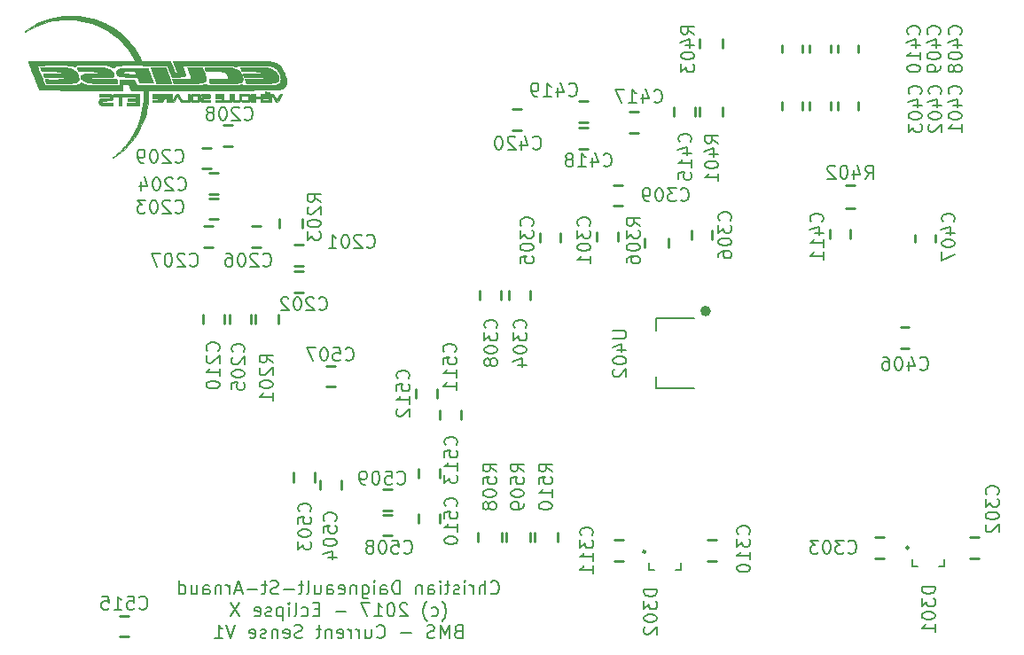
<source format=gbo>
G04 #@! TF.FileFunction,Legend,Bot*
%FSLAX46Y46*%
G04 Gerber Fmt 4.6, Leading zero omitted, Abs format (unit mm)*
G04 Created by KiCad (PCBNEW 4.0.5+dfsg1-4) date Wed Aug 23 12:06:28 2017*
%MOMM*%
%LPD*%
G01*
G04 APERTURE LIST*
%ADD10C,0.100000*%
%ADD11C,0.203200*%
%ADD12C,0.254000*%
%ADD13C,0.250000*%
%ADD14C,0.500000*%
%ADD15C,0.010000*%
G04 APERTURE END LIST*
D10*
D11*
X155014287Y-116845371D02*
X155074763Y-116905848D01*
X155256192Y-116966324D01*
X155377144Y-116966324D01*
X155558572Y-116905848D01*
X155679525Y-116784895D01*
X155740001Y-116663943D01*
X155800477Y-116422038D01*
X155800477Y-116240610D01*
X155740001Y-115998705D01*
X155679525Y-115877752D01*
X155558572Y-115756800D01*
X155377144Y-115696324D01*
X155256192Y-115696324D01*
X155074763Y-115756800D01*
X155014287Y-115817276D01*
X154470001Y-116966324D02*
X154470001Y-115696324D01*
X153925715Y-116966324D02*
X153925715Y-116301086D01*
X153986192Y-116180133D01*
X154107144Y-116119657D01*
X154288572Y-116119657D01*
X154409525Y-116180133D01*
X154470001Y-116240610D01*
X153320953Y-116966324D02*
X153320953Y-116119657D01*
X153320953Y-116361562D02*
X153260477Y-116240610D01*
X153200001Y-116180133D01*
X153079048Y-116119657D01*
X152958096Y-116119657D01*
X152534763Y-116966324D02*
X152534763Y-116119657D01*
X152534763Y-115696324D02*
X152595239Y-115756800D01*
X152534763Y-115817276D01*
X152474287Y-115756800D01*
X152534763Y-115696324D01*
X152534763Y-115817276D01*
X151990477Y-116905848D02*
X151869525Y-116966324D01*
X151627620Y-116966324D01*
X151506668Y-116905848D01*
X151446192Y-116784895D01*
X151446192Y-116724419D01*
X151506668Y-116603467D01*
X151627620Y-116542990D01*
X151809049Y-116542990D01*
X151930001Y-116482514D01*
X151990477Y-116361562D01*
X151990477Y-116301086D01*
X151930001Y-116180133D01*
X151809049Y-116119657D01*
X151627620Y-116119657D01*
X151506668Y-116180133D01*
X151083335Y-116119657D02*
X150599525Y-116119657D01*
X150901906Y-115696324D02*
X150901906Y-116784895D01*
X150841430Y-116905848D01*
X150720477Y-116966324D01*
X150599525Y-116966324D01*
X150176192Y-116966324D02*
X150176192Y-116119657D01*
X150176192Y-115696324D02*
X150236668Y-115756800D01*
X150176192Y-115817276D01*
X150115716Y-115756800D01*
X150176192Y-115696324D01*
X150176192Y-115817276D01*
X149027144Y-116966324D02*
X149027144Y-116301086D01*
X149087621Y-116180133D01*
X149208573Y-116119657D01*
X149450478Y-116119657D01*
X149571430Y-116180133D01*
X149027144Y-116905848D02*
X149148097Y-116966324D01*
X149450478Y-116966324D01*
X149571430Y-116905848D01*
X149631906Y-116784895D01*
X149631906Y-116663943D01*
X149571430Y-116542990D01*
X149450478Y-116482514D01*
X149148097Y-116482514D01*
X149027144Y-116422038D01*
X148422382Y-116119657D02*
X148422382Y-116966324D01*
X148422382Y-116240610D02*
X148361906Y-116180133D01*
X148240953Y-116119657D01*
X148059525Y-116119657D01*
X147938573Y-116180133D01*
X147878096Y-116301086D01*
X147878096Y-116966324D01*
X146305715Y-116966324D02*
X146305715Y-115696324D01*
X146003334Y-115696324D01*
X145821906Y-115756800D01*
X145700953Y-115877752D01*
X145640477Y-115998705D01*
X145580001Y-116240610D01*
X145580001Y-116422038D01*
X145640477Y-116663943D01*
X145700953Y-116784895D01*
X145821906Y-116905848D01*
X146003334Y-116966324D01*
X146305715Y-116966324D01*
X144491429Y-116966324D02*
X144491429Y-116301086D01*
X144551906Y-116180133D01*
X144672858Y-116119657D01*
X144914763Y-116119657D01*
X145035715Y-116180133D01*
X144491429Y-116905848D02*
X144612382Y-116966324D01*
X144914763Y-116966324D01*
X145035715Y-116905848D01*
X145096191Y-116784895D01*
X145096191Y-116663943D01*
X145035715Y-116542990D01*
X144914763Y-116482514D01*
X144612382Y-116482514D01*
X144491429Y-116422038D01*
X143886667Y-116966324D02*
X143886667Y-116119657D01*
X143886667Y-115696324D02*
X143947143Y-115756800D01*
X143886667Y-115817276D01*
X143826191Y-115756800D01*
X143886667Y-115696324D01*
X143886667Y-115817276D01*
X142737619Y-116119657D02*
X142737619Y-117147752D01*
X142798096Y-117268705D01*
X142858572Y-117329181D01*
X142979524Y-117389657D01*
X143160953Y-117389657D01*
X143281905Y-117329181D01*
X142737619Y-116905848D02*
X142858572Y-116966324D01*
X143100476Y-116966324D01*
X143221429Y-116905848D01*
X143281905Y-116845371D01*
X143342381Y-116724419D01*
X143342381Y-116361562D01*
X143281905Y-116240610D01*
X143221429Y-116180133D01*
X143100476Y-116119657D01*
X142858572Y-116119657D01*
X142737619Y-116180133D01*
X142132857Y-116119657D02*
X142132857Y-116966324D01*
X142132857Y-116240610D02*
X142072381Y-116180133D01*
X141951428Y-116119657D01*
X141770000Y-116119657D01*
X141649048Y-116180133D01*
X141588571Y-116301086D01*
X141588571Y-116966324D01*
X140500000Y-116905848D02*
X140620952Y-116966324D01*
X140862857Y-116966324D01*
X140983809Y-116905848D01*
X141044285Y-116784895D01*
X141044285Y-116301086D01*
X140983809Y-116180133D01*
X140862857Y-116119657D01*
X140620952Y-116119657D01*
X140500000Y-116180133D01*
X140439523Y-116301086D01*
X140439523Y-116422038D01*
X141044285Y-116542990D01*
X139350952Y-116966324D02*
X139350952Y-116301086D01*
X139411429Y-116180133D01*
X139532381Y-116119657D01*
X139774286Y-116119657D01*
X139895238Y-116180133D01*
X139350952Y-116905848D02*
X139471905Y-116966324D01*
X139774286Y-116966324D01*
X139895238Y-116905848D01*
X139955714Y-116784895D01*
X139955714Y-116663943D01*
X139895238Y-116542990D01*
X139774286Y-116482514D01*
X139471905Y-116482514D01*
X139350952Y-116422038D01*
X138201904Y-116119657D02*
X138201904Y-116966324D01*
X138746190Y-116119657D02*
X138746190Y-116784895D01*
X138685714Y-116905848D01*
X138564761Y-116966324D01*
X138383333Y-116966324D01*
X138262381Y-116905848D01*
X138201904Y-116845371D01*
X137415713Y-116966324D02*
X137536666Y-116905848D01*
X137597142Y-116784895D01*
X137597142Y-115696324D01*
X137113333Y-116119657D02*
X136629523Y-116119657D01*
X136931904Y-115696324D02*
X136931904Y-116784895D01*
X136871428Y-116905848D01*
X136750475Y-116966324D01*
X136629523Y-116966324D01*
X136206190Y-116482514D02*
X135238571Y-116482514D01*
X134694285Y-116905848D02*
X134512857Y-116966324D01*
X134210476Y-116966324D01*
X134089523Y-116905848D01*
X134029047Y-116845371D01*
X133968571Y-116724419D01*
X133968571Y-116603467D01*
X134029047Y-116482514D01*
X134089523Y-116422038D01*
X134210476Y-116361562D01*
X134452380Y-116301086D01*
X134573333Y-116240610D01*
X134633809Y-116180133D01*
X134694285Y-116059181D01*
X134694285Y-115938229D01*
X134633809Y-115817276D01*
X134573333Y-115756800D01*
X134452380Y-115696324D01*
X134150000Y-115696324D01*
X133968571Y-115756800D01*
X133605714Y-116119657D02*
X133121904Y-116119657D01*
X133424285Y-115696324D02*
X133424285Y-116784895D01*
X133363809Y-116905848D01*
X133242856Y-116966324D01*
X133121904Y-116966324D01*
X132698571Y-116482514D02*
X131730952Y-116482514D01*
X131186666Y-116603467D02*
X130581904Y-116603467D01*
X131307619Y-116966324D02*
X130884285Y-115696324D01*
X130460952Y-116966324D01*
X130037619Y-116966324D02*
X130037619Y-116119657D01*
X130037619Y-116361562D02*
X129977143Y-116240610D01*
X129916667Y-116180133D01*
X129795714Y-116119657D01*
X129674762Y-116119657D01*
X129251429Y-116119657D02*
X129251429Y-116966324D01*
X129251429Y-116240610D02*
X129190953Y-116180133D01*
X129070000Y-116119657D01*
X128888572Y-116119657D01*
X128767620Y-116180133D01*
X128707143Y-116301086D01*
X128707143Y-116966324D01*
X127558095Y-116966324D02*
X127558095Y-116301086D01*
X127618572Y-116180133D01*
X127739524Y-116119657D01*
X127981429Y-116119657D01*
X128102381Y-116180133D01*
X127558095Y-116905848D02*
X127679048Y-116966324D01*
X127981429Y-116966324D01*
X128102381Y-116905848D01*
X128162857Y-116784895D01*
X128162857Y-116663943D01*
X128102381Y-116542990D01*
X127981429Y-116482514D01*
X127679048Y-116482514D01*
X127558095Y-116422038D01*
X126409047Y-116119657D02*
X126409047Y-116966324D01*
X126953333Y-116119657D02*
X126953333Y-116784895D01*
X126892857Y-116905848D01*
X126771904Y-116966324D01*
X126590476Y-116966324D01*
X126469524Y-116905848D01*
X126409047Y-116845371D01*
X125259999Y-116966324D02*
X125259999Y-115696324D01*
X125259999Y-116905848D02*
X125380952Y-116966324D01*
X125622856Y-116966324D01*
X125743809Y-116905848D01*
X125804285Y-116845371D01*
X125864761Y-116724419D01*
X125864761Y-116361562D01*
X125804285Y-116240610D01*
X125743809Y-116180133D01*
X125622856Y-116119657D01*
X125380952Y-116119657D01*
X125259999Y-116180133D01*
X150357619Y-119558333D02*
X150418095Y-119497857D01*
X150539047Y-119316429D01*
X150599524Y-119195476D01*
X150660000Y-119014048D01*
X150720476Y-118711667D01*
X150720476Y-118469762D01*
X150660000Y-118167381D01*
X150599524Y-117985952D01*
X150539047Y-117865000D01*
X150418095Y-117683571D01*
X150357619Y-117623095D01*
X149329523Y-119014048D02*
X149450476Y-119074524D01*
X149692380Y-119074524D01*
X149813333Y-119014048D01*
X149873809Y-118953571D01*
X149934285Y-118832619D01*
X149934285Y-118469762D01*
X149873809Y-118348810D01*
X149813333Y-118288333D01*
X149692380Y-118227857D01*
X149450476Y-118227857D01*
X149329523Y-118288333D01*
X148906190Y-119558333D02*
X148845714Y-119497857D01*
X148724762Y-119316429D01*
X148664286Y-119195476D01*
X148603809Y-119014048D01*
X148543333Y-118711667D01*
X148543333Y-118469762D01*
X148603809Y-118167381D01*
X148664286Y-117985952D01*
X148724762Y-117865000D01*
X148845714Y-117683571D01*
X148906190Y-117623095D01*
X147031428Y-117925476D02*
X146970952Y-117865000D01*
X146850000Y-117804524D01*
X146547619Y-117804524D01*
X146426666Y-117865000D01*
X146366190Y-117925476D01*
X146305714Y-118046429D01*
X146305714Y-118167381D01*
X146366190Y-118348810D01*
X147091904Y-119074524D01*
X146305714Y-119074524D01*
X145519523Y-117804524D02*
X145398571Y-117804524D01*
X145277619Y-117865000D01*
X145217142Y-117925476D01*
X145156666Y-118046429D01*
X145096190Y-118288333D01*
X145096190Y-118590714D01*
X145156666Y-118832619D01*
X145217142Y-118953571D01*
X145277619Y-119014048D01*
X145398571Y-119074524D01*
X145519523Y-119074524D01*
X145640476Y-119014048D01*
X145700952Y-118953571D01*
X145761428Y-118832619D01*
X145821904Y-118590714D01*
X145821904Y-118288333D01*
X145761428Y-118046429D01*
X145700952Y-117925476D01*
X145640476Y-117865000D01*
X145519523Y-117804524D01*
X143886666Y-119074524D02*
X144612380Y-119074524D01*
X144249523Y-119074524D02*
X144249523Y-117804524D01*
X144370475Y-117985952D01*
X144491428Y-118106905D01*
X144612380Y-118167381D01*
X143463332Y-117804524D02*
X142616666Y-117804524D01*
X143160951Y-119074524D01*
X141165237Y-118590714D02*
X140197618Y-118590714D01*
X138625237Y-118409286D02*
X138201904Y-118409286D01*
X138020475Y-119074524D02*
X138625237Y-119074524D01*
X138625237Y-117804524D01*
X138020475Y-117804524D01*
X136931903Y-119014048D02*
X137052856Y-119074524D01*
X137294760Y-119074524D01*
X137415713Y-119014048D01*
X137476189Y-118953571D01*
X137536665Y-118832619D01*
X137536665Y-118469762D01*
X137476189Y-118348810D01*
X137415713Y-118288333D01*
X137294760Y-118227857D01*
X137052856Y-118227857D01*
X136931903Y-118288333D01*
X136206189Y-119074524D02*
X136327142Y-119014048D01*
X136387618Y-118893095D01*
X136387618Y-117804524D01*
X135722380Y-119074524D02*
X135722380Y-118227857D01*
X135722380Y-117804524D02*
X135782856Y-117865000D01*
X135722380Y-117925476D01*
X135661904Y-117865000D01*
X135722380Y-117804524D01*
X135722380Y-117925476D01*
X135117618Y-118227857D02*
X135117618Y-119497857D01*
X135117618Y-118288333D02*
X134996666Y-118227857D01*
X134754761Y-118227857D01*
X134633809Y-118288333D01*
X134573332Y-118348810D01*
X134512856Y-118469762D01*
X134512856Y-118832619D01*
X134573332Y-118953571D01*
X134633809Y-119014048D01*
X134754761Y-119074524D01*
X134996666Y-119074524D01*
X135117618Y-119014048D01*
X134029046Y-119014048D02*
X133908094Y-119074524D01*
X133666189Y-119074524D01*
X133545237Y-119014048D01*
X133484761Y-118893095D01*
X133484761Y-118832619D01*
X133545237Y-118711667D01*
X133666189Y-118651190D01*
X133847618Y-118651190D01*
X133968570Y-118590714D01*
X134029046Y-118469762D01*
X134029046Y-118409286D01*
X133968570Y-118288333D01*
X133847618Y-118227857D01*
X133666189Y-118227857D01*
X133545237Y-118288333D01*
X132456666Y-119014048D02*
X132577618Y-119074524D01*
X132819523Y-119074524D01*
X132940475Y-119014048D01*
X133000951Y-118893095D01*
X133000951Y-118409286D01*
X132940475Y-118288333D01*
X132819523Y-118227857D01*
X132577618Y-118227857D01*
X132456666Y-118288333D01*
X132396189Y-118409286D01*
X132396189Y-118530238D01*
X133000951Y-118651190D01*
X131005237Y-117804524D02*
X130158571Y-119074524D01*
X130158571Y-117804524D02*
X131005237Y-119074524D01*
X151869523Y-120517486D02*
X151688094Y-120577962D01*
X151627618Y-120638438D01*
X151567142Y-120759390D01*
X151567142Y-120940819D01*
X151627618Y-121061771D01*
X151688094Y-121122248D01*
X151809047Y-121182724D01*
X152292856Y-121182724D01*
X152292856Y-119912724D01*
X151869523Y-119912724D01*
X151748570Y-119973200D01*
X151688094Y-120033676D01*
X151627618Y-120154629D01*
X151627618Y-120275581D01*
X151688094Y-120396533D01*
X151748570Y-120457010D01*
X151869523Y-120517486D01*
X152292856Y-120517486D01*
X151022856Y-121182724D02*
X151022856Y-119912724D01*
X150599523Y-120819867D01*
X150176189Y-119912724D01*
X150176189Y-121182724D01*
X149631903Y-121122248D02*
X149450475Y-121182724D01*
X149148094Y-121182724D01*
X149027141Y-121122248D01*
X148966665Y-121061771D01*
X148906189Y-120940819D01*
X148906189Y-120819867D01*
X148966665Y-120698914D01*
X149027141Y-120638438D01*
X149148094Y-120577962D01*
X149389998Y-120517486D01*
X149510951Y-120457010D01*
X149571427Y-120396533D01*
X149631903Y-120275581D01*
X149631903Y-120154629D01*
X149571427Y-120033676D01*
X149510951Y-119973200D01*
X149389998Y-119912724D01*
X149087618Y-119912724D01*
X148906189Y-119973200D01*
X147394284Y-120698914D02*
X146426665Y-120698914D01*
X144128570Y-121061771D02*
X144189046Y-121122248D01*
X144370475Y-121182724D01*
X144491427Y-121182724D01*
X144672855Y-121122248D01*
X144793808Y-121001295D01*
X144854284Y-120880343D01*
X144914760Y-120638438D01*
X144914760Y-120457010D01*
X144854284Y-120215105D01*
X144793808Y-120094152D01*
X144672855Y-119973200D01*
X144491427Y-119912724D01*
X144370475Y-119912724D01*
X144189046Y-119973200D01*
X144128570Y-120033676D01*
X143039998Y-120336057D02*
X143039998Y-121182724D01*
X143584284Y-120336057D02*
X143584284Y-121001295D01*
X143523808Y-121122248D01*
X143402855Y-121182724D01*
X143221427Y-121182724D01*
X143100475Y-121122248D01*
X143039998Y-121061771D01*
X142435236Y-121182724D02*
X142435236Y-120336057D01*
X142435236Y-120577962D02*
X142374760Y-120457010D01*
X142314284Y-120396533D01*
X142193331Y-120336057D01*
X142072379Y-120336057D01*
X141649046Y-121182724D02*
X141649046Y-120336057D01*
X141649046Y-120577962D02*
X141588570Y-120457010D01*
X141528094Y-120396533D01*
X141407141Y-120336057D01*
X141286189Y-120336057D01*
X140379047Y-121122248D02*
X140499999Y-121182724D01*
X140741904Y-121182724D01*
X140862856Y-121122248D01*
X140923332Y-121001295D01*
X140923332Y-120517486D01*
X140862856Y-120396533D01*
X140741904Y-120336057D01*
X140499999Y-120336057D01*
X140379047Y-120396533D01*
X140318570Y-120517486D01*
X140318570Y-120638438D01*
X140923332Y-120759390D01*
X139774285Y-120336057D02*
X139774285Y-121182724D01*
X139774285Y-120457010D02*
X139713809Y-120396533D01*
X139592856Y-120336057D01*
X139411428Y-120336057D01*
X139290476Y-120396533D01*
X139229999Y-120517486D01*
X139229999Y-121182724D01*
X138806666Y-120336057D02*
X138322856Y-120336057D01*
X138625237Y-119912724D02*
X138625237Y-121001295D01*
X138564761Y-121122248D01*
X138443808Y-121182724D01*
X138322856Y-121182724D01*
X136992380Y-121122248D02*
X136810952Y-121182724D01*
X136508571Y-121182724D01*
X136387618Y-121122248D01*
X136327142Y-121061771D01*
X136266666Y-120940819D01*
X136266666Y-120819867D01*
X136327142Y-120698914D01*
X136387618Y-120638438D01*
X136508571Y-120577962D01*
X136750475Y-120517486D01*
X136871428Y-120457010D01*
X136931904Y-120396533D01*
X136992380Y-120275581D01*
X136992380Y-120154629D01*
X136931904Y-120033676D01*
X136871428Y-119973200D01*
X136750475Y-119912724D01*
X136448095Y-119912724D01*
X136266666Y-119973200D01*
X135238571Y-121122248D02*
X135359523Y-121182724D01*
X135601428Y-121182724D01*
X135722380Y-121122248D01*
X135782856Y-121001295D01*
X135782856Y-120517486D01*
X135722380Y-120396533D01*
X135601428Y-120336057D01*
X135359523Y-120336057D01*
X135238571Y-120396533D01*
X135178094Y-120517486D01*
X135178094Y-120638438D01*
X135782856Y-120759390D01*
X134633809Y-120336057D02*
X134633809Y-121182724D01*
X134633809Y-120457010D02*
X134573333Y-120396533D01*
X134452380Y-120336057D01*
X134270952Y-120336057D01*
X134150000Y-120396533D01*
X134089523Y-120517486D01*
X134089523Y-121182724D01*
X133545237Y-121122248D02*
X133424285Y-121182724D01*
X133182380Y-121182724D01*
X133061428Y-121122248D01*
X133000952Y-121001295D01*
X133000952Y-120940819D01*
X133061428Y-120819867D01*
X133182380Y-120759390D01*
X133363809Y-120759390D01*
X133484761Y-120698914D01*
X133545237Y-120577962D01*
X133545237Y-120517486D01*
X133484761Y-120396533D01*
X133363809Y-120336057D01*
X133182380Y-120336057D01*
X133061428Y-120396533D01*
X131972857Y-121122248D02*
X132093809Y-121182724D01*
X132335714Y-121182724D01*
X132456666Y-121122248D01*
X132517142Y-121001295D01*
X132517142Y-120517486D01*
X132456666Y-120396533D01*
X132335714Y-120336057D01*
X132093809Y-120336057D01*
X131972857Y-120396533D01*
X131912380Y-120517486D01*
X131912380Y-120638438D01*
X132517142Y-120759390D01*
X130581905Y-119912724D02*
X130158571Y-121182724D01*
X129735238Y-119912724D01*
X128646667Y-121182724D02*
X129372381Y-121182724D01*
X129009524Y-121182724D02*
X129009524Y-119912724D01*
X129130476Y-120094152D01*
X129251429Y-120215105D01*
X129372381Y-120275581D01*
D12*
X137086000Y-83582000D02*
X136236000Y-83582000D01*
X137086000Y-85582000D02*
X136236000Y-85582000D01*
X137086000Y-86122000D02*
X136236000Y-86122000D01*
X137086000Y-88122000D02*
X136236000Y-88122000D01*
X128940000Y-79137000D02*
X128090000Y-79137000D01*
X128940000Y-81137000D02*
X128090000Y-81137000D01*
X128108000Y-78724000D02*
X128958000Y-78724000D01*
X128108000Y-76724000D02*
X128958000Y-76724000D01*
X132064000Y-91112000D02*
X132064000Y-90262000D01*
X130064000Y-91112000D02*
X130064000Y-90262000D01*
X133022000Y-81804000D02*
X132172000Y-81804000D01*
X133022000Y-83804000D02*
X132172000Y-83804000D01*
X128450000Y-81804000D02*
X127600000Y-81804000D01*
X128450000Y-83804000D02*
X127600000Y-83804000D01*
X129487000Y-74152000D02*
X130337000Y-74152000D01*
X129487000Y-72152000D02*
X130337000Y-72152000D01*
X127455000Y-76311000D02*
X128305000Y-76311000D01*
X127455000Y-74311000D02*
X128305000Y-74311000D01*
X167116000Y-83238000D02*
X167116000Y-82388000D01*
X165116000Y-83238000D02*
X165116000Y-82388000D01*
X201584000Y-111522000D02*
X200734000Y-111522000D01*
X201584000Y-113522000D02*
X200734000Y-113522000D01*
X191717000Y-113522000D02*
X192567000Y-113522000D01*
X191717000Y-111522000D02*
X192567000Y-111522000D01*
X156734000Y-87958000D02*
X156734000Y-88808000D01*
X158734000Y-87958000D02*
X158734000Y-88808000D01*
X161655000Y-83347000D02*
X161655000Y-82497000D01*
X159655000Y-83347000D02*
X159655000Y-82497000D01*
X176133000Y-83093000D02*
X176133000Y-82243000D01*
X174133000Y-83093000D02*
X174133000Y-82243000D01*
X155940000Y-88826000D02*
X155940000Y-87976000D01*
X153940000Y-88826000D02*
X153940000Y-87976000D01*
X166698000Y-79867000D02*
X167548000Y-79867000D01*
X166698000Y-77867000D02*
X167548000Y-77867000D01*
X176583000Y-111776000D02*
X175733000Y-111776000D01*
X176583000Y-113776000D02*
X175733000Y-113776000D01*
X166825000Y-113776000D02*
X167675000Y-113776000D01*
X166825000Y-111776000D02*
X167675000Y-111776000D01*
X188103000Y-69982000D02*
X188103000Y-70682000D01*
X190103000Y-69982000D02*
X190103000Y-70682000D01*
X185436000Y-69982000D02*
X185436000Y-70682000D01*
X187436000Y-69982000D02*
X187436000Y-70682000D01*
X182769000Y-69982000D02*
X182769000Y-70682000D01*
X184769000Y-69982000D02*
X184769000Y-70682000D01*
X194188000Y-93456000D02*
X194888000Y-93456000D01*
X194188000Y-91456000D02*
X194888000Y-91456000D01*
X197469000Y-83307000D02*
X197469000Y-82607000D01*
X195469000Y-83307000D02*
X195469000Y-82607000D01*
X188103000Y-64521000D02*
X188103000Y-65221000D01*
X190103000Y-64521000D02*
X190103000Y-65221000D01*
X185436000Y-64521000D02*
X185436000Y-65221000D01*
X187436000Y-64521000D02*
X187436000Y-65221000D01*
X182769000Y-64521000D02*
X182769000Y-65221000D01*
X184769000Y-64521000D02*
X184769000Y-65221000D01*
X189341000Y-82984000D02*
X189341000Y-82134000D01*
X187341000Y-82984000D02*
X187341000Y-82134000D01*
X172482000Y-70432000D02*
X172482000Y-71282000D01*
X174482000Y-70432000D02*
X174482000Y-71282000D01*
X168240000Y-72882000D02*
X169090000Y-72882000D01*
X168240000Y-70882000D02*
X169090000Y-70882000D01*
X164264000Y-72406000D02*
X163414000Y-72406000D01*
X164264000Y-74406000D02*
X163414000Y-74406000D01*
X164264000Y-69866000D02*
X163414000Y-69866000D01*
X164264000Y-71866000D02*
X163414000Y-71866000D01*
X157046000Y-72628000D02*
X157896000Y-72628000D01*
X157046000Y-70628000D02*
X157896000Y-70628000D01*
X136160000Y-105375000D02*
X136160000Y-106225000D01*
X138160000Y-105375000D02*
X138160000Y-106225000D01*
X138700000Y-106119000D02*
X138700000Y-106969000D01*
X140700000Y-106119000D02*
X140700000Y-106969000D01*
X139266000Y-97139000D02*
X140116000Y-97139000D01*
X139266000Y-95139000D02*
X140116000Y-95139000D01*
X144727000Y-111363000D02*
X145577000Y-111363000D01*
X144727000Y-109363000D02*
X145577000Y-109363000D01*
X144727000Y-108950000D02*
X145577000Y-108950000D01*
X144727000Y-106950000D02*
X145577000Y-106950000D01*
X150098000Y-110144000D02*
X150098000Y-109294000D01*
X148098000Y-110144000D02*
X148098000Y-109294000D01*
X150130000Y-99406000D02*
X150130000Y-100256000D01*
X152130000Y-99406000D02*
X152130000Y-100256000D01*
X147844000Y-97374000D02*
X147844000Y-98224000D01*
X149844000Y-97374000D02*
X149844000Y-98224000D01*
X148098000Y-104976000D02*
X148098000Y-105826000D01*
X150098000Y-104976000D02*
X150098000Y-105826000D01*
X119581000Y-121015000D02*
X120431000Y-121015000D01*
X119581000Y-119015000D02*
X120431000Y-119015000D01*
D13*
X194900803Y-112522000D02*
G75*
G03X194900803Y-112522000I-111803J0D01*
G01*
D11*
X198289000Y-114272000D02*
X198289000Y-113622000D01*
X195289000Y-114272000D02*
X195289000Y-113622000D01*
X195773000Y-114272000D02*
X195289000Y-114272000D01*
X197805000Y-114272000D02*
X198289000Y-114272000D01*
D13*
X169754803Y-112903000D02*
G75*
G03X169754803Y-112903000I-111803J0D01*
G01*
D11*
X173143000Y-114653000D02*
X173143000Y-114003000D01*
X170143000Y-114653000D02*
X170143000Y-114003000D01*
X170627000Y-114653000D02*
X170143000Y-114653000D01*
X172659000Y-114653000D02*
X173143000Y-114653000D01*
D12*
X132477000Y-90244000D02*
X132477000Y-91094000D01*
X134731000Y-90244000D02*
X134731000Y-91094000D01*
X137017000Y-81968000D02*
X137017000Y-81118000D01*
X134763000Y-81968000D02*
X134763000Y-81118000D01*
X169688000Y-83005000D02*
X169688000Y-83855000D01*
X171942000Y-83005000D02*
X171942000Y-83855000D01*
X174895000Y-70432000D02*
X174895000Y-71282000D01*
X177149000Y-70432000D02*
X177149000Y-71282000D01*
X189791000Y-77867000D02*
X188941000Y-77867000D01*
X189791000Y-80121000D02*
X188941000Y-80121000D01*
X174895000Y-63955000D02*
X174895000Y-64805000D01*
X177149000Y-63955000D02*
X177149000Y-64805000D01*
X153773596Y-111090000D02*
X153773596Y-111940000D01*
X156027596Y-111090000D02*
X156027596Y-111940000D01*
X156480000Y-111090000D02*
X156480000Y-111940000D01*
X158734000Y-111090000D02*
X158734000Y-111940000D01*
X159147000Y-111090000D02*
X159147000Y-111940000D01*
X161401000Y-111090000D02*
X161401000Y-111940000D01*
D14*
X175765072Y-89916000D02*
G75*
G03X175765072Y-89916000I-251072J0D01*
G01*
D11*
X170743000Y-96180000D02*
X170743000Y-97330000D01*
X170743000Y-90630000D02*
X170743000Y-91780000D01*
X170743000Y-97330000D02*
X174443000Y-97330000D01*
X170743000Y-90630000D02*
X174443000Y-90630000D01*
D12*
X129524000Y-91094000D02*
X129524000Y-90244000D01*
X127524000Y-91094000D02*
X127524000Y-90244000D01*
D15*
G36*
X121963468Y-68906546D02*
X121901189Y-68907183D01*
X121857952Y-68908606D01*
X121830574Y-68911113D01*
X121815878Y-68915000D01*
X121810684Y-68920563D01*
X121811811Y-68928099D01*
X121811929Y-68928410D01*
X121816001Y-68951765D01*
X121819566Y-68996974D01*
X121822593Y-69060499D01*
X121825054Y-69138797D01*
X121826917Y-69228330D01*
X121828153Y-69325556D01*
X121828733Y-69426935D01*
X121828626Y-69528926D01*
X121827802Y-69627990D01*
X121826233Y-69720585D01*
X121823887Y-69803172D01*
X121820735Y-69872209D01*
X121819991Y-69884300D01*
X121779632Y-70314944D01*
X121715054Y-70738040D01*
X121626388Y-71153259D01*
X121513767Y-71560271D01*
X121377324Y-71958749D01*
X121217192Y-72348362D01*
X121033502Y-72728782D01*
X120826387Y-73099681D01*
X120595981Y-73460729D01*
X120342415Y-73811598D01*
X120131225Y-74074916D01*
X120040722Y-74179146D01*
X119936982Y-74292143D01*
X119823053Y-74411017D01*
X119701981Y-74532879D01*
X119576816Y-74654838D01*
X119450603Y-74774005D01*
X119326393Y-74887490D01*
X119207231Y-74992405D01*
X119096165Y-75085858D01*
X118996244Y-75164961D01*
X118931611Y-75212320D01*
X118917494Y-75233077D01*
X118916796Y-75258400D01*
X118928119Y-75277623D01*
X118940732Y-75281800D01*
X118956816Y-75275003D01*
X118989094Y-75256484D01*
X119032924Y-75229049D01*
X119083664Y-75195503D01*
X119085103Y-75194527D01*
X119425997Y-74948345D01*
X119751977Y-74682819D01*
X120062152Y-74399157D01*
X120355633Y-74098566D01*
X120631529Y-73782255D01*
X120888951Y-73451432D01*
X121127007Y-73107304D01*
X121344808Y-72751080D01*
X121541464Y-72383967D01*
X121716085Y-72007174D01*
X121867780Y-71621908D01*
X121988081Y-71255113D01*
X122070571Y-70957089D01*
X122138400Y-70666777D01*
X122192409Y-70378594D01*
X122233440Y-70086956D01*
X122262334Y-69786281D01*
X122279933Y-69470986D01*
X122285201Y-69284225D01*
X122292448Y-68906400D01*
X122047965Y-68906400D01*
X121963468Y-68906546D01*
X121963468Y-68906546D01*
G37*
X121963468Y-68906546D02*
X121901189Y-68907183D01*
X121857952Y-68908606D01*
X121830574Y-68911113D01*
X121815878Y-68915000D01*
X121810684Y-68920563D01*
X121811811Y-68928099D01*
X121811929Y-68928410D01*
X121816001Y-68951765D01*
X121819566Y-68996974D01*
X121822593Y-69060499D01*
X121825054Y-69138797D01*
X121826917Y-69228330D01*
X121828153Y-69325556D01*
X121828733Y-69426935D01*
X121828626Y-69528926D01*
X121827802Y-69627990D01*
X121826233Y-69720585D01*
X121823887Y-69803172D01*
X121820735Y-69872209D01*
X121819991Y-69884300D01*
X121779632Y-70314944D01*
X121715054Y-70738040D01*
X121626388Y-71153259D01*
X121513767Y-71560271D01*
X121377324Y-71958749D01*
X121217192Y-72348362D01*
X121033502Y-72728782D01*
X120826387Y-73099681D01*
X120595981Y-73460729D01*
X120342415Y-73811598D01*
X120131225Y-74074916D01*
X120040722Y-74179146D01*
X119936982Y-74292143D01*
X119823053Y-74411017D01*
X119701981Y-74532879D01*
X119576816Y-74654838D01*
X119450603Y-74774005D01*
X119326393Y-74887490D01*
X119207231Y-74992405D01*
X119096165Y-75085858D01*
X118996244Y-75164961D01*
X118931611Y-75212320D01*
X118917494Y-75233077D01*
X118916796Y-75258400D01*
X118928119Y-75277623D01*
X118940732Y-75281800D01*
X118956816Y-75275003D01*
X118989094Y-75256484D01*
X119032924Y-75229049D01*
X119083664Y-75195503D01*
X119085103Y-75194527D01*
X119425997Y-74948345D01*
X119751977Y-74682819D01*
X120062152Y-74399157D01*
X120355633Y-74098566D01*
X120631529Y-73782255D01*
X120888951Y-73451432D01*
X121127007Y-73107304D01*
X121344808Y-72751080D01*
X121541464Y-72383967D01*
X121716085Y-72007174D01*
X121867780Y-71621908D01*
X121988081Y-71255113D01*
X122070571Y-70957089D01*
X122138400Y-70666777D01*
X122192409Y-70378594D01*
X122233440Y-70086956D01*
X122262334Y-69786281D01*
X122279933Y-69470986D01*
X122285201Y-69284225D01*
X122292448Y-68906400D01*
X122047965Y-68906400D01*
X121963468Y-68906546D01*
G36*
X120269500Y-69414400D02*
X121120400Y-69414400D01*
X121120400Y-69579500D01*
X120320300Y-69579500D01*
X120320300Y-69820800D01*
X121120400Y-69820800D01*
X121120400Y-70036700D01*
X120269500Y-70036700D01*
X120269500Y-70278000D01*
X121387100Y-70278000D01*
X121387100Y-69185800D01*
X120269500Y-69185800D01*
X120269500Y-69414400D01*
X120269500Y-69414400D01*
G37*
X120269500Y-69414400D02*
X121120400Y-69414400D01*
X121120400Y-69579500D01*
X120320300Y-69579500D01*
X120320300Y-69820800D01*
X121120400Y-69820800D01*
X121120400Y-70036700D01*
X120269500Y-70036700D01*
X120269500Y-70278000D01*
X121387100Y-70278000D01*
X121387100Y-69185800D01*
X120269500Y-69185800D01*
X120269500Y-69414400D01*
G36*
X119586875Y-69188860D02*
X118929650Y-69192150D01*
X118929650Y-69408050D01*
X119186825Y-69411487D01*
X119444000Y-69414925D01*
X119444000Y-70278000D01*
X119723400Y-70278000D01*
X119723400Y-69414400D01*
X120244100Y-69414400D01*
X120244100Y-69185571D01*
X119586875Y-69188860D01*
X119586875Y-69188860D01*
G37*
X119586875Y-69188860D02*
X118929650Y-69192150D01*
X118929650Y-69408050D01*
X119186825Y-69411487D01*
X119444000Y-69414925D01*
X119444000Y-70278000D01*
X119723400Y-70278000D01*
X119723400Y-69414400D01*
X120244100Y-69414400D01*
X120244100Y-69185571D01*
X119586875Y-69188860D01*
G36*
X117627900Y-69414400D02*
X118088275Y-69415902D01*
X118195546Y-69416468D01*
X118296063Y-69417408D01*
X118386684Y-69418663D01*
X118464264Y-69420173D01*
X118525658Y-69421876D01*
X118567724Y-69423712D01*
X118586750Y-69425488D01*
X118610883Y-69433273D01*
X118622871Y-69448441D01*
X118628047Y-69479064D01*
X118628840Y-69489211D01*
X118628280Y-69526497D01*
X118622115Y-69553673D01*
X118618703Y-69559000D01*
X118601232Y-69563871D01*
X118558911Y-69568303D01*
X118491619Y-69572301D01*
X118399239Y-69575871D01*
X118281650Y-69579021D01*
X118201963Y-69580655D01*
X118078080Y-69583433D01*
X117971302Y-69586794D01*
X117883382Y-69590651D01*
X117816073Y-69594916D01*
X117771127Y-69599501D01*
X117753407Y-69603013D01*
X117676947Y-69638955D01*
X117619240Y-69690797D01*
X117592975Y-69731518D01*
X117579904Y-69760884D01*
X117571504Y-69791155D01*
X117566820Y-69828969D01*
X117564896Y-69880964D01*
X117564679Y-69928265D01*
X117567558Y-70015642D01*
X117576840Y-70082534D01*
X117594089Y-70133392D01*
X117620867Y-70172666D01*
X117658738Y-70204807D01*
X117662740Y-70207499D01*
X117689989Y-70223928D01*
X117719361Y-70237615D01*
X117753349Y-70248805D01*
X117794448Y-70257742D01*
X117845152Y-70264670D01*
X117907955Y-70269833D01*
X117985352Y-70273477D01*
X118079836Y-70275844D01*
X118193903Y-70277180D01*
X118330045Y-70277729D01*
X118380375Y-70277779D01*
X118872500Y-70278000D01*
X118872500Y-70036700D01*
X118378239Y-70036700D01*
X118268023Y-70036507D01*
X118165335Y-70035957D01*
X118073052Y-70035094D01*
X117994049Y-70033961D01*
X117931200Y-70032600D01*
X117887380Y-70031055D01*
X117865465Y-70029369D01*
X117863889Y-70028991D01*
X117853026Y-70019189D01*
X117846762Y-69996775D01*
X117844097Y-69956693D01*
X117843800Y-69927633D01*
X117844418Y-69879254D01*
X117847366Y-69850486D01*
X117854289Y-69835549D01*
X117866832Y-69828662D01*
X117872375Y-69827197D01*
X117892034Y-69825317D01*
X117933635Y-69823323D01*
X117993723Y-69821311D01*
X118068839Y-69819380D01*
X118155529Y-69817626D01*
X118250334Y-69816148D01*
X118275600Y-69815824D01*
X118398533Y-69813978D01*
X118499038Y-69811425D01*
X118580087Y-69807681D01*
X118644652Y-69802261D01*
X118695705Y-69794681D01*
X118736216Y-69784457D01*
X118769158Y-69771103D01*
X118797503Y-69754134D01*
X118824221Y-69733068D01*
X118833502Y-69724851D01*
X118872525Y-69679353D01*
X118897066Y-69624237D01*
X118908437Y-69554988D01*
X118908030Y-69468430D01*
X118899066Y-69391220D01*
X118881054Y-69332820D01*
X118851565Y-69287518D01*
X118818044Y-69256843D01*
X118794350Y-69240152D01*
X118769287Y-69226277D01*
X118740363Y-69214960D01*
X118705088Y-69205946D01*
X118660971Y-69198979D01*
X118605519Y-69193803D01*
X118536244Y-69190161D01*
X118450652Y-69187798D01*
X118346254Y-69186457D01*
X118220558Y-69185883D01*
X118126882Y-69185800D01*
X117627900Y-69185800D01*
X117627900Y-69414400D01*
X117627900Y-69414400D01*
G37*
X117627900Y-69414400D02*
X118088275Y-69415902D01*
X118195546Y-69416468D01*
X118296063Y-69417408D01*
X118386684Y-69418663D01*
X118464264Y-69420173D01*
X118525658Y-69421876D01*
X118567724Y-69423712D01*
X118586750Y-69425488D01*
X118610883Y-69433273D01*
X118622871Y-69448441D01*
X118628047Y-69479064D01*
X118628840Y-69489211D01*
X118628280Y-69526497D01*
X118622115Y-69553673D01*
X118618703Y-69559000D01*
X118601232Y-69563871D01*
X118558911Y-69568303D01*
X118491619Y-69572301D01*
X118399239Y-69575871D01*
X118281650Y-69579021D01*
X118201963Y-69580655D01*
X118078080Y-69583433D01*
X117971302Y-69586794D01*
X117883382Y-69590651D01*
X117816073Y-69594916D01*
X117771127Y-69599501D01*
X117753407Y-69603013D01*
X117676947Y-69638955D01*
X117619240Y-69690797D01*
X117592975Y-69731518D01*
X117579904Y-69760884D01*
X117571504Y-69791155D01*
X117566820Y-69828969D01*
X117564896Y-69880964D01*
X117564679Y-69928265D01*
X117567558Y-70015642D01*
X117576840Y-70082534D01*
X117594089Y-70133392D01*
X117620867Y-70172666D01*
X117658738Y-70204807D01*
X117662740Y-70207499D01*
X117689989Y-70223928D01*
X117719361Y-70237615D01*
X117753349Y-70248805D01*
X117794448Y-70257742D01*
X117845152Y-70264670D01*
X117907955Y-70269833D01*
X117985352Y-70273477D01*
X118079836Y-70275844D01*
X118193903Y-70277180D01*
X118330045Y-70277729D01*
X118380375Y-70277779D01*
X118872500Y-70278000D01*
X118872500Y-70036700D01*
X118378239Y-70036700D01*
X118268023Y-70036507D01*
X118165335Y-70035957D01*
X118073052Y-70035094D01*
X117994049Y-70033961D01*
X117931200Y-70032600D01*
X117887380Y-70031055D01*
X117865465Y-70029369D01*
X117863889Y-70028991D01*
X117853026Y-70019189D01*
X117846762Y-69996775D01*
X117844097Y-69956693D01*
X117843800Y-69927633D01*
X117844418Y-69879254D01*
X117847366Y-69850486D01*
X117854289Y-69835549D01*
X117866832Y-69828662D01*
X117872375Y-69827197D01*
X117892034Y-69825317D01*
X117933635Y-69823323D01*
X117993723Y-69821311D01*
X118068839Y-69819380D01*
X118155529Y-69817626D01*
X118250334Y-69816148D01*
X118275600Y-69815824D01*
X118398533Y-69813978D01*
X118499038Y-69811425D01*
X118580087Y-69807681D01*
X118644652Y-69802261D01*
X118695705Y-69794681D01*
X118736216Y-69784457D01*
X118769158Y-69771103D01*
X118797503Y-69754134D01*
X118824221Y-69733068D01*
X118833502Y-69724851D01*
X118872525Y-69679353D01*
X118897066Y-69624237D01*
X118908437Y-69554988D01*
X118908030Y-69468430D01*
X118899066Y-69391220D01*
X118881054Y-69332820D01*
X118851565Y-69287518D01*
X118818044Y-69256843D01*
X118794350Y-69240152D01*
X118769287Y-69226277D01*
X118740363Y-69214960D01*
X118705088Y-69205946D01*
X118660971Y-69198979D01*
X118605519Y-69193803D01*
X118536244Y-69190161D01*
X118450652Y-69187798D01*
X118346254Y-69186457D01*
X118220558Y-69185883D01*
X118126882Y-69185800D01*
X117627900Y-69185800D01*
X117627900Y-69414400D01*
G36*
X133444188Y-68956152D02*
X133440777Y-68986634D01*
X133439403Y-69029541D01*
X133439400Y-69031562D01*
X133439400Y-69118625D01*
X133505061Y-69136337D01*
X133542821Y-69149032D01*
X133568981Y-69162526D01*
X133575969Y-69169925D01*
X133572169Y-69176818D01*
X133553436Y-69181533D01*
X133516789Y-69184376D01*
X133459248Y-69185653D01*
X133421409Y-69185800D01*
X133261600Y-69185800D01*
X133261600Y-69363600D01*
X133820400Y-69363600D01*
X133820400Y-69452500D01*
X133287000Y-69452500D01*
X133287000Y-69630300D01*
X133820400Y-69630300D01*
X133820400Y-69757300D01*
X133261600Y-69757300D01*
X133261600Y-69935100D01*
X134023179Y-69935100D01*
X134026565Y-69603043D01*
X134029950Y-69270987D01*
X134250976Y-69603043D01*
X134472002Y-69935100D01*
X134604797Y-69935100D01*
X134844424Y-69571111D01*
X134900973Y-69485094D01*
X134953011Y-69405710D01*
X134998899Y-69335478D01*
X135036998Y-69276913D01*
X135065671Y-69232533D01*
X135083278Y-69204854D01*
X135088284Y-69196461D01*
X135078500Y-69191753D01*
X135048747Y-69188108D01*
X135004448Y-69186059D01*
X134979857Y-69185800D01*
X134867196Y-69185800D01*
X134702573Y-69439632D01*
X134656207Y-69510729D01*
X134614353Y-69574155D01*
X134578989Y-69626973D01*
X134552092Y-69666248D01*
X134535642Y-69689042D01*
X134531462Y-69693632D01*
X134523067Y-69683465D01*
X134502978Y-69654827D01*
X134473163Y-69610657D01*
X134435593Y-69553895D01*
X134392237Y-69487482D01*
X134361416Y-69439800D01*
X134197857Y-69185800D01*
X133845800Y-69185800D01*
X133845800Y-69047079D01*
X133798175Y-69034264D01*
X133721193Y-69013701D01*
X133646502Y-68994019D01*
X133578204Y-68976272D01*
X133520399Y-68961513D01*
X133477188Y-68950795D01*
X133452672Y-68945170D01*
X133448925Y-68944580D01*
X133444188Y-68956152D01*
X133444188Y-68956152D01*
G37*
X133444188Y-68956152D02*
X133440777Y-68986634D01*
X133439403Y-69029541D01*
X133439400Y-69031562D01*
X133439400Y-69118625D01*
X133505061Y-69136337D01*
X133542821Y-69149032D01*
X133568981Y-69162526D01*
X133575969Y-69169925D01*
X133572169Y-69176818D01*
X133553436Y-69181533D01*
X133516789Y-69184376D01*
X133459248Y-69185653D01*
X133421409Y-69185800D01*
X133261600Y-69185800D01*
X133261600Y-69363600D01*
X133820400Y-69363600D01*
X133820400Y-69452500D01*
X133287000Y-69452500D01*
X133287000Y-69630300D01*
X133820400Y-69630300D01*
X133820400Y-69757300D01*
X133261600Y-69757300D01*
X133261600Y-69935100D01*
X134023179Y-69935100D01*
X134026565Y-69603043D01*
X134029950Y-69270987D01*
X134250976Y-69603043D01*
X134472002Y-69935100D01*
X134604797Y-69935100D01*
X134844424Y-69571111D01*
X134900973Y-69485094D01*
X134953011Y-69405710D01*
X134998899Y-69335478D01*
X135036998Y-69276913D01*
X135065671Y-69232533D01*
X135083278Y-69204854D01*
X135088284Y-69196461D01*
X135078500Y-69191753D01*
X135048747Y-69188108D01*
X135004448Y-69186059D01*
X134979857Y-69185800D01*
X134867196Y-69185800D01*
X134702573Y-69439632D01*
X134656207Y-69510729D01*
X134614353Y-69574155D01*
X134578989Y-69626973D01*
X134552092Y-69666248D01*
X134535642Y-69689042D01*
X134531462Y-69693632D01*
X134523067Y-69683465D01*
X134502978Y-69654827D01*
X134473163Y-69610657D01*
X134435593Y-69553895D01*
X134392237Y-69487482D01*
X134361416Y-69439800D01*
X134197857Y-69185800D01*
X133845800Y-69185800D01*
X133845800Y-69047079D01*
X133798175Y-69034264D01*
X133721193Y-69013701D01*
X133646502Y-68994019D01*
X133578204Y-68976272D01*
X133520399Y-68961513D01*
X133477188Y-68950795D01*
X133452672Y-68945170D01*
X133448925Y-68944580D01*
X133444188Y-68956152D01*
G36*
X133020300Y-69452500D02*
X132537700Y-69452500D01*
X132537700Y-69185800D01*
X132347200Y-69185800D01*
X132347200Y-69935100D01*
X132537700Y-69935100D01*
X132537700Y-69630300D01*
X133020300Y-69630300D01*
X133020300Y-69935100D01*
X133210800Y-69935100D01*
X133210800Y-69185800D01*
X133020300Y-69185800D01*
X133020300Y-69452500D01*
X133020300Y-69452500D01*
G37*
X133020300Y-69452500D02*
X132537700Y-69452500D01*
X132537700Y-69185800D01*
X132347200Y-69185800D01*
X132347200Y-69935100D01*
X132537700Y-69935100D01*
X132537700Y-69630300D01*
X133020300Y-69630300D01*
X133020300Y-69935100D01*
X133210800Y-69935100D01*
X133210800Y-69185800D01*
X133020300Y-69185800D01*
X133020300Y-69452500D01*
G36*
X132093200Y-69935100D02*
X132283700Y-69935100D01*
X132283700Y-69185800D01*
X132093200Y-69185800D01*
X132093200Y-69935100D01*
X132093200Y-69935100D01*
G37*
X132093200Y-69935100D02*
X132283700Y-69935100D01*
X132283700Y-69185800D01*
X132093200Y-69185800D01*
X132093200Y-69935100D01*
G36*
X131216900Y-69364853D02*
X131514036Y-69362664D01*
X131598859Y-69362401D01*
X131675450Y-69362849D01*
X131740069Y-69363932D01*
X131788978Y-69365573D01*
X131818438Y-69367692D01*
X131825186Y-69369137D01*
X131831544Y-69386165D01*
X131836030Y-69427719D01*
X131838586Y-69492990D01*
X131839200Y-69559840D01*
X131838823Y-69632829D01*
X131837419Y-69684257D01*
X131834582Y-69717957D01*
X131829909Y-69737760D01*
X131822992Y-69747499D01*
X131819112Y-69749591D01*
X131801054Y-69751803D01*
X131761483Y-69753768D01*
X131704284Y-69755388D01*
X131633342Y-69756567D01*
X131552544Y-69757210D01*
X131507962Y-69757300D01*
X131216900Y-69757300D01*
X131216900Y-69935131D01*
X131499475Y-69932744D01*
X131586033Y-69931649D01*
X131667926Y-69929941D01*
X131740379Y-69927771D01*
X131798615Y-69925291D01*
X131837856Y-69922651D01*
X131846042Y-69921742D01*
X131924922Y-69902623D01*
X131983261Y-69869120D01*
X132011940Y-69837324D01*
X132020435Y-69822515D01*
X132026685Y-69804222D01*
X132031026Y-69778569D01*
X132033794Y-69741685D01*
X132035327Y-69689693D01*
X132035961Y-69618722D01*
X132036050Y-69559931D01*
X132035675Y-69466968D01*
X132033834Y-69395726D01*
X132029457Y-69342531D01*
X132021473Y-69303707D01*
X132008813Y-69275579D01*
X131990404Y-69254471D01*
X131965177Y-69236709D01*
X131937440Y-69221426D01*
X131919820Y-69212851D01*
X131901345Y-69206133D01*
X131878659Y-69200985D01*
X131848405Y-69197116D01*
X131807229Y-69194240D01*
X131751773Y-69192066D01*
X131678682Y-69190308D01*
X131584600Y-69188677D01*
X131550275Y-69188146D01*
X131216900Y-69183065D01*
X131216900Y-69364853D01*
X131216900Y-69364853D01*
G37*
X131216900Y-69364853D02*
X131514036Y-69362664D01*
X131598859Y-69362401D01*
X131675450Y-69362849D01*
X131740069Y-69363932D01*
X131788978Y-69365573D01*
X131818438Y-69367692D01*
X131825186Y-69369137D01*
X131831544Y-69386165D01*
X131836030Y-69427719D01*
X131838586Y-69492990D01*
X131839200Y-69559840D01*
X131838823Y-69632829D01*
X131837419Y-69684257D01*
X131834582Y-69717957D01*
X131829909Y-69737760D01*
X131822992Y-69747499D01*
X131819112Y-69749591D01*
X131801054Y-69751803D01*
X131761483Y-69753768D01*
X131704284Y-69755388D01*
X131633342Y-69756567D01*
X131552544Y-69757210D01*
X131507962Y-69757300D01*
X131216900Y-69757300D01*
X131216900Y-69935131D01*
X131499475Y-69932744D01*
X131586033Y-69931649D01*
X131667926Y-69929941D01*
X131740379Y-69927771D01*
X131798615Y-69925291D01*
X131837856Y-69922651D01*
X131846042Y-69921742D01*
X131924922Y-69902623D01*
X131983261Y-69869120D01*
X132011940Y-69837324D01*
X132020435Y-69822515D01*
X132026685Y-69804222D01*
X132031026Y-69778569D01*
X132033794Y-69741685D01*
X132035327Y-69689693D01*
X132035961Y-69618722D01*
X132036050Y-69559931D01*
X132035675Y-69466968D01*
X132033834Y-69395726D01*
X132029457Y-69342531D01*
X132021473Y-69303707D01*
X132008813Y-69275579D01*
X131990404Y-69254471D01*
X131965177Y-69236709D01*
X131937440Y-69221426D01*
X131919820Y-69212851D01*
X131901345Y-69206133D01*
X131878659Y-69200985D01*
X131848405Y-69197116D01*
X131807229Y-69194240D01*
X131751773Y-69192066D01*
X131678682Y-69190308D01*
X131584600Y-69188677D01*
X131550275Y-69188146D01*
X131216900Y-69183065D01*
X131216900Y-69364853D01*
G36*
X130975600Y-69456309D02*
X130975093Y-69556681D01*
X130973504Y-69633500D01*
X130970738Y-69688599D01*
X130966696Y-69723805D01*
X130961280Y-69740950D01*
X130960360Y-69742059D01*
X130943551Y-69746704D01*
X130906414Y-69750670D01*
X130854014Y-69753877D01*
X130791415Y-69756244D01*
X130723684Y-69757690D01*
X130655884Y-69758136D01*
X130593080Y-69757499D01*
X130540338Y-69755700D01*
X130502723Y-69752657D01*
X130487689Y-69749591D01*
X130481035Y-69744285D01*
X130476007Y-69732083D01*
X130472386Y-69709876D01*
X130469953Y-69674555D01*
X130468491Y-69623013D01*
X130467779Y-69552142D01*
X130467600Y-69463841D01*
X130467600Y-69185800D01*
X130264400Y-69185800D01*
X130264448Y-69487425D01*
X130264762Y-69593284D01*
X130266231Y-69676876D01*
X130269698Y-69741333D01*
X130276007Y-69789785D01*
X130286003Y-69825363D01*
X130300529Y-69851199D01*
X130320429Y-69870425D01*
X130346548Y-69886170D01*
X130375595Y-69899743D01*
X130399316Y-69909157D01*
X130424648Y-69916127D01*
X130455893Y-69921060D01*
X130497352Y-69924360D01*
X130553326Y-69926435D01*
X130628117Y-69927688D01*
X130676882Y-69928158D01*
X130755309Y-69928551D01*
X130827278Y-69928434D01*
X130888027Y-69927852D01*
X130932795Y-69926851D01*
X130956550Y-69925509D01*
X131032087Y-69910753D01*
X131087962Y-69886477D01*
X131120434Y-69860169D01*
X131137390Y-69837615D01*
X131150833Y-69807380D01*
X131161128Y-69766630D01*
X131168641Y-69712533D01*
X131173735Y-69642253D01*
X131176776Y-69552959D01*
X131178128Y-69441816D01*
X131178243Y-69411225D01*
X131178800Y-69185800D01*
X130975600Y-69185800D01*
X130975600Y-69456309D01*
X130975600Y-69456309D01*
G37*
X130975600Y-69456309D02*
X130975093Y-69556681D01*
X130973504Y-69633500D01*
X130970738Y-69688599D01*
X130966696Y-69723805D01*
X130961280Y-69740950D01*
X130960360Y-69742059D01*
X130943551Y-69746704D01*
X130906414Y-69750670D01*
X130854014Y-69753877D01*
X130791415Y-69756244D01*
X130723684Y-69757690D01*
X130655884Y-69758136D01*
X130593080Y-69757499D01*
X130540338Y-69755700D01*
X130502723Y-69752657D01*
X130487689Y-69749591D01*
X130481035Y-69744285D01*
X130476007Y-69732083D01*
X130472386Y-69709876D01*
X130469953Y-69674555D01*
X130468491Y-69623013D01*
X130467779Y-69552142D01*
X130467600Y-69463841D01*
X130467600Y-69185800D01*
X130264400Y-69185800D01*
X130264448Y-69487425D01*
X130264762Y-69593284D01*
X130266231Y-69676876D01*
X130269698Y-69741333D01*
X130276007Y-69789785D01*
X130286003Y-69825363D01*
X130300529Y-69851199D01*
X130320429Y-69870425D01*
X130346548Y-69886170D01*
X130375595Y-69899743D01*
X130399316Y-69909157D01*
X130424648Y-69916127D01*
X130455893Y-69921060D01*
X130497352Y-69924360D01*
X130553326Y-69926435D01*
X130628117Y-69927688D01*
X130676882Y-69928158D01*
X130755309Y-69928551D01*
X130827278Y-69928434D01*
X130888027Y-69927852D01*
X130932795Y-69926851D01*
X130956550Y-69925509D01*
X131032087Y-69910753D01*
X131087962Y-69886477D01*
X131120434Y-69860169D01*
X131137390Y-69837615D01*
X131150833Y-69807380D01*
X131161128Y-69766630D01*
X131168641Y-69712533D01*
X131173735Y-69642253D01*
X131176776Y-69552959D01*
X131178128Y-69441816D01*
X131178243Y-69411225D01*
X131178800Y-69185800D01*
X130975600Y-69185800D01*
X130975600Y-69456309D01*
G36*
X130035800Y-69757300D02*
X129489700Y-69757300D01*
X129489700Y-69935100D01*
X130226300Y-69935100D01*
X130226300Y-69185800D01*
X130035800Y-69185800D01*
X130035800Y-69757300D01*
X130035800Y-69757300D01*
G37*
X130035800Y-69757300D02*
X129489700Y-69757300D01*
X129489700Y-69935100D01*
X130226300Y-69935100D01*
X130226300Y-69185800D01*
X130035800Y-69185800D01*
X130035800Y-69757300D01*
G36*
X128702300Y-69363600D02*
X129261100Y-69363600D01*
X129261100Y-69452500D01*
X128727700Y-69452500D01*
X128727700Y-69630300D01*
X129261100Y-69630300D01*
X129261100Y-69757300D01*
X128702300Y-69757300D01*
X128702300Y-69935100D01*
X129464300Y-69935100D01*
X129464300Y-69185800D01*
X128702300Y-69185800D01*
X128702300Y-69363600D01*
X128702300Y-69363600D01*
G37*
X128702300Y-69363600D02*
X129261100Y-69363600D01*
X129261100Y-69452500D01*
X128727700Y-69452500D01*
X128727700Y-69630300D01*
X129261100Y-69630300D01*
X129261100Y-69757300D01*
X128702300Y-69757300D01*
X128702300Y-69935100D01*
X129464300Y-69935100D01*
X129464300Y-69185800D01*
X128702300Y-69185800D01*
X128702300Y-69363600D01*
G36*
X127329540Y-69363600D02*
X127640232Y-69363600D01*
X127727429Y-69363905D01*
X127806826Y-69364762D01*
X127874682Y-69366085D01*
X127927257Y-69367785D01*
X127960812Y-69369776D01*
X127971012Y-69371308D01*
X127986446Y-69389129D01*
X127991100Y-69414032D01*
X127988685Y-69435738D01*
X127976987Y-69447634D01*
X127949328Y-69454604D01*
X127932178Y-69457123D01*
X127899567Y-69459860D01*
X127847293Y-69462235D01*
X127781089Y-69464075D01*
X127706693Y-69465205D01*
X127655953Y-69465478D01*
X127548656Y-69467115D01*
X127464037Y-69472819D01*
X127399488Y-69484243D01*
X127352404Y-69503039D01*
X127320175Y-69530860D01*
X127300197Y-69569358D01*
X127289860Y-69620184D01*
X127286559Y-69684993D01*
X127286514Y-69699619D01*
X127289167Y-69770547D01*
X127298348Y-69821743D01*
X127316451Y-69858537D01*
X127345876Y-69886258D01*
X127379069Y-69905430D01*
X127395074Y-69912268D01*
X127414575Y-69917718D01*
X127440622Y-69921980D01*
X127476266Y-69925251D01*
X127524556Y-69927731D01*
X127588541Y-69929617D01*
X127671270Y-69931107D01*
X127775795Y-69932400D01*
X127797425Y-69932630D01*
X128168900Y-69936510D01*
X128168900Y-69770000D01*
X127873625Y-69769860D01*
X127786585Y-69769485D01*
X127705476Y-69768512D01*
X127634622Y-69767041D01*
X127578350Y-69765174D01*
X127540984Y-69763011D01*
X127530725Y-69761848D01*
X127500970Y-69755417D01*
X127487219Y-69743875D01*
X127483301Y-69719110D01*
X127483100Y-69699237D01*
X127486111Y-69663645D01*
X127493665Y-69639707D01*
X127497180Y-69635797D01*
X127513732Y-69632967D01*
X127551553Y-69630213D01*
X127606512Y-69627716D01*
X127674480Y-69625661D01*
X127751326Y-69624230D01*
X127760705Y-69624112D01*
X127865705Y-69622104D01*
X127948629Y-69618546D01*
X128012782Y-69612932D01*
X128061468Y-69604756D01*
X128097990Y-69593512D01*
X128125651Y-69578696D01*
X128141649Y-69565798D01*
X128171002Y-69529688D01*
X128187726Y-69484656D01*
X128194072Y-69423871D01*
X128194300Y-69405967D01*
X128187554Y-69334287D01*
X128165831Y-69280450D01*
X128126906Y-69240330D01*
X128094695Y-69221286D01*
X128076292Y-69212657D01*
X128058087Y-69205924D01*
X128036787Y-69200852D01*
X128009101Y-69197207D01*
X127971735Y-69194753D01*
X127921398Y-69193255D01*
X127854798Y-69192478D01*
X127768643Y-69192189D01*
X127686300Y-69192150D01*
X127337050Y-69192150D01*
X127329540Y-69363600D01*
X127329540Y-69363600D01*
G37*
X127329540Y-69363600D02*
X127640232Y-69363600D01*
X127727429Y-69363905D01*
X127806826Y-69364762D01*
X127874682Y-69366085D01*
X127927257Y-69367785D01*
X127960812Y-69369776D01*
X127971012Y-69371308D01*
X127986446Y-69389129D01*
X127991100Y-69414032D01*
X127988685Y-69435738D01*
X127976987Y-69447634D01*
X127949328Y-69454604D01*
X127932178Y-69457123D01*
X127899567Y-69459860D01*
X127847293Y-69462235D01*
X127781089Y-69464075D01*
X127706693Y-69465205D01*
X127655953Y-69465478D01*
X127548656Y-69467115D01*
X127464037Y-69472819D01*
X127399488Y-69484243D01*
X127352404Y-69503039D01*
X127320175Y-69530860D01*
X127300197Y-69569358D01*
X127289860Y-69620184D01*
X127286559Y-69684993D01*
X127286514Y-69699619D01*
X127289167Y-69770547D01*
X127298348Y-69821743D01*
X127316451Y-69858537D01*
X127345876Y-69886258D01*
X127379069Y-69905430D01*
X127395074Y-69912268D01*
X127414575Y-69917718D01*
X127440622Y-69921980D01*
X127476266Y-69925251D01*
X127524556Y-69927731D01*
X127588541Y-69929617D01*
X127671270Y-69931107D01*
X127775795Y-69932400D01*
X127797425Y-69932630D01*
X128168900Y-69936510D01*
X128168900Y-69770000D01*
X127873625Y-69769860D01*
X127786585Y-69769485D01*
X127705476Y-69768512D01*
X127634622Y-69767041D01*
X127578350Y-69765174D01*
X127540984Y-69763011D01*
X127530725Y-69761848D01*
X127500970Y-69755417D01*
X127487219Y-69743875D01*
X127483301Y-69719110D01*
X127483100Y-69699237D01*
X127486111Y-69663645D01*
X127493665Y-69639707D01*
X127497180Y-69635797D01*
X127513732Y-69632967D01*
X127551553Y-69630213D01*
X127606512Y-69627716D01*
X127674480Y-69625661D01*
X127751326Y-69624230D01*
X127760705Y-69624112D01*
X127865705Y-69622104D01*
X127948629Y-69618546D01*
X128012782Y-69612932D01*
X128061468Y-69604756D01*
X128097990Y-69593512D01*
X128125651Y-69578696D01*
X128141649Y-69565798D01*
X128171002Y-69529688D01*
X128187726Y-69484656D01*
X128194072Y-69423871D01*
X128194300Y-69405967D01*
X128187554Y-69334287D01*
X128165831Y-69280450D01*
X128126906Y-69240330D01*
X128094695Y-69221286D01*
X128076292Y-69212657D01*
X128058087Y-69205924D01*
X128036787Y-69200852D01*
X128009101Y-69197207D01*
X127971735Y-69194753D01*
X127921398Y-69193255D01*
X127854798Y-69192478D01*
X127768643Y-69192189D01*
X127686300Y-69192150D01*
X127337050Y-69192150D01*
X127329540Y-69363600D01*
G36*
X126670208Y-69192359D02*
X126584406Y-69193364D01*
X126517686Y-69195723D01*
X126466892Y-69199999D01*
X126428864Y-69206753D01*
X126400444Y-69216545D01*
X126378475Y-69229937D01*
X126359797Y-69247491D01*
X126341254Y-69269767D01*
X126341222Y-69269808D01*
X126332207Y-69282702D01*
X126325500Y-69297718D01*
X126320760Y-69318569D01*
X126317650Y-69348969D01*
X126315831Y-69392631D01*
X126314963Y-69453268D01*
X126314708Y-69534593D01*
X126314700Y-69560450D01*
X126314870Y-69648233D01*
X126315594Y-69714302D01*
X126317191Y-69762343D01*
X126319984Y-69796041D01*
X126324294Y-69819081D01*
X126330441Y-69835147D01*
X126338746Y-69847926D01*
X126339863Y-69849363D01*
X126361906Y-69873043D01*
X126388501Y-69891419D01*
X126423023Y-69905176D01*
X126468844Y-69914996D01*
X126529340Y-69921564D01*
X126607884Y-69925563D01*
X126707850Y-69927676D01*
X126727450Y-69927900D01*
X126810508Y-69928298D01*
X126889667Y-69927832D01*
X126959599Y-69926597D01*
X127014978Y-69924689D01*
X127050476Y-69922204D01*
X127051300Y-69922106D01*
X127131204Y-69904385D01*
X127191398Y-69873208D01*
X127225806Y-69836973D01*
X127233848Y-69821689D01*
X127239734Y-69801419D01*
X127243785Y-69772294D01*
X127246321Y-69730443D01*
X127247663Y-69671996D01*
X127248132Y-69593085D01*
X127248150Y-69567362D01*
X127247947Y-69528890D01*
X127052035Y-69528890D01*
X127051888Y-69589711D01*
X127050010Y-69647291D01*
X127046396Y-69695911D01*
X127041039Y-69729856D01*
X127035801Y-69742319D01*
X127022168Y-69748040D01*
X126992952Y-69752021D01*
X126945800Y-69754368D01*
X126878354Y-69755190D01*
X126788258Y-69754594D01*
X126772276Y-69754384D01*
X126524250Y-69750950D01*
X126520755Y-69559182D01*
X126517259Y-69367414D01*
X126616005Y-69360908D01*
X126678360Y-69357849D01*
X126747883Y-69356143D01*
X126819583Y-69355711D01*
X126888465Y-69356475D01*
X126949536Y-69358357D01*
X126997803Y-69361276D01*
X127028273Y-69365155D01*
X127035425Y-69367524D01*
X127042146Y-69384144D01*
X127047158Y-69420389D01*
X127050456Y-69470543D01*
X127052035Y-69528890D01*
X127247947Y-69528890D01*
X127247647Y-69472193D01*
X127245534Y-69398824D01*
X127240913Y-69343665D01*
X127232882Y-69303124D01*
X127220542Y-69273611D01*
X127202990Y-69251536D01*
X127179326Y-69233308D01*
X127161680Y-69222644D01*
X127144875Y-69213403D01*
X127128439Y-69206247D01*
X127109020Y-69200910D01*
X127083267Y-69197124D01*
X127047830Y-69194624D01*
X126999358Y-69193143D01*
X126934500Y-69192415D01*
X126849906Y-69192173D01*
X126778250Y-69192150D01*
X126670208Y-69192359D01*
X126670208Y-69192359D01*
G37*
X126670208Y-69192359D02*
X126584406Y-69193364D01*
X126517686Y-69195723D01*
X126466892Y-69199999D01*
X126428864Y-69206753D01*
X126400444Y-69216545D01*
X126378475Y-69229937D01*
X126359797Y-69247491D01*
X126341254Y-69269767D01*
X126341222Y-69269808D01*
X126332207Y-69282702D01*
X126325500Y-69297718D01*
X126320760Y-69318569D01*
X126317650Y-69348969D01*
X126315831Y-69392631D01*
X126314963Y-69453268D01*
X126314708Y-69534593D01*
X126314700Y-69560450D01*
X126314870Y-69648233D01*
X126315594Y-69714302D01*
X126317191Y-69762343D01*
X126319984Y-69796041D01*
X126324294Y-69819081D01*
X126330441Y-69835147D01*
X126338746Y-69847926D01*
X126339863Y-69849363D01*
X126361906Y-69873043D01*
X126388501Y-69891419D01*
X126423023Y-69905176D01*
X126468844Y-69914996D01*
X126529340Y-69921564D01*
X126607884Y-69925563D01*
X126707850Y-69927676D01*
X126727450Y-69927900D01*
X126810508Y-69928298D01*
X126889667Y-69927832D01*
X126959599Y-69926597D01*
X127014978Y-69924689D01*
X127050476Y-69922204D01*
X127051300Y-69922106D01*
X127131204Y-69904385D01*
X127191398Y-69873208D01*
X127225806Y-69836973D01*
X127233848Y-69821689D01*
X127239734Y-69801419D01*
X127243785Y-69772294D01*
X127246321Y-69730443D01*
X127247663Y-69671996D01*
X127248132Y-69593085D01*
X127248150Y-69567362D01*
X127247947Y-69528890D01*
X127052035Y-69528890D01*
X127051888Y-69589711D01*
X127050010Y-69647291D01*
X127046396Y-69695911D01*
X127041039Y-69729856D01*
X127035801Y-69742319D01*
X127022168Y-69748040D01*
X126992952Y-69752021D01*
X126945800Y-69754368D01*
X126878354Y-69755190D01*
X126788258Y-69754594D01*
X126772276Y-69754384D01*
X126524250Y-69750950D01*
X126520755Y-69559182D01*
X126517259Y-69367414D01*
X126616005Y-69360908D01*
X126678360Y-69357849D01*
X126747883Y-69356143D01*
X126819583Y-69355711D01*
X126888465Y-69356475D01*
X126949536Y-69358357D01*
X126997803Y-69361276D01*
X127028273Y-69365155D01*
X127035425Y-69367524D01*
X127042146Y-69384144D01*
X127047158Y-69420389D01*
X127050456Y-69470543D01*
X127052035Y-69528890D01*
X127247947Y-69528890D01*
X127247647Y-69472193D01*
X127245534Y-69398824D01*
X127240913Y-69343665D01*
X127232882Y-69303124D01*
X127220542Y-69273611D01*
X127202990Y-69251536D01*
X127179326Y-69233308D01*
X127161680Y-69222644D01*
X127144875Y-69213403D01*
X127128439Y-69206247D01*
X127109020Y-69200910D01*
X127083267Y-69197124D01*
X127047830Y-69194624D01*
X126999358Y-69193143D01*
X126934500Y-69192415D01*
X126849906Y-69192173D01*
X126778250Y-69192150D01*
X126670208Y-69192359D01*
G36*
X126086100Y-69757300D02*
X125541688Y-69757300D01*
X125537669Y-69788872D01*
X125533957Y-69794245D01*
X125524595Y-69788800D01*
X125508340Y-69770870D01*
X125483948Y-69738787D01*
X125450175Y-69690885D01*
X125405779Y-69625497D01*
X125349515Y-69540954D01*
X125324543Y-69503122D01*
X125115436Y-69185800D01*
X124985102Y-69185800D01*
X124543050Y-69849912D01*
X124539665Y-69517856D01*
X124536279Y-69185800D01*
X124333500Y-69185800D01*
X124333500Y-69935761D01*
X124526336Y-69932255D01*
X124719172Y-69928750D01*
X124873037Y-69690634D01*
X124918283Y-69620918D01*
X124959435Y-69558090D01*
X124994329Y-69505406D01*
X125020803Y-69466121D01*
X125036694Y-69443488D01*
X125039821Y-69439599D01*
X125050667Y-69444542D01*
X125073033Y-69469978D01*
X125107198Y-69516282D01*
X125153437Y-69583830D01*
X125212027Y-69673001D01*
X125216996Y-69680676D01*
X125381250Y-69934674D01*
X126289300Y-69935100D01*
X126289300Y-69185800D01*
X126086100Y-69185800D01*
X126086100Y-69757300D01*
X126086100Y-69757300D01*
G37*
X126086100Y-69757300D02*
X125541688Y-69757300D01*
X125537669Y-69788872D01*
X125533957Y-69794245D01*
X125524595Y-69788800D01*
X125508340Y-69770870D01*
X125483948Y-69738787D01*
X125450175Y-69690885D01*
X125405779Y-69625497D01*
X125349515Y-69540954D01*
X125324543Y-69503122D01*
X125115436Y-69185800D01*
X124985102Y-69185800D01*
X124543050Y-69849912D01*
X124539665Y-69517856D01*
X124536279Y-69185800D01*
X124333500Y-69185800D01*
X124333500Y-69935761D01*
X124526336Y-69932255D01*
X124719172Y-69928750D01*
X124873037Y-69690634D01*
X124918283Y-69620918D01*
X124959435Y-69558090D01*
X124994329Y-69505406D01*
X125020803Y-69466121D01*
X125036694Y-69443488D01*
X125039821Y-69439599D01*
X125050667Y-69444542D01*
X125073033Y-69469978D01*
X125107198Y-69516282D01*
X125153437Y-69583830D01*
X125212027Y-69673001D01*
X125216996Y-69680676D01*
X125381250Y-69934674D01*
X126289300Y-69935100D01*
X126289300Y-69185800D01*
X126086100Y-69185800D01*
X126086100Y-69757300D01*
G36*
X123923925Y-69188249D02*
X123816910Y-69189570D01*
X123732246Y-69191076D01*
X123666883Y-69192968D01*
X123617773Y-69195448D01*
X123581865Y-69198715D01*
X123556112Y-69202972D01*
X123537464Y-69208420D01*
X123523995Y-69214639D01*
X123483690Y-69242542D01*
X123457718Y-69277190D01*
X123443534Y-69324201D01*
X123438590Y-69389196D01*
X123438485Y-69403353D01*
X123442346Y-69471987D01*
X123455943Y-69522156D01*
X123482296Y-69559891D01*
X123524427Y-69591222D01*
X123535831Y-69597700D01*
X123580654Y-69622250D01*
X123506227Y-69763952D01*
X123477901Y-69818998D01*
X123454536Y-69866523D01*
X123438421Y-69901718D01*
X123431846Y-69919772D01*
X123431800Y-69920377D01*
X123443351Y-69928663D01*
X123478530Y-69933534D01*
X123536998Y-69935100D01*
X123642196Y-69935100D01*
X123717550Y-69782700D01*
X123792905Y-69630300D01*
X124079500Y-69630300D01*
X124079500Y-69935100D01*
X124282700Y-69935100D01*
X124282700Y-69363600D01*
X124079500Y-69363600D01*
X124079500Y-69465200D01*
X123885825Y-69465026D01*
X123816069Y-69464476D01*
X123753526Y-69463078D01*
X123703449Y-69461018D01*
X123671090Y-69458479D01*
X123663575Y-69457195D01*
X123643109Y-69445676D01*
X123635491Y-69420882D01*
X123635000Y-69406568D01*
X123635000Y-69363600D01*
X124079500Y-69363600D01*
X124282700Y-69363600D01*
X124282700Y-69184349D01*
X123923925Y-69188249D01*
X123923925Y-69188249D01*
G37*
X123923925Y-69188249D02*
X123816910Y-69189570D01*
X123732246Y-69191076D01*
X123666883Y-69192968D01*
X123617773Y-69195448D01*
X123581865Y-69198715D01*
X123556112Y-69202972D01*
X123537464Y-69208420D01*
X123523995Y-69214639D01*
X123483690Y-69242542D01*
X123457718Y-69277190D01*
X123443534Y-69324201D01*
X123438590Y-69389196D01*
X123438485Y-69403353D01*
X123442346Y-69471987D01*
X123455943Y-69522156D01*
X123482296Y-69559891D01*
X123524427Y-69591222D01*
X123535831Y-69597700D01*
X123580654Y-69622250D01*
X123506227Y-69763952D01*
X123477901Y-69818998D01*
X123454536Y-69866523D01*
X123438421Y-69901718D01*
X123431846Y-69919772D01*
X123431800Y-69920377D01*
X123443351Y-69928663D01*
X123478530Y-69933534D01*
X123536998Y-69935100D01*
X123642196Y-69935100D01*
X123717550Y-69782700D01*
X123792905Y-69630300D01*
X124079500Y-69630300D01*
X124079500Y-69935100D01*
X124282700Y-69935100D01*
X124282700Y-69363600D01*
X124079500Y-69363600D01*
X124079500Y-69465200D01*
X123885825Y-69465026D01*
X123816069Y-69464476D01*
X123753526Y-69463078D01*
X123703449Y-69461018D01*
X123671090Y-69458479D01*
X123663575Y-69457195D01*
X123643109Y-69445676D01*
X123635491Y-69420882D01*
X123635000Y-69406568D01*
X123635000Y-69363600D01*
X124079500Y-69363600D01*
X124282700Y-69363600D01*
X124282700Y-69184349D01*
X123923925Y-69188249D01*
G36*
X122657100Y-69363600D02*
X123215900Y-69363600D01*
X123215900Y-69452500D01*
X122682500Y-69452500D01*
X122682500Y-69630300D01*
X123215900Y-69630300D01*
X123215900Y-69757300D01*
X122657100Y-69757300D01*
X122657100Y-69935100D01*
X123419100Y-69935100D01*
X123419100Y-69185800D01*
X122657100Y-69185800D01*
X122657100Y-69363600D01*
X122657100Y-69363600D01*
G37*
X122657100Y-69363600D02*
X123215900Y-69363600D01*
X123215900Y-69452500D01*
X122682500Y-69452500D01*
X122682500Y-69630300D01*
X123215900Y-69630300D01*
X123215900Y-69757300D01*
X122657100Y-69757300D01*
X122657100Y-69935100D01*
X123419100Y-69935100D01*
X123419100Y-69185800D01*
X122657100Y-69185800D01*
X122657100Y-69363600D01*
G36*
X130366012Y-66063463D02*
X129943072Y-66063645D01*
X129494919Y-66063923D01*
X129120429Y-66064213D01*
X124655407Y-66067950D01*
X125089827Y-67160150D01*
X124957644Y-67163771D01*
X124902542Y-67164837D01*
X124857720Y-67164866D01*
X124828703Y-67163905D01*
X124820663Y-67162596D01*
X124815303Y-67150111D01*
X124801846Y-67116254D01*
X124781210Y-67063398D01*
X124754311Y-66993917D01*
X124722066Y-66910186D01*
X124685392Y-66814578D01*
X124645205Y-66709468D01*
X124608379Y-66612874D01*
X124400892Y-66067950D01*
X117614544Y-66071610D01*
X117200541Y-66071843D01*
X116792902Y-66072090D01*
X116392361Y-66072351D01*
X115999656Y-66072624D01*
X115615524Y-66072909D01*
X115240699Y-66073206D01*
X114875918Y-66073512D01*
X114521918Y-66073827D01*
X114179435Y-66074150D01*
X113849205Y-66074480D01*
X113531964Y-66074817D01*
X113228449Y-66075158D01*
X112939396Y-66075505D01*
X112665540Y-66075854D01*
X112407620Y-66076206D01*
X112166370Y-66076559D01*
X111942526Y-66076913D01*
X111736826Y-66077267D01*
X111550006Y-66077619D01*
X111382801Y-66077969D01*
X111235947Y-66078316D01*
X111110183Y-66078659D01*
X111006242Y-66078997D01*
X110924862Y-66079329D01*
X110866780Y-66079654D01*
X110832730Y-66079971D01*
X110823231Y-66080235D01*
X110826728Y-66092669D01*
X110838572Y-66126661D01*
X110857962Y-66180070D01*
X110884101Y-66250758D01*
X110916191Y-66336585D01*
X110953431Y-66435412D01*
X110995024Y-66545100D01*
X111040170Y-66663509D01*
X111073166Y-66749675D01*
X111130760Y-66899808D01*
X111195213Y-67067819D01*
X111264287Y-67247871D01*
X111335742Y-67434127D01*
X111407339Y-67620751D01*
X111476839Y-67801906D01*
X111542003Y-67971754D01*
X111593623Y-68106300D01*
X111859180Y-68798450D01*
X115848440Y-68801644D01*
X119837700Y-68804839D01*
X119837700Y-68246000D01*
X120418467Y-68246000D01*
X120524959Y-68525234D01*
X120631450Y-68804469D01*
X127597400Y-68803028D01*
X128038514Y-68802916D01*
X128471368Y-68802766D01*
X128895295Y-68802579D01*
X129309624Y-68802356D01*
X129713689Y-68802099D01*
X130106819Y-68801808D01*
X130488347Y-68801485D01*
X130857604Y-68801130D01*
X131213921Y-68800746D01*
X131556629Y-68800333D01*
X131885060Y-68799893D01*
X132198546Y-68799427D01*
X132496416Y-68798935D01*
X132778004Y-68798419D01*
X133042639Y-68797881D01*
X133289654Y-68797322D01*
X133518380Y-68796742D01*
X133728147Y-68796143D01*
X133918289Y-68795526D01*
X134088135Y-68794893D01*
X134237017Y-68794244D01*
X134364267Y-68793581D01*
X134469215Y-68792904D01*
X134551194Y-68792216D01*
X134609534Y-68791518D01*
X134643567Y-68790810D01*
X134652250Y-68790356D01*
X134808632Y-68760999D01*
X134958384Y-68714174D01*
X135096641Y-68651847D01*
X135218540Y-68575982D01*
X135257076Y-68546070D01*
X135343194Y-68464805D01*
X135412985Y-68374608D01*
X135472562Y-68267534D01*
X135474514Y-68263432D01*
X135491195Y-68227198D01*
X135502649Y-68197266D01*
X135509853Y-68167497D01*
X135513785Y-68131756D01*
X135515422Y-68083904D01*
X135515743Y-68017805D01*
X135515737Y-68004700D01*
X135515416Y-67934704D01*
X135513730Y-67882554D01*
X135509431Y-67840696D01*
X135501274Y-67801575D01*
X135488013Y-67757636D01*
X135474538Y-67718950D01*
X134928643Y-67718950D01*
X134922048Y-67847757D01*
X134899552Y-67958160D01*
X134859910Y-68051671D01*
X134801881Y-68129801D01*
X134724222Y-68194062D01*
X134625691Y-68245966D01*
X134505044Y-68287025D01*
X134450554Y-68300696D01*
X134432660Y-68304701D01*
X134414739Y-68308289D01*
X134395347Y-68311486D01*
X134373036Y-68314321D01*
X134346361Y-68316820D01*
X134313877Y-68319011D01*
X134274135Y-68320922D01*
X134225692Y-68322579D01*
X134167099Y-68324010D01*
X134096913Y-68325243D01*
X134013685Y-68326304D01*
X133915970Y-68327221D01*
X133802323Y-68328022D01*
X133671297Y-68328733D01*
X133521445Y-68329383D01*
X133351323Y-68329997D01*
X133159483Y-68330605D01*
X132944479Y-68331233D01*
X132816649Y-68331594D01*
X131298548Y-68335862D01*
X131271234Y-68271210D01*
X131243919Y-68206558D01*
X131189462Y-68234339D01*
X131090750Y-68274124D01*
X130968724Y-68304754D01*
X130823785Y-68326177D01*
X130656332Y-68338341D01*
X130466765Y-68341193D01*
X130385050Y-68339721D01*
X130346046Y-68339024D01*
X130283780Y-68338358D01*
X130200390Y-68337728D01*
X130098012Y-68337144D01*
X129978786Y-68336612D01*
X129844849Y-68336141D01*
X129698339Y-68335737D01*
X129541394Y-68335408D01*
X129376151Y-68335161D01*
X129204748Y-68335005D01*
X129029323Y-68334946D01*
X129028622Y-68334946D01*
X127849993Y-68334900D01*
X127824159Y-68272737D01*
X127798326Y-68210575D01*
X127751838Y-68222863D01*
X127721781Y-68231502D01*
X127674074Y-68246004D01*
X127615219Y-68264363D01*
X127551716Y-68284575D01*
X127550238Y-68285050D01*
X127395126Y-68334950D01*
X121155136Y-68328550D01*
X121052043Y-68058727D01*
X120948950Y-67788905D01*
X120240925Y-67788852D01*
X119532900Y-67788800D01*
X119532900Y-68334900D01*
X118028595Y-68334900D01*
X117801142Y-68334888D01*
X117597619Y-68334839D01*
X117416556Y-68334728D01*
X117256481Y-68334534D01*
X117115926Y-68334232D01*
X116993419Y-68333801D01*
X116887490Y-68333217D01*
X116796670Y-68332457D01*
X116719487Y-68331498D01*
X116654472Y-68330317D01*
X116600155Y-68328891D01*
X116555064Y-68327198D01*
X116517730Y-68325214D01*
X116486683Y-68322916D01*
X116460452Y-68320282D01*
X116437567Y-68317288D01*
X116416557Y-68313911D01*
X116395953Y-68310129D01*
X116391789Y-68309330D01*
X116295328Y-68288807D01*
X116211747Y-68266056D01*
X116131452Y-68237875D01*
X116044852Y-68201064D01*
X115988536Y-68174775D01*
X115866822Y-68116637D01*
X115801518Y-68156819D01*
X115718552Y-68203288D01*
X115627396Y-68246632D01*
X115534941Y-68284105D01*
X115448078Y-68312962D01*
X115373696Y-68330458D01*
X115360950Y-68332349D01*
X115328889Y-68334716D01*
X115272075Y-68336699D01*
X115190440Y-68338298D01*
X115083914Y-68339513D01*
X114952430Y-68340345D01*
X114795917Y-68340793D01*
X114614308Y-68340859D01*
X114407532Y-68340541D01*
X114175522Y-68339842D01*
X113918207Y-68338760D01*
X113821317Y-68338287D01*
X112383284Y-68331031D01*
X112375215Y-68304390D01*
X112368947Y-68287077D01*
X112353838Y-68247144D01*
X112330291Y-68185630D01*
X112298708Y-68103574D01*
X112259492Y-68002015D01*
X112213046Y-67881992D01*
X112159771Y-67744543D01*
X112100070Y-67590708D01*
X112034346Y-67421524D01*
X111963001Y-67238032D01*
X111886438Y-67041269D01*
X111805060Y-66832275D01*
X111767047Y-66734700D01*
X111650765Y-66436250D01*
X111937408Y-66434001D01*
X111999533Y-66433399D01*
X112084105Y-66432404D01*
X112188174Y-66431059D01*
X112308789Y-66429407D01*
X112443001Y-66427489D01*
X112587860Y-66425349D01*
X112740417Y-66423029D01*
X112897720Y-66420571D01*
X113056822Y-66418018D01*
X113132100Y-66416786D01*
X113336199Y-66413592D01*
X113516842Y-66411148D01*
X113675960Y-66409451D01*
X113815487Y-66408499D01*
X113937356Y-66408292D01*
X114043497Y-66408828D01*
X114135845Y-66410105D01*
X114216332Y-66412122D01*
X114286890Y-66414878D01*
X114307685Y-66415916D01*
X114499595Y-66427993D01*
X114668915Y-66442984D01*
X114818331Y-66461289D01*
X114950527Y-66483309D01*
X115068190Y-66509446D01*
X115174005Y-66540100D01*
X115201239Y-66549324D01*
X115247061Y-66564911D01*
X115283586Y-66576523D01*
X115304240Y-66582091D01*
X115306014Y-66582300D01*
X115311589Y-66570772D01*
X115315393Y-66540858D01*
X115316500Y-66507487D01*
X115316500Y-66432675D01*
X115560975Y-66423957D01*
X115609170Y-66422751D01*
X115680568Y-66421692D01*
X115772971Y-66420788D01*
X115884181Y-66420044D01*
X116012003Y-66419466D01*
X116154239Y-66419059D01*
X116308691Y-66418830D01*
X116473163Y-66418785D01*
X116645457Y-66418929D01*
X116823376Y-66419268D01*
X117004724Y-66419809D01*
X117050050Y-66419975D01*
X118294650Y-66424710D01*
X118419196Y-66459148D01*
X118568991Y-66505807D01*
X118716504Y-66561538D01*
X118850462Y-66622063D01*
X118856651Y-66625163D01*
X118901287Y-66646756D01*
X118938052Y-66662919D01*
X118960440Y-66670838D01*
X118963031Y-66671200D01*
X118979011Y-66662990D01*
X119007222Y-66641349D01*
X119041884Y-66610754D01*
X119045865Y-66607012D01*
X119111670Y-66553505D01*
X119185821Y-66511073D01*
X119272146Y-66478364D01*
X119374475Y-66454021D01*
X119496639Y-66436692D01*
X119539250Y-66432522D01*
X119566437Y-66431277D01*
X119617794Y-66430166D01*
X119692092Y-66429192D01*
X119788101Y-66428356D01*
X119904592Y-66427660D01*
X120040336Y-66427107D01*
X120194103Y-66426699D01*
X120364663Y-66426437D01*
X120550788Y-66426323D01*
X120751247Y-66426360D01*
X120964812Y-66426550D01*
X121190253Y-66426894D01*
X121426340Y-66427394D01*
X121671845Y-66428053D01*
X121880325Y-66428716D01*
X124094399Y-66436250D01*
X124258814Y-66868050D01*
X124298792Y-66972995D01*
X124337893Y-67075554D01*
X124374710Y-67172041D01*
X124407834Y-67258767D01*
X124435857Y-67332046D01*
X124457372Y-67388190D01*
X124468855Y-67418042D01*
X124514481Y-67536235D01*
X125075236Y-67532342D01*
X125635992Y-67528450D01*
X125699121Y-67496356D01*
X125756891Y-67453793D01*
X125797641Y-67396066D01*
X125817839Y-67328827D01*
X125819400Y-67303808D01*
X125814968Y-67278223D01*
X125802129Y-67231058D01*
X125781569Y-67164448D01*
X125753976Y-67080528D01*
X125720036Y-66981434D01*
X125680435Y-66869303D01*
X125673350Y-66849545D01*
X125638847Y-66753326D01*
X125607250Y-66664829D01*
X125579550Y-66586860D01*
X125556739Y-66522224D01*
X125539806Y-66473727D01*
X125529744Y-66444174D01*
X125527300Y-66436102D01*
X125539790Y-66435396D01*
X125576414Y-66434755D01*
X125635909Y-66434181D01*
X125717010Y-66433674D01*
X125818452Y-66433238D01*
X125938971Y-66432873D01*
X126077301Y-66432581D01*
X126232178Y-66432363D01*
X126402338Y-66432221D01*
X126586516Y-66432157D01*
X126783447Y-66432171D01*
X126991866Y-66432266D01*
X127210510Y-66432444D01*
X127438112Y-66432705D01*
X127673408Y-66433051D01*
X127822825Y-66433309D01*
X128108870Y-66433848D01*
X128370660Y-66434380D01*
X128609343Y-66434919D01*
X128826065Y-66435475D01*
X129021970Y-66436062D01*
X129198207Y-66436690D01*
X129355920Y-66437373D01*
X129496257Y-66438121D01*
X129620362Y-66438948D01*
X129729383Y-66439864D01*
X129824465Y-66440883D01*
X129906755Y-66442015D01*
X129977398Y-66443274D01*
X130037541Y-66444671D01*
X130088330Y-66446218D01*
X130130912Y-66447928D01*
X130166431Y-66449811D01*
X130196035Y-66451881D01*
X130220869Y-66454149D01*
X130242081Y-66456627D01*
X130257705Y-66458844D01*
X130346440Y-66474084D01*
X130438846Y-66492831D01*
X130528865Y-66513621D01*
X130610443Y-66534986D01*
X130677522Y-66555462D01*
X130715113Y-66569540D01*
X130769642Y-66592915D01*
X130777371Y-66554270D01*
X130782985Y-66512524D01*
X130785100Y-66472111D01*
X130785100Y-66428597D01*
X132217025Y-66433681D01*
X132441945Y-66434513D01*
X132642941Y-66435337D01*
X132821487Y-66436179D01*
X132979061Y-66437064D01*
X133117137Y-66438017D01*
X133237192Y-66439062D01*
X133340700Y-66440224D01*
X133429137Y-66441529D01*
X133503980Y-66443000D01*
X133566703Y-66444662D01*
X133618783Y-66446541D01*
X133661694Y-66448661D01*
X133696913Y-66451047D01*
X133725916Y-66453724D01*
X133750177Y-66456717D01*
X133769600Y-66459774D01*
X133937498Y-66493767D01*
X134083875Y-66534467D01*
X134212173Y-66583880D01*
X134325833Y-66644014D01*
X134428296Y-66716873D01*
X134523003Y-66804464D01*
X134613396Y-66908794D01*
X134670320Y-66984923D01*
X134772066Y-67146390D01*
X134848483Y-67309450D01*
X134899564Y-67474083D01*
X134925303Y-67640267D01*
X134928643Y-67718950D01*
X135474538Y-67718950D01*
X135468399Y-67701327D01*
X135463348Y-67687200D01*
X135406738Y-67534714D01*
X135346057Y-67381556D01*
X135282769Y-67230841D01*
X135218337Y-67085683D01*
X135154223Y-66949198D01*
X135091892Y-66824502D01*
X135032805Y-66714708D01*
X134978426Y-66622933D01*
X134930507Y-66552673D01*
X134844926Y-66450870D01*
X134751561Y-66363212D01*
X134648221Y-66288780D01*
X134532719Y-66226655D01*
X134402865Y-66175921D01*
X134256470Y-66135658D01*
X134091345Y-66104948D01*
X133905300Y-66082874D01*
X133788650Y-66073778D01*
X133755020Y-66072395D01*
X133697836Y-66071111D01*
X133616994Y-66069927D01*
X133512390Y-66068842D01*
X133383922Y-66067855D01*
X133231485Y-66066967D01*
X133054976Y-66066178D01*
X132854290Y-66065486D01*
X132629324Y-66064893D01*
X132379975Y-66064397D01*
X132106138Y-66063999D01*
X131807710Y-66063698D01*
X131484587Y-66063494D01*
X131136666Y-66063387D01*
X130763842Y-66063377D01*
X130366012Y-66063463D01*
X130366012Y-66063463D01*
G37*
X130366012Y-66063463D02*
X129943072Y-66063645D01*
X129494919Y-66063923D01*
X129120429Y-66064213D01*
X124655407Y-66067950D01*
X125089827Y-67160150D01*
X124957644Y-67163771D01*
X124902542Y-67164837D01*
X124857720Y-67164866D01*
X124828703Y-67163905D01*
X124820663Y-67162596D01*
X124815303Y-67150111D01*
X124801846Y-67116254D01*
X124781210Y-67063398D01*
X124754311Y-66993917D01*
X124722066Y-66910186D01*
X124685392Y-66814578D01*
X124645205Y-66709468D01*
X124608379Y-66612874D01*
X124400892Y-66067950D01*
X117614544Y-66071610D01*
X117200541Y-66071843D01*
X116792902Y-66072090D01*
X116392361Y-66072351D01*
X115999656Y-66072624D01*
X115615524Y-66072909D01*
X115240699Y-66073206D01*
X114875918Y-66073512D01*
X114521918Y-66073827D01*
X114179435Y-66074150D01*
X113849205Y-66074480D01*
X113531964Y-66074817D01*
X113228449Y-66075158D01*
X112939396Y-66075505D01*
X112665540Y-66075854D01*
X112407620Y-66076206D01*
X112166370Y-66076559D01*
X111942526Y-66076913D01*
X111736826Y-66077267D01*
X111550006Y-66077619D01*
X111382801Y-66077969D01*
X111235947Y-66078316D01*
X111110183Y-66078659D01*
X111006242Y-66078997D01*
X110924862Y-66079329D01*
X110866780Y-66079654D01*
X110832730Y-66079971D01*
X110823231Y-66080235D01*
X110826728Y-66092669D01*
X110838572Y-66126661D01*
X110857962Y-66180070D01*
X110884101Y-66250758D01*
X110916191Y-66336585D01*
X110953431Y-66435412D01*
X110995024Y-66545100D01*
X111040170Y-66663509D01*
X111073166Y-66749675D01*
X111130760Y-66899808D01*
X111195213Y-67067819D01*
X111264287Y-67247871D01*
X111335742Y-67434127D01*
X111407339Y-67620751D01*
X111476839Y-67801906D01*
X111542003Y-67971754D01*
X111593623Y-68106300D01*
X111859180Y-68798450D01*
X115848440Y-68801644D01*
X119837700Y-68804839D01*
X119837700Y-68246000D01*
X120418467Y-68246000D01*
X120524959Y-68525234D01*
X120631450Y-68804469D01*
X127597400Y-68803028D01*
X128038514Y-68802916D01*
X128471368Y-68802766D01*
X128895295Y-68802579D01*
X129309624Y-68802356D01*
X129713689Y-68802099D01*
X130106819Y-68801808D01*
X130488347Y-68801485D01*
X130857604Y-68801130D01*
X131213921Y-68800746D01*
X131556629Y-68800333D01*
X131885060Y-68799893D01*
X132198546Y-68799427D01*
X132496416Y-68798935D01*
X132778004Y-68798419D01*
X133042639Y-68797881D01*
X133289654Y-68797322D01*
X133518380Y-68796742D01*
X133728147Y-68796143D01*
X133918289Y-68795526D01*
X134088135Y-68794893D01*
X134237017Y-68794244D01*
X134364267Y-68793581D01*
X134469215Y-68792904D01*
X134551194Y-68792216D01*
X134609534Y-68791518D01*
X134643567Y-68790810D01*
X134652250Y-68790356D01*
X134808632Y-68760999D01*
X134958384Y-68714174D01*
X135096641Y-68651847D01*
X135218540Y-68575982D01*
X135257076Y-68546070D01*
X135343194Y-68464805D01*
X135412985Y-68374608D01*
X135472562Y-68267534D01*
X135474514Y-68263432D01*
X135491195Y-68227198D01*
X135502649Y-68197266D01*
X135509853Y-68167497D01*
X135513785Y-68131756D01*
X135515422Y-68083904D01*
X135515743Y-68017805D01*
X135515737Y-68004700D01*
X135515416Y-67934704D01*
X135513730Y-67882554D01*
X135509431Y-67840696D01*
X135501274Y-67801575D01*
X135488013Y-67757636D01*
X135474538Y-67718950D01*
X134928643Y-67718950D01*
X134922048Y-67847757D01*
X134899552Y-67958160D01*
X134859910Y-68051671D01*
X134801881Y-68129801D01*
X134724222Y-68194062D01*
X134625691Y-68245966D01*
X134505044Y-68287025D01*
X134450554Y-68300696D01*
X134432660Y-68304701D01*
X134414739Y-68308289D01*
X134395347Y-68311486D01*
X134373036Y-68314321D01*
X134346361Y-68316820D01*
X134313877Y-68319011D01*
X134274135Y-68320922D01*
X134225692Y-68322579D01*
X134167099Y-68324010D01*
X134096913Y-68325243D01*
X134013685Y-68326304D01*
X133915970Y-68327221D01*
X133802323Y-68328022D01*
X133671297Y-68328733D01*
X133521445Y-68329383D01*
X133351323Y-68329997D01*
X133159483Y-68330605D01*
X132944479Y-68331233D01*
X132816649Y-68331594D01*
X131298548Y-68335862D01*
X131271234Y-68271210D01*
X131243919Y-68206558D01*
X131189462Y-68234339D01*
X131090750Y-68274124D01*
X130968724Y-68304754D01*
X130823785Y-68326177D01*
X130656332Y-68338341D01*
X130466765Y-68341193D01*
X130385050Y-68339721D01*
X130346046Y-68339024D01*
X130283780Y-68338358D01*
X130200390Y-68337728D01*
X130098012Y-68337144D01*
X129978786Y-68336612D01*
X129844849Y-68336141D01*
X129698339Y-68335737D01*
X129541394Y-68335408D01*
X129376151Y-68335161D01*
X129204748Y-68335005D01*
X129029323Y-68334946D01*
X129028622Y-68334946D01*
X127849993Y-68334900D01*
X127824159Y-68272737D01*
X127798326Y-68210575D01*
X127751838Y-68222863D01*
X127721781Y-68231502D01*
X127674074Y-68246004D01*
X127615219Y-68264363D01*
X127551716Y-68284575D01*
X127550238Y-68285050D01*
X127395126Y-68334950D01*
X121155136Y-68328550D01*
X121052043Y-68058727D01*
X120948950Y-67788905D01*
X120240925Y-67788852D01*
X119532900Y-67788800D01*
X119532900Y-68334900D01*
X118028595Y-68334900D01*
X117801142Y-68334888D01*
X117597619Y-68334839D01*
X117416556Y-68334728D01*
X117256481Y-68334534D01*
X117115926Y-68334232D01*
X116993419Y-68333801D01*
X116887490Y-68333217D01*
X116796670Y-68332457D01*
X116719487Y-68331498D01*
X116654472Y-68330317D01*
X116600155Y-68328891D01*
X116555064Y-68327198D01*
X116517730Y-68325214D01*
X116486683Y-68322916D01*
X116460452Y-68320282D01*
X116437567Y-68317288D01*
X116416557Y-68313911D01*
X116395953Y-68310129D01*
X116391789Y-68309330D01*
X116295328Y-68288807D01*
X116211747Y-68266056D01*
X116131452Y-68237875D01*
X116044852Y-68201064D01*
X115988536Y-68174775D01*
X115866822Y-68116637D01*
X115801518Y-68156819D01*
X115718552Y-68203288D01*
X115627396Y-68246632D01*
X115534941Y-68284105D01*
X115448078Y-68312962D01*
X115373696Y-68330458D01*
X115360950Y-68332349D01*
X115328889Y-68334716D01*
X115272075Y-68336699D01*
X115190440Y-68338298D01*
X115083914Y-68339513D01*
X114952430Y-68340345D01*
X114795917Y-68340793D01*
X114614308Y-68340859D01*
X114407532Y-68340541D01*
X114175522Y-68339842D01*
X113918207Y-68338760D01*
X113821317Y-68338287D01*
X112383284Y-68331031D01*
X112375215Y-68304390D01*
X112368947Y-68287077D01*
X112353838Y-68247144D01*
X112330291Y-68185630D01*
X112298708Y-68103574D01*
X112259492Y-68002015D01*
X112213046Y-67881992D01*
X112159771Y-67744543D01*
X112100070Y-67590708D01*
X112034346Y-67421524D01*
X111963001Y-67238032D01*
X111886438Y-67041269D01*
X111805060Y-66832275D01*
X111767047Y-66734700D01*
X111650765Y-66436250D01*
X111937408Y-66434001D01*
X111999533Y-66433399D01*
X112084105Y-66432404D01*
X112188174Y-66431059D01*
X112308789Y-66429407D01*
X112443001Y-66427489D01*
X112587860Y-66425349D01*
X112740417Y-66423029D01*
X112897720Y-66420571D01*
X113056822Y-66418018D01*
X113132100Y-66416786D01*
X113336199Y-66413592D01*
X113516842Y-66411148D01*
X113675960Y-66409451D01*
X113815487Y-66408499D01*
X113937356Y-66408292D01*
X114043497Y-66408828D01*
X114135845Y-66410105D01*
X114216332Y-66412122D01*
X114286890Y-66414878D01*
X114307685Y-66415916D01*
X114499595Y-66427993D01*
X114668915Y-66442984D01*
X114818331Y-66461289D01*
X114950527Y-66483309D01*
X115068190Y-66509446D01*
X115174005Y-66540100D01*
X115201239Y-66549324D01*
X115247061Y-66564911D01*
X115283586Y-66576523D01*
X115304240Y-66582091D01*
X115306014Y-66582300D01*
X115311589Y-66570772D01*
X115315393Y-66540858D01*
X115316500Y-66507487D01*
X115316500Y-66432675D01*
X115560975Y-66423957D01*
X115609170Y-66422751D01*
X115680568Y-66421692D01*
X115772971Y-66420788D01*
X115884181Y-66420044D01*
X116012003Y-66419466D01*
X116154239Y-66419059D01*
X116308691Y-66418830D01*
X116473163Y-66418785D01*
X116645457Y-66418929D01*
X116823376Y-66419268D01*
X117004724Y-66419809D01*
X117050050Y-66419975D01*
X118294650Y-66424710D01*
X118419196Y-66459148D01*
X118568991Y-66505807D01*
X118716504Y-66561538D01*
X118850462Y-66622063D01*
X118856651Y-66625163D01*
X118901287Y-66646756D01*
X118938052Y-66662919D01*
X118960440Y-66670838D01*
X118963031Y-66671200D01*
X118979011Y-66662990D01*
X119007222Y-66641349D01*
X119041884Y-66610754D01*
X119045865Y-66607012D01*
X119111670Y-66553505D01*
X119185821Y-66511073D01*
X119272146Y-66478364D01*
X119374475Y-66454021D01*
X119496639Y-66436692D01*
X119539250Y-66432522D01*
X119566437Y-66431277D01*
X119617794Y-66430166D01*
X119692092Y-66429192D01*
X119788101Y-66428356D01*
X119904592Y-66427660D01*
X120040336Y-66427107D01*
X120194103Y-66426699D01*
X120364663Y-66426437D01*
X120550788Y-66426323D01*
X120751247Y-66426360D01*
X120964812Y-66426550D01*
X121190253Y-66426894D01*
X121426340Y-66427394D01*
X121671845Y-66428053D01*
X121880325Y-66428716D01*
X124094399Y-66436250D01*
X124258814Y-66868050D01*
X124298792Y-66972995D01*
X124337893Y-67075554D01*
X124374710Y-67172041D01*
X124407834Y-67258767D01*
X124435857Y-67332046D01*
X124457372Y-67388190D01*
X124468855Y-67418042D01*
X124514481Y-67536235D01*
X125075236Y-67532342D01*
X125635992Y-67528450D01*
X125699121Y-67496356D01*
X125756891Y-67453793D01*
X125797641Y-67396066D01*
X125817839Y-67328827D01*
X125819400Y-67303808D01*
X125814968Y-67278223D01*
X125802129Y-67231058D01*
X125781569Y-67164448D01*
X125753976Y-67080528D01*
X125720036Y-66981434D01*
X125680435Y-66869303D01*
X125673350Y-66849545D01*
X125638847Y-66753326D01*
X125607250Y-66664829D01*
X125579550Y-66586860D01*
X125556739Y-66522224D01*
X125539806Y-66473727D01*
X125529744Y-66444174D01*
X125527300Y-66436102D01*
X125539790Y-66435396D01*
X125576414Y-66434755D01*
X125635909Y-66434181D01*
X125717010Y-66433674D01*
X125818452Y-66433238D01*
X125938971Y-66432873D01*
X126077301Y-66432581D01*
X126232178Y-66432363D01*
X126402338Y-66432221D01*
X126586516Y-66432157D01*
X126783447Y-66432171D01*
X126991866Y-66432266D01*
X127210510Y-66432444D01*
X127438112Y-66432705D01*
X127673408Y-66433051D01*
X127822825Y-66433309D01*
X128108870Y-66433848D01*
X128370660Y-66434380D01*
X128609343Y-66434919D01*
X128826065Y-66435475D01*
X129021970Y-66436062D01*
X129198207Y-66436690D01*
X129355920Y-66437373D01*
X129496257Y-66438121D01*
X129620362Y-66438948D01*
X129729383Y-66439864D01*
X129824465Y-66440883D01*
X129906755Y-66442015D01*
X129977398Y-66443274D01*
X130037541Y-66444671D01*
X130088330Y-66446218D01*
X130130912Y-66447928D01*
X130166431Y-66449811D01*
X130196035Y-66451881D01*
X130220869Y-66454149D01*
X130242081Y-66456627D01*
X130257705Y-66458844D01*
X130346440Y-66474084D01*
X130438846Y-66492831D01*
X130528865Y-66513621D01*
X130610443Y-66534986D01*
X130677522Y-66555462D01*
X130715113Y-66569540D01*
X130769642Y-66592915D01*
X130777371Y-66554270D01*
X130782985Y-66512524D01*
X130785100Y-66472111D01*
X130785100Y-66428597D01*
X132217025Y-66433681D01*
X132441945Y-66434513D01*
X132642941Y-66435337D01*
X132821487Y-66436179D01*
X132979061Y-66437064D01*
X133117137Y-66438017D01*
X133237192Y-66439062D01*
X133340700Y-66440224D01*
X133429137Y-66441529D01*
X133503980Y-66443000D01*
X133566703Y-66444662D01*
X133618783Y-66446541D01*
X133661694Y-66448661D01*
X133696913Y-66451047D01*
X133725916Y-66453724D01*
X133750177Y-66456717D01*
X133769600Y-66459774D01*
X133937498Y-66493767D01*
X134083875Y-66534467D01*
X134212173Y-66583880D01*
X134325833Y-66644014D01*
X134428296Y-66716873D01*
X134523003Y-66804464D01*
X134613396Y-66908794D01*
X134670320Y-66984923D01*
X134772066Y-67146390D01*
X134848483Y-67309450D01*
X134899564Y-67474083D01*
X134925303Y-67640267D01*
X134928643Y-67718950D01*
X135474538Y-67718950D01*
X135468399Y-67701327D01*
X135463348Y-67687200D01*
X135406738Y-67534714D01*
X135346057Y-67381556D01*
X135282769Y-67230841D01*
X135218337Y-67085683D01*
X135154223Y-66949198D01*
X135091892Y-66824502D01*
X135032805Y-66714708D01*
X134978426Y-66622933D01*
X134930507Y-66552673D01*
X134844926Y-66450870D01*
X134751561Y-66363212D01*
X134648221Y-66288780D01*
X134532719Y-66226655D01*
X134402865Y-66175921D01*
X134256470Y-66135658D01*
X134091345Y-66104948D01*
X133905300Y-66082874D01*
X133788650Y-66073778D01*
X133755020Y-66072395D01*
X133697836Y-66071111D01*
X133616994Y-66069927D01*
X133512390Y-66068842D01*
X133383922Y-66067855D01*
X133231485Y-66066967D01*
X133054976Y-66066178D01*
X132854290Y-66065486D01*
X132629324Y-66064893D01*
X132379975Y-66064397D01*
X132106138Y-66063999D01*
X131807710Y-66063698D01*
X131484587Y-66063494D01*
X131136666Y-66063387D01*
X130763842Y-66063377D01*
X130366012Y-66063463D01*
G36*
X114857573Y-61720635D02*
X114707822Y-61722513D01*
X114562656Y-61725946D01*
X114426730Y-61730888D01*
X114304698Y-61737293D01*
X114201215Y-61745118D01*
X114160800Y-61749217D01*
X113719669Y-61810329D01*
X113291392Y-61893139D01*
X112875192Y-61997914D01*
X112470288Y-62124924D01*
X112075900Y-62274435D01*
X111691249Y-62446715D01*
X111315554Y-62642034D01*
X110973100Y-62844850D01*
X110892811Y-62896193D01*
X110811926Y-62949573D01*
X110733261Y-63002969D01*
X110659630Y-63054363D01*
X110593848Y-63101732D01*
X110538732Y-63143057D01*
X110497094Y-63176318D01*
X110471751Y-63199493D01*
X110465100Y-63209438D01*
X110474022Y-63231595D01*
X110482626Y-63240935D01*
X110494654Y-63244295D01*
X110515295Y-63238713D01*
X110547834Y-63222643D01*
X110595554Y-63194539D01*
X110639380Y-63167112D01*
X110957648Y-62978305D01*
X111294411Y-62803592D01*
X111646186Y-62644340D01*
X112009485Y-62501916D01*
X112380824Y-62377686D01*
X112756718Y-62273017D01*
X113132100Y-62189583D01*
X113550569Y-62121023D01*
X113973576Y-62076316D01*
X114398851Y-62055451D01*
X114824120Y-62058418D01*
X115247109Y-62085207D01*
X115665547Y-62135808D01*
X116040400Y-62202528D01*
X116464346Y-62302386D01*
X116876881Y-62424873D01*
X117278265Y-62570117D01*
X117668759Y-62738242D01*
X118048624Y-62929376D01*
X118418121Y-63143644D01*
X118777511Y-63381173D01*
X119127053Y-63642087D01*
X119285250Y-63770530D01*
X119358116Y-63833623D01*
X119443922Y-63911849D01*
X119538785Y-64001348D01*
X119638821Y-64098259D01*
X119740147Y-64198719D01*
X119838878Y-64298867D01*
X119931132Y-64394842D01*
X120013025Y-64482783D01*
X120080673Y-64558829D01*
X120095048Y-64575700D01*
X120340519Y-64881864D01*
X120566661Y-65194465D01*
X120771490Y-65510609D01*
X120953022Y-65827401D01*
X120954675Y-65830491D01*
X121023900Y-65960000D01*
X121617412Y-65960000D01*
X121608510Y-65931425D01*
X121597631Y-65904355D01*
X121576696Y-65859002D01*
X121547762Y-65799410D01*
X121512884Y-65729619D01*
X121474120Y-65653674D01*
X121433527Y-65575617D01*
X121393160Y-65499490D01*
X121355076Y-65429338D01*
X121332319Y-65388500D01*
X121114221Y-65027968D01*
X120875410Y-64681578D01*
X120616829Y-64350199D01*
X120339423Y-64034703D01*
X120044137Y-63735961D01*
X119731916Y-63454846D01*
X119403704Y-63192229D01*
X119060446Y-62948981D01*
X118703087Y-62725973D01*
X118332572Y-62524077D01*
X118110500Y-62416291D01*
X117712751Y-62244920D01*
X117310215Y-62097884D01*
X116901562Y-61974834D01*
X116485462Y-61875422D01*
X116060586Y-61799300D01*
X115625604Y-61746121D01*
X115512177Y-61736130D01*
X115409326Y-61729562D01*
X115287785Y-61724774D01*
X115152210Y-61721720D01*
X115007254Y-61720355D01*
X114857573Y-61720635D01*
X114857573Y-61720635D01*
G37*
X114857573Y-61720635D02*
X114707822Y-61722513D01*
X114562656Y-61725946D01*
X114426730Y-61730888D01*
X114304698Y-61737293D01*
X114201215Y-61745118D01*
X114160800Y-61749217D01*
X113719669Y-61810329D01*
X113291392Y-61893139D01*
X112875192Y-61997914D01*
X112470288Y-62124924D01*
X112075900Y-62274435D01*
X111691249Y-62446715D01*
X111315554Y-62642034D01*
X110973100Y-62844850D01*
X110892811Y-62896193D01*
X110811926Y-62949573D01*
X110733261Y-63002969D01*
X110659630Y-63054363D01*
X110593848Y-63101732D01*
X110538732Y-63143057D01*
X110497094Y-63176318D01*
X110471751Y-63199493D01*
X110465100Y-63209438D01*
X110474022Y-63231595D01*
X110482626Y-63240935D01*
X110494654Y-63244295D01*
X110515295Y-63238713D01*
X110547834Y-63222643D01*
X110595554Y-63194539D01*
X110639380Y-63167112D01*
X110957648Y-62978305D01*
X111294411Y-62803592D01*
X111646186Y-62644340D01*
X112009485Y-62501916D01*
X112380824Y-62377686D01*
X112756718Y-62273017D01*
X113132100Y-62189583D01*
X113550569Y-62121023D01*
X113973576Y-62076316D01*
X114398851Y-62055451D01*
X114824120Y-62058418D01*
X115247109Y-62085207D01*
X115665547Y-62135808D01*
X116040400Y-62202528D01*
X116464346Y-62302386D01*
X116876881Y-62424873D01*
X117278265Y-62570117D01*
X117668759Y-62738242D01*
X118048624Y-62929376D01*
X118418121Y-63143644D01*
X118777511Y-63381173D01*
X119127053Y-63642087D01*
X119285250Y-63770530D01*
X119358116Y-63833623D01*
X119443922Y-63911849D01*
X119538785Y-64001348D01*
X119638821Y-64098259D01*
X119740147Y-64198719D01*
X119838878Y-64298867D01*
X119931132Y-64394842D01*
X120013025Y-64482783D01*
X120080673Y-64558829D01*
X120095048Y-64575700D01*
X120340519Y-64881864D01*
X120566661Y-65194465D01*
X120771490Y-65510609D01*
X120953022Y-65827401D01*
X120954675Y-65830491D01*
X121023900Y-65960000D01*
X121617412Y-65960000D01*
X121608510Y-65931425D01*
X121597631Y-65904355D01*
X121576696Y-65859002D01*
X121547762Y-65799410D01*
X121512884Y-65729619D01*
X121474120Y-65653674D01*
X121433527Y-65575617D01*
X121393160Y-65499490D01*
X121355076Y-65429338D01*
X121332319Y-65388500D01*
X121114221Y-65027968D01*
X120875410Y-64681578D01*
X120616829Y-64350199D01*
X120339423Y-64034703D01*
X120044137Y-63735961D01*
X119731916Y-63454846D01*
X119403704Y-63192229D01*
X119060446Y-62948981D01*
X118703087Y-62725973D01*
X118332572Y-62524077D01*
X118110500Y-62416291D01*
X117712751Y-62244920D01*
X117310215Y-62097884D01*
X116901562Y-61974834D01*
X116485462Y-61875422D01*
X116060586Y-61799300D01*
X115625604Y-61746121D01*
X115512177Y-61736130D01*
X115409326Y-61729562D01*
X115287785Y-61724774D01*
X115152210Y-61721720D01*
X115007254Y-61720355D01*
X114857573Y-61720635D01*
G36*
X131068533Y-66649991D02*
X131079674Y-66681557D01*
X131096484Y-66728933D01*
X131117527Y-66788067D01*
X131132151Y-66829086D01*
X131199802Y-67018714D01*
X131344876Y-67016413D01*
X131397147Y-67015520D01*
X131469683Y-67014190D01*
X131557354Y-67012520D01*
X131655029Y-67010611D01*
X131757578Y-67008561D01*
X131851900Y-67006634D01*
X132082992Y-67004138D01*
X132292804Y-67006604D01*
X132480675Y-67013986D01*
X132645941Y-67026241D01*
X132787941Y-67043327D01*
X132906012Y-67065200D01*
X132960809Y-67079341D01*
X133040253Y-67111959D01*
X133107491Y-67158273D01*
X133156940Y-67214154D01*
X133167499Y-67232220D01*
X133186053Y-67268100D01*
X131343900Y-67268100D01*
X131343900Y-67317814D01*
X131348503Y-67353375D01*
X131360701Y-67402826D01*
X131378076Y-67456714D01*
X131382380Y-67468296D01*
X131420859Y-67569063D01*
X132360996Y-67575931D01*
X132513143Y-67577103D01*
X132657765Y-67578332D01*
X132792873Y-67579596D01*
X132916481Y-67580871D01*
X133026599Y-67582131D01*
X133121241Y-67583353D01*
X133198419Y-67584513D01*
X133256144Y-67585587D01*
X133292430Y-67586551D01*
X133305284Y-67587374D01*
X133310509Y-67601684D01*
X133317659Y-67630381D01*
X133318324Y-67633443D01*
X133322044Y-67657219D01*
X133317259Y-67673016D01*
X133299167Y-67686750D01*
X133262966Y-67704337D01*
X133259483Y-67705932D01*
X133215477Y-67722508D01*
X133156697Y-67739907D01*
X133093489Y-67755178D01*
X133071100Y-67759689D01*
X133042749Y-67764634D01*
X133012903Y-67768804D01*
X132979260Y-67772258D01*
X132939517Y-67775054D01*
X132891372Y-67777251D01*
X132832522Y-67778908D01*
X132760665Y-67780085D01*
X132673497Y-67780838D01*
X132568717Y-67781228D01*
X132444022Y-67781313D01*
X132297109Y-67781151D01*
X132234673Y-67781037D01*
X131518896Y-67779625D01*
X131527228Y-67842435D01*
X131544762Y-67921722D01*
X131575488Y-68007811D01*
X131614253Y-68087250D01*
X131643151Y-68138050D01*
X132099951Y-68138585D01*
X132197167Y-68138556D01*
X132315857Y-68138282D01*
X132452099Y-68137785D01*
X132601967Y-68137085D01*
X132761537Y-68136206D01*
X132926886Y-68135167D01*
X133094089Y-68133991D01*
X133259222Y-68132699D01*
X133394950Y-68131525D01*
X133568102Y-68129911D01*
X133717950Y-68128345D01*
X133846589Y-68126702D01*
X133956116Y-68124856D01*
X134048626Y-68122679D01*
X134126214Y-68120046D01*
X134190977Y-68116831D01*
X134245010Y-68112906D01*
X134290408Y-68108147D01*
X134329268Y-68102426D01*
X134363684Y-68095617D01*
X134395752Y-68087594D01*
X134427568Y-68078231D01*
X134461228Y-68067401D01*
X134461750Y-68067229D01*
X134556384Y-68025399D01*
X134630115Y-67969340D01*
X134682756Y-67899521D01*
X134714122Y-67816410D01*
X134724026Y-67720477D01*
X134712280Y-67612187D01*
X134684298Y-67508262D01*
X134616968Y-67342260D01*
X134532113Y-67194516D01*
X134429202Y-67064410D01*
X134307705Y-66951323D01*
X134167091Y-66854635D01*
X134087100Y-66811065D01*
X134033144Y-66784789D01*
X133980402Y-66761236D01*
X133927275Y-66740275D01*
X133872166Y-66721773D01*
X133813474Y-66705600D01*
X133749602Y-66691623D01*
X133678950Y-66679710D01*
X133599920Y-66669731D01*
X133510913Y-66661553D01*
X133410331Y-66655044D01*
X133296574Y-66650072D01*
X133168043Y-66646507D01*
X133023141Y-66644216D01*
X132860267Y-66643067D01*
X132677824Y-66642929D01*
X132474213Y-66643670D01*
X132247835Y-66645158D01*
X132089417Y-66646449D01*
X131937964Y-66647626D01*
X131792814Y-66648514D01*
X131656140Y-66649113D01*
X131530120Y-66649426D01*
X131416928Y-66649454D01*
X131318741Y-66649198D01*
X131237734Y-66648661D01*
X131176083Y-66647845D01*
X131135964Y-66646750D01*
X131121042Y-66645707D01*
X131087324Y-66640821D01*
X131067097Y-66638337D01*
X131064500Y-66638292D01*
X131068533Y-66649991D01*
X131068533Y-66649991D01*
G37*
X131068533Y-66649991D02*
X131079674Y-66681557D01*
X131096484Y-66728933D01*
X131117527Y-66788067D01*
X131132151Y-66829086D01*
X131199802Y-67018714D01*
X131344876Y-67016413D01*
X131397147Y-67015520D01*
X131469683Y-67014190D01*
X131557354Y-67012520D01*
X131655029Y-67010611D01*
X131757578Y-67008561D01*
X131851900Y-67006634D01*
X132082992Y-67004138D01*
X132292804Y-67006604D01*
X132480675Y-67013986D01*
X132645941Y-67026241D01*
X132787941Y-67043327D01*
X132906012Y-67065200D01*
X132960809Y-67079341D01*
X133040253Y-67111959D01*
X133107491Y-67158273D01*
X133156940Y-67214154D01*
X133167499Y-67232220D01*
X133186053Y-67268100D01*
X131343900Y-67268100D01*
X131343900Y-67317814D01*
X131348503Y-67353375D01*
X131360701Y-67402826D01*
X131378076Y-67456714D01*
X131382380Y-67468296D01*
X131420859Y-67569063D01*
X132360996Y-67575931D01*
X132513143Y-67577103D01*
X132657765Y-67578332D01*
X132792873Y-67579596D01*
X132916481Y-67580871D01*
X133026599Y-67582131D01*
X133121241Y-67583353D01*
X133198419Y-67584513D01*
X133256144Y-67585587D01*
X133292430Y-67586551D01*
X133305284Y-67587374D01*
X133310509Y-67601684D01*
X133317659Y-67630381D01*
X133318324Y-67633443D01*
X133322044Y-67657219D01*
X133317259Y-67673016D01*
X133299167Y-67686750D01*
X133262966Y-67704337D01*
X133259483Y-67705932D01*
X133215477Y-67722508D01*
X133156697Y-67739907D01*
X133093489Y-67755178D01*
X133071100Y-67759689D01*
X133042749Y-67764634D01*
X133012903Y-67768804D01*
X132979260Y-67772258D01*
X132939517Y-67775054D01*
X132891372Y-67777251D01*
X132832522Y-67778908D01*
X132760665Y-67780085D01*
X132673497Y-67780838D01*
X132568717Y-67781228D01*
X132444022Y-67781313D01*
X132297109Y-67781151D01*
X132234673Y-67781037D01*
X131518896Y-67779625D01*
X131527228Y-67842435D01*
X131544762Y-67921722D01*
X131575488Y-68007811D01*
X131614253Y-68087250D01*
X131643151Y-68138050D01*
X132099951Y-68138585D01*
X132197167Y-68138556D01*
X132315857Y-68138282D01*
X132452099Y-68137785D01*
X132601967Y-68137085D01*
X132761537Y-68136206D01*
X132926886Y-68135167D01*
X133094089Y-68133991D01*
X133259222Y-68132699D01*
X133394950Y-68131525D01*
X133568102Y-68129911D01*
X133717950Y-68128345D01*
X133846589Y-68126702D01*
X133956116Y-68124856D01*
X134048626Y-68122679D01*
X134126214Y-68120046D01*
X134190977Y-68116831D01*
X134245010Y-68112906D01*
X134290408Y-68108147D01*
X134329268Y-68102426D01*
X134363684Y-68095617D01*
X134395752Y-68087594D01*
X134427568Y-68078231D01*
X134461228Y-68067401D01*
X134461750Y-68067229D01*
X134556384Y-68025399D01*
X134630115Y-67969340D01*
X134682756Y-67899521D01*
X134714122Y-67816410D01*
X134724026Y-67720477D01*
X134712280Y-67612187D01*
X134684298Y-67508262D01*
X134616968Y-67342260D01*
X134532113Y-67194516D01*
X134429202Y-67064410D01*
X134307705Y-66951323D01*
X134167091Y-66854635D01*
X134087100Y-66811065D01*
X134033144Y-66784789D01*
X133980402Y-66761236D01*
X133927275Y-66740275D01*
X133872166Y-66721773D01*
X133813474Y-66705600D01*
X133749602Y-66691623D01*
X133678950Y-66679710D01*
X133599920Y-66669731D01*
X133510913Y-66661553D01*
X133410331Y-66655044D01*
X133296574Y-66650072D01*
X133168043Y-66646507D01*
X133023141Y-66644216D01*
X132860267Y-66643067D01*
X132677824Y-66642929D01*
X132474213Y-66643670D01*
X132247835Y-66645158D01*
X132089417Y-66646449D01*
X131937964Y-66647626D01*
X131792814Y-66648514D01*
X131656140Y-66649113D01*
X131530120Y-66649426D01*
X131416928Y-66649454D01*
X131318741Y-66649198D01*
X131237734Y-66648661D01*
X131176083Y-66647845D01*
X131135964Y-66646750D01*
X131121042Y-66645707D01*
X131087324Y-66640821D01*
X131067097Y-66638337D01*
X131064500Y-66638292D01*
X131068533Y-66649991D01*
G36*
X129381350Y-66641972D02*
X129229713Y-66642264D01*
X129056417Y-66642748D01*
X128859692Y-66643398D01*
X128835852Y-66643481D01*
X128666840Y-66644111D01*
X128505183Y-66644795D01*
X128352670Y-66645518D01*
X128211094Y-66646269D01*
X128082243Y-66647037D01*
X127967908Y-66647808D01*
X127869881Y-66648571D01*
X127789950Y-66649314D01*
X127729908Y-66650024D01*
X127691543Y-66650690D01*
X127676647Y-66651298D01*
X127676523Y-66651343D01*
X127676130Y-66666215D01*
X127681409Y-66699221D01*
X127690873Y-66744128D01*
X127703035Y-66794700D01*
X127716407Y-66844702D01*
X127729502Y-66887900D01*
X127739371Y-66914769D01*
X127752091Y-66944598D01*
X127763749Y-66968045D01*
X127777361Y-66985799D01*
X127795946Y-66998550D01*
X127822520Y-67006989D01*
X127860101Y-67011804D01*
X127911707Y-67013687D01*
X127980355Y-67013327D01*
X128069062Y-67011415D01*
X128152839Y-67009321D01*
X128351361Y-67004745D01*
X128526456Y-67001433D01*
X128680068Y-66999411D01*
X128814142Y-66998708D01*
X128930620Y-66999351D01*
X129031447Y-67001366D01*
X129118566Y-67004782D01*
X129193922Y-67009626D01*
X129259457Y-67015926D01*
X129317115Y-67023708D01*
X129330950Y-67025960D01*
X129444006Y-67048193D01*
X129535869Y-67074585D01*
X129610712Y-67107953D01*
X129672708Y-67151114D01*
X129726029Y-67206885D01*
X129774848Y-67278081D01*
X129816336Y-67353646D01*
X129864252Y-67452660D01*
X129896545Y-67533246D01*
X129912586Y-67597479D01*
X129911745Y-67647431D01*
X129893394Y-67685177D01*
X129856902Y-67712791D01*
X129801642Y-67732346D01*
X129726985Y-67745918D01*
X129696228Y-67749630D01*
X129663039Y-67751992D01*
X129607127Y-67754453D01*
X129531167Y-67756953D01*
X129437835Y-67759430D01*
X129329807Y-67761825D01*
X129209758Y-67764077D01*
X129080364Y-67766125D01*
X128944302Y-67767909D01*
X128836601Y-67769065D01*
X128701210Y-67770442D01*
X128573564Y-67771864D01*
X128455897Y-67773300D01*
X128350437Y-67774716D01*
X128259416Y-67776079D01*
X128185064Y-67777356D01*
X128129611Y-67778512D01*
X128095288Y-67779516D01*
X128084294Y-67780272D01*
X128086982Y-67792944D01*
X128097058Y-67825087D01*
X128113077Y-67872357D01*
X128133591Y-67930412D01*
X128142408Y-67954790D01*
X128204480Y-68125350D01*
X128907415Y-68133067D01*
X129147799Y-68135514D01*
X129377033Y-68137466D01*
X129593789Y-68138925D01*
X129796736Y-68139891D01*
X129984547Y-68140367D01*
X130155892Y-68140353D01*
X130309442Y-68139852D01*
X130443869Y-68138865D01*
X130557843Y-68137393D01*
X130650035Y-68135438D01*
X130719117Y-68133002D01*
X130753773Y-68130953D01*
X130899745Y-68112510D01*
X131023747Y-68081384D01*
X131125830Y-68037547D01*
X131206047Y-67980970D01*
X131264451Y-67911623D01*
X131301093Y-67829478D01*
X131301130Y-67829351D01*
X131314536Y-67746109D01*
X131308378Y-67653525D01*
X131282402Y-67548907D01*
X131271683Y-67517480D01*
X131210077Y-67367422D01*
X131139136Y-67236978D01*
X131055735Y-67121134D01*
X130961151Y-67019103D01*
X130846731Y-66920914D01*
X130723056Y-66839345D01*
X130587103Y-66773059D01*
X130435849Y-66720718D01*
X130266272Y-66680985D01*
X130155880Y-66662841D01*
X130126089Y-66658812D01*
X130095880Y-66655285D01*
X130063482Y-66652236D01*
X130027125Y-66649637D01*
X129985039Y-66647464D01*
X129935454Y-66645690D01*
X129876601Y-66644289D01*
X129806709Y-66643235D01*
X129724008Y-66642502D01*
X129626728Y-66642065D01*
X129513099Y-66641896D01*
X129381350Y-66641972D01*
X129381350Y-66641972D01*
G37*
X129381350Y-66641972D02*
X129229713Y-66642264D01*
X129056417Y-66642748D01*
X128859692Y-66643398D01*
X128835852Y-66643481D01*
X128666840Y-66644111D01*
X128505183Y-66644795D01*
X128352670Y-66645518D01*
X128211094Y-66646269D01*
X128082243Y-66647037D01*
X127967908Y-66647808D01*
X127869881Y-66648571D01*
X127789950Y-66649314D01*
X127729908Y-66650024D01*
X127691543Y-66650690D01*
X127676647Y-66651298D01*
X127676523Y-66651343D01*
X127676130Y-66666215D01*
X127681409Y-66699221D01*
X127690873Y-66744128D01*
X127703035Y-66794700D01*
X127716407Y-66844702D01*
X127729502Y-66887900D01*
X127739371Y-66914769D01*
X127752091Y-66944598D01*
X127763749Y-66968045D01*
X127777361Y-66985799D01*
X127795946Y-66998550D01*
X127822520Y-67006989D01*
X127860101Y-67011804D01*
X127911707Y-67013687D01*
X127980355Y-67013327D01*
X128069062Y-67011415D01*
X128152839Y-67009321D01*
X128351361Y-67004745D01*
X128526456Y-67001433D01*
X128680068Y-66999411D01*
X128814142Y-66998708D01*
X128930620Y-66999351D01*
X129031447Y-67001366D01*
X129118566Y-67004782D01*
X129193922Y-67009626D01*
X129259457Y-67015926D01*
X129317115Y-67023708D01*
X129330950Y-67025960D01*
X129444006Y-67048193D01*
X129535869Y-67074585D01*
X129610712Y-67107953D01*
X129672708Y-67151114D01*
X129726029Y-67206885D01*
X129774848Y-67278081D01*
X129816336Y-67353646D01*
X129864252Y-67452660D01*
X129896545Y-67533246D01*
X129912586Y-67597479D01*
X129911745Y-67647431D01*
X129893394Y-67685177D01*
X129856902Y-67712791D01*
X129801642Y-67732346D01*
X129726985Y-67745918D01*
X129696228Y-67749630D01*
X129663039Y-67751992D01*
X129607127Y-67754453D01*
X129531167Y-67756953D01*
X129437835Y-67759430D01*
X129329807Y-67761825D01*
X129209758Y-67764077D01*
X129080364Y-67766125D01*
X128944302Y-67767909D01*
X128836601Y-67769065D01*
X128701210Y-67770442D01*
X128573564Y-67771864D01*
X128455897Y-67773300D01*
X128350437Y-67774716D01*
X128259416Y-67776079D01*
X128185064Y-67777356D01*
X128129611Y-67778512D01*
X128095288Y-67779516D01*
X128084294Y-67780272D01*
X128086982Y-67792944D01*
X128097058Y-67825087D01*
X128113077Y-67872357D01*
X128133591Y-67930412D01*
X128142408Y-67954790D01*
X128204480Y-68125350D01*
X128907415Y-68133067D01*
X129147799Y-68135514D01*
X129377033Y-68137466D01*
X129593789Y-68138925D01*
X129796736Y-68139891D01*
X129984547Y-68140367D01*
X130155892Y-68140353D01*
X130309442Y-68139852D01*
X130443869Y-68138865D01*
X130557843Y-68137393D01*
X130650035Y-68135438D01*
X130719117Y-68133002D01*
X130753773Y-68130953D01*
X130899745Y-68112510D01*
X131023747Y-68081384D01*
X131125830Y-68037547D01*
X131206047Y-67980970D01*
X131264451Y-67911623D01*
X131301093Y-67829478D01*
X131301130Y-67829351D01*
X131314536Y-67746109D01*
X131308378Y-67653525D01*
X131282402Y-67548907D01*
X131271683Y-67517480D01*
X131210077Y-67367422D01*
X131139136Y-67236978D01*
X131055735Y-67121134D01*
X130961151Y-67019103D01*
X130846731Y-66920914D01*
X130723056Y-66839345D01*
X130587103Y-66773059D01*
X130435849Y-66720718D01*
X130266272Y-66680985D01*
X130155880Y-66662841D01*
X130126089Y-66658812D01*
X130095880Y-66655285D01*
X130063482Y-66652236D01*
X130027125Y-66649637D01*
X129985039Y-66647464D01*
X129935454Y-66645690D01*
X129876601Y-66644289D01*
X129806709Y-66643235D01*
X129724008Y-66642502D01*
X129626728Y-66642065D01*
X129513099Y-66641896D01*
X129381350Y-66641972D01*
G36*
X123331165Y-67268252D02*
X123208068Y-67268689D01*
X123095184Y-67269385D01*
X122994798Y-67270309D01*
X122909194Y-67271434D01*
X122840658Y-67272732D01*
X122791472Y-67274174D01*
X122763923Y-67275733D01*
X122758700Y-67276791D01*
X122762930Y-67290327D01*
X122774957Y-67324937D01*
X122793791Y-67377867D01*
X122818440Y-67446359D01*
X122847913Y-67527659D01*
X122881218Y-67619010D01*
X122913491Y-67707105D01*
X123068281Y-68128728D01*
X123132566Y-68136453D01*
X123157835Y-68137981D01*
X123205773Y-68139412D01*
X123273649Y-68140718D01*
X123358730Y-68141866D01*
X123458285Y-68142827D01*
X123569584Y-68143571D01*
X123689894Y-68144066D01*
X123816484Y-68144283D01*
X123835025Y-68144289D01*
X124473200Y-68144400D01*
X124473200Y-68101242D01*
X124468726Y-68080816D01*
X124456065Y-68039869D01*
X124436360Y-67981505D01*
X124410755Y-67908828D01*
X124380393Y-67824940D01*
X124346417Y-67732947D01*
X124309970Y-67635952D01*
X124272196Y-67537057D01*
X124234237Y-67439367D01*
X124197237Y-67345986D01*
X124172165Y-67283975D01*
X124165552Y-67280404D01*
X124147768Y-67277373D01*
X124117173Y-67274843D01*
X124072128Y-67272778D01*
X124010996Y-67271143D01*
X123932136Y-67269899D01*
X123833912Y-67269010D01*
X123714684Y-67268440D01*
X123572813Y-67268153D01*
X123462192Y-67268100D01*
X123331165Y-67268252D01*
X123331165Y-67268252D01*
G37*
X123331165Y-67268252D02*
X123208068Y-67268689D01*
X123095184Y-67269385D01*
X122994798Y-67270309D01*
X122909194Y-67271434D01*
X122840658Y-67272732D01*
X122791472Y-67274174D01*
X122763923Y-67275733D01*
X122758700Y-67276791D01*
X122762930Y-67290327D01*
X122774957Y-67324937D01*
X122793791Y-67377867D01*
X122818440Y-67446359D01*
X122847913Y-67527659D01*
X122881218Y-67619010D01*
X122913491Y-67707105D01*
X123068281Y-68128728D01*
X123132566Y-68136453D01*
X123157835Y-68137981D01*
X123205773Y-68139412D01*
X123273649Y-68140718D01*
X123358730Y-68141866D01*
X123458285Y-68142827D01*
X123569584Y-68143571D01*
X123689894Y-68144066D01*
X123816484Y-68144283D01*
X123835025Y-68144289D01*
X124473200Y-68144400D01*
X124473200Y-68101242D01*
X124468726Y-68080816D01*
X124456065Y-68039869D01*
X124436360Y-67981505D01*
X124410755Y-67908828D01*
X124380393Y-67824940D01*
X124346417Y-67732947D01*
X124309970Y-67635952D01*
X124272196Y-67537057D01*
X124234237Y-67439367D01*
X124197237Y-67345986D01*
X124172165Y-67283975D01*
X124165552Y-67280404D01*
X124147768Y-67277373D01*
X124117173Y-67274843D01*
X124072128Y-67272778D01*
X124010996Y-67271143D01*
X123932136Y-67269899D01*
X123833912Y-67269010D01*
X123714684Y-67268440D01*
X123572813Y-67268153D01*
X123462192Y-67268100D01*
X123331165Y-67268252D01*
G36*
X111981084Y-66636882D02*
X111983761Y-66649542D01*
X111993694Y-66681941D01*
X112009528Y-66729927D01*
X112029907Y-66789344D01*
X112043465Y-66827947D01*
X112109750Y-67015106D01*
X112681250Y-67006710D01*
X112901294Y-67004460D01*
X113097415Y-67004662D01*
X113270990Y-67007499D01*
X113423396Y-67013156D01*
X113556009Y-67021816D01*
X113670205Y-67033662D01*
X113767360Y-67048877D01*
X113848852Y-67067645D01*
X113916056Y-67090151D01*
X113970349Y-67116576D01*
X114013107Y-67147105D01*
X114045706Y-67181921D01*
X114051066Y-67189324D01*
X114071058Y-67219927D01*
X114083056Y-67241681D01*
X114084600Y-67246557D01*
X114072234Y-67248006D01*
X114036472Y-67249382D01*
X113979318Y-67250664D01*
X113902775Y-67251833D01*
X113808847Y-67252870D01*
X113699538Y-67253756D01*
X113576853Y-67254471D01*
X113442793Y-67254996D01*
X113299365Y-67255311D01*
X113170200Y-67255400D01*
X112255800Y-67255400D01*
X112255800Y-67311737D01*
X112261203Y-67355481D01*
X112275900Y-67412855D01*
X112295856Y-67470406D01*
X112335911Y-67572738D01*
X114216911Y-67579250D01*
X114225147Y-67619526D01*
X114229165Y-67653319D01*
X114220807Y-67675643D01*
X114195400Y-67694777D01*
X114177178Y-67704544D01*
X114134904Y-67723187D01*
X114085034Y-67739154D01*
X114025747Y-67752576D01*
X113955220Y-67763580D01*
X113871631Y-67772295D01*
X113773158Y-67778851D01*
X113657978Y-67783375D01*
X113524269Y-67785996D01*
X113370210Y-67786844D01*
X113193977Y-67786047D01*
X113046375Y-67784450D01*
X112433600Y-67776506D01*
X112433751Y-67811228D01*
X112440865Y-67867907D01*
X112460336Y-67938324D01*
X112489974Y-68015396D01*
X112510407Y-68059247D01*
X112552786Y-68144400D01*
X113010718Y-68141719D01*
X113108160Y-68141108D01*
X113227071Y-68140295D01*
X113363522Y-68139311D01*
X113513583Y-68138185D01*
X113673325Y-68136948D01*
X113838818Y-68135631D01*
X114006133Y-68134264D01*
X114171340Y-68132877D01*
X114306850Y-68131708D01*
X114484947Y-68130095D01*
X114639666Y-68128481D01*
X114773028Y-68126708D01*
X114887056Y-68124618D01*
X114983771Y-68122051D01*
X115065195Y-68118851D01*
X115133348Y-68114858D01*
X115190254Y-68109914D01*
X115237933Y-68103861D01*
X115278408Y-68096541D01*
X115313699Y-68087794D01*
X115345829Y-68077462D01*
X115376818Y-68065388D01*
X115408690Y-68051413D01*
X115424535Y-68044149D01*
X115506566Y-67997777D01*
X115566004Y-67943328D01*
X115605218Y-67877440D01*
X115626574Y-67796748D01*
X115631261Y-67750382D01*
X115630726Y-67667820D01*
X115618161Y-67584691D01*
X115592158Y-67494631D01*
X115552258Y-67393463D01*
X115473118Y-67241817D01*
X115374300Y-67105650D01*
X115256825Y-66985719D01*
X115121714Y-66882781D01*
X114969987Y-66797593D01*
X114802666Y-66730911D01*
X114620770Y-66683494D01*
X114586250Y-66677009D01*
X114535275Y-66669465D01*
X114472473Y-66662933D01*
X114396569Y-66657388D01*
X114306284Y-66652806D01*
X114200342Y-66649163D01*
X114077465Y-66646434D01*
X113936377Y-66644595D01*
X113775801Y-66643621D01*
X113594460Y-66643488D01*
X113391076Y-66644172D01*
X113164372Y-66645648D01*
X113011450Y-66646952D01*
X112857543Y-66648202D01*
X112710688Y-66649078D01*
X112573015Y-66649585D01*
X112446651Y-66649730D01*
X112333723Y-66649520D01*
X112236360Y-66648960D01*
X112156689Y-66648057D01*
X112096837Y-66646817D01*
X112058933Y-66645246D01*
X112047370Y-66644106D01*
X112010859Y-66638431D01*
X111986479Y-66636224D01*
X111981084Y-66636882D01*
X111981084Y-66636882D01*
G37*
X111981084Y-66636882D02*
X111983761Y-66649542D01*
X111993694Y-66681941D01*
X112009528Y-66729927D01*
X112029907Y-66789344D01*
X112043465Y-66827947D01*
X112109750Y-67015106D01*
X112681250Y-67006710D01*
X112901294Y-67004460D01*
X113097415Y-67004662D01*
X113270990Y-67007499D01*
X113423396Y-67013156D01*
X113556009Y-67021816D01*
X113670205Y-67033662D01*
X113767360Y-67048877D01*
X113848852Y-67067645D01*
X113916056Y-67090151D01*
X113970349Y-67116576D01*
X114013107Y-67147105D01*
X114045706Y-67181921D01*
X114051066Y-67189324D01*
X114071058Y-67219927D01*
X114083056Y-67241681D01*
X114084600Y-67246557D01*
X114072234Y-67248006D01*
X114036472Y-67249382D01*
X113979318Y-67250664D01*
X113902775Y-67251833D01*
X113808847Y-67252870D01*
X113699538Y-67253756D01*
X113576853Y-67254471D01*
X113442793Y-67254996D01*
X113299365Y-67255311D01*
X113170200Y-67255400D01*
X112255800Y-67255400D01*
X112255800Y-67311737D01*
X112261203Y-67355481D01*
X112275900Y-67412855D01*
X112295856Y-67470406D01*
X112335911Y-67572738D01*
X114216911Y-67579250D01*
X114225147Y-67619526D01*
X114229165Y-67653319D01*
X114220807Y-67675643D01*
X114195400Y-67694777D01*
X114177178Y-67704544D01*
X114134904Y-67723187D01*
X114085034Y-67739154D01*
X114025747Y-67752576D01*
X113955220Y-67763580D01*
X113871631Y-67772295D01*
X113773158Y-67778851D01*
X113657978Y-67783375D01*
X113524269Y-67785996D01*
X113370210Y-67786844D01*
X113193977Y-67786047D01*
X113046375Y-67784450D01*
X112433600Y-67776506D01*
X112433751Y-67811228D01*
X112440865Y-67867907D01*
X112460336Y-67938324D01*
X112489974Y-68015396D01*
X112510407Y-68059247D01*
X112552786Y-68144400D01*
X113010718Y-68141719D01*
X113108160Y-68141108D01*
X113227071Y-68140295D01*
X113363522Y-68139311D01*
X113513583Y-68138185D01*
X113673325Y-68136948D01*
X113838818Y-68135631D01*
X114006133Y-68134264D01*
X114171340Y-68132877D01*
X114306850Y-68131708D01*
X114484947Y-68130095D01*
X114639666Y-68128481D01*
X114773028Y-68126708D01*
X114887056Y-68124618D01*
X114983771Y-68122051D01*
X115065195Y-68118851D01*
X115133348Y-68114858D01*
X115190254Y-68109914D01*
X115237933Y-68103861D01*
X115278408Y-68096541D01*
X115313699Y-68087794D01*
X115345829Y-68077462D01*
X115376818Y-68065388D01*
X115408690Y-68051413D01*
X115424535Y-68044149D01*
X115506566Y-67997777D01*
X115566004Y-67943328D01*
X115605218Y-67877440D01*
X115626574Y-67796748D01*
X115631261Y-67750382D01*
X115630726Y-67667820D01*
X115618161Y-67584691D01*
X115592158Y-67494631D01*
X115552258Y-67393463D01*
X115473118Y-67241817D01*
X115374300Y-67105650D01*
X115256825Y-66985719D01*
X115121714Y-66882781D01*
X114969987Y-66797593D01*
X114802666Y-66730911D01*
X114620770Y-66683494D01*
X114586250Y-66677009D01*
X114535275Y-66669465D01*
X114472473Y-66662933D01*
X114396569Y-66657388D01*
X114306284Y-66652806D01*
X114200342Y-66649163D01*
X114077465Y-66646434D01*
X113936377Y-66644595D01*
X113775801Y-66643621D01*
X113594460Y-66643488D01*
X113391076Y-66644172D01*
X113164372Y-66645648D01*
X113011450Y-66646952D01*
X112857543Y-66648202D01*
X112710688Y-66649078D01*
X112573015Y-66649585D01*
X112446651Y-66649730D01*
X112333723Y-66649520D01*
X112236360Y-66648960D01*
X112156689Y-66648057D01*
X112096837Y-66646817D01*
X112058933Y-66645246D01*
X112047370Y-66644106D01*
X112010859Y-66638431D01*
X111986479Y-66636224D01*
X111981084Y-66636882D01*
G36*
X126476621Y-66633458D02*
X126371345Y-66633738D01*
X126274877Y-66634191D01*
X126190018Y-66634820D01*
X126119568Y-66635628D01*
X126066327Y-66636619D01*
X126033095Y-66637797D01*
X126022600Y-66639055D01*
X126027017Y-66651842D01*
X126039597Y-66685683D01*
X126059337Y-66737941D01*
X126085235Y-66805981D01*
X126116286Y-66887168D01*
X126151487Y-66978867D01*
X126189835Y-67078442D01*
X126194050Y-67089369D01*
X126242670Y-67216127D01*
X126282328Y-67321672D01*
X126313616Y-67408326D01*
X126337127Y-67478409D01*
X126353456Y-67534243D01*
X126363193Y-67578150D01*
X126366934Y-67612449D01*
X126365270Y-67639463D01*
X126358795Y-67661512D01*
X126348102Y-67680918D01*
X126345976Y-67684022D01*
X126313426Y-67710480D01*
X126257132Y-67731731D01*
X126178271Y-67747480D01*
X126078021Y-67757428D01*
X126048000Y-67759056D01*
X126006358Y-67760538D01*
X125942417Y-67762239D01*
X125859277Y-67764101D01*
X125760038Y-67766066D01*
X125647799Y-67768076D01*
X125525662Y-67770074D01*
X125396725Y-67772002D01*
X125264088Y-67773802D01*
X125240060Y-67774108D01*
X124578170Y-67782450D01*
X124641690Y-67957075D01*
X124705209Y-68131700D01*
X125938580Y-68130010D01*
X126115690Y-68129664D01*
X126287161Y-68129130D01*
X126451086Y-68128423D01*
X126605555Y-68127561D01*
X126748657Y-68126562D01*
X126878485Y-68125442D01*
X126993128Y-68124218D01*
X127090678Y-68122908D01*
X127169225Y-68121529D01*
X127226860Y-68120097D01*
X127261674Y-68118630D01*
X127268121Y-68118110D01*
X127409268Y-68096659D01*
X127530425Y-68064619D01*
X127630800Y-68022403D01*
X127709601Y-67970424D01*
X127766037Y-67909095D01*
X127798561Y-67841397D01*
X127809841Y-67778934D01*
X127812175Y-67704341D01*
X127805499Y-67629284D01*
X127799849Y-67599797D01*
X127792428Y-67575437D01*
X127776909Y-67530425D01*
X127754404Y-67467779D01*
X127726022Y-67390519D01*
X127692873Y-67301667D01*
X127656067Y-67204240D01*
X127616713Y-67101260D01*
X127614737Y-67096121D01*
X127569146Y-66978053D01*
X127531456Y-66881718D01*
X127500751Y-66805025D01*
X127476115Y-66745885D01*
X127456634Y-66702210D01*
X127441392Y-66671911D01*
X127429472Y-66652897D01*
X127419959Y-66643082D01*
X127415153Y-66640771D01*
X127397798Y-66639382D01*
X127358449Y-66638127D01*
X127299907Y-66637010D01*
X127224971Y-66636035D01*
X127136441Y-66635205D01*
X127037119Y-66634522D01*
X126929804Y-66633992D01*
X126817297Y-66633617D01*
X126702397Y-66633401D01*
X126587905Y-66633346D01*
X126476621Y-66633458D01*
X126476621Y-66633458D01*
G37*
X126476621Y-66633458D02*
X126371345Y-66633738D01*
X126274877Y-66634191D01*
X126190018Y-66634820D01*
X126119568Y-66635628D01*
X126066327Y-66636619D01*
X126033095Y-66637797D01*
X126022600Y-66639055D01*
X126027017Y-66651842D01*
X126039597Y-66685683D01*
X126059337Y-66737941D01*
X126085235Y-66805981D01*
X126116286Y-66887168D01*
X126151487Y-66978867D01*
X126189835Y-67078442D01*
X126194050Y-67089369D01*
X126242670Y-67216127D01*
X126282328Y-67321672D01*
X126313616Y-67408326D01*
X126337127Y-67478409D01*
X126353456Y-67534243D01*
X126363193Y-67578150D01*
X126366934Y-67612449D01*
X126365270Y-67639463D01*
X126358795Y-67661512D01*
X126348102Y-67680918D01*
X126345976Y-67684022D01*
X126313426Y-67710480D01*
X126257132Y-67731731D01*
X126178271Y-67747480D01*
X126078021Y-67757428D01*
X126048000Y-67759056D01*
X126006358Y-67760538D01*
X125942417Y-67762239D01*
X125859277Y-67764101D01*
X125760038Y-67766066D01*
X125647799Y-67768076D01*
X125525662Y-67770074D01*
X125396725Y-67772002D01*
X125264088Y-67773802D01*
X125240060Y-67774108D01*
X124578170Y-67782450D01*
X124641690Y-67957075D01*
X124705209Y-68131700D01*
X125938580Y-68130010D01*
X126115690Y-68129664D01*
X126287161Y-68129130D01*
X126451086Y-68128423D01*
X126605555Y-68127561D01*
X126748657Y-68126562D01*
X126878485Y-68125442D01*
X126993128Y-68124218D01*
X127090678Y-68122908D01*
X127169225Y-68121529D01*
X127226860Y-68120097D01*
X127261674Y-68118630D01*
X127268121Y-68118110D01*
X127409268Y-68096659D01*
X127530425Y-68064619D01*
X127630800Y-68022403D01*
X127709601Y-67970424D01*
X127766037Y-67909095D01*
X127798561Y-67841397D01*
X127809841Y-67778934D01*
X127812175Y-67704341D01*
X127805499Y-67629284D01*
X127799849Y-67599797D01*
X127792428Y-67575437D01*
X127776909Y-67530425D01*
X127754404Y-67467779D01*
X127726022Y-67390519D01*
X127692873Y-67301667D01*
X127656067Y-67204240D01*
X127616713Y-67101260D01*
X127614737Y-67096121D01*
X127569146Y-66978053D01*
X127531456Y-66881718D01*
X127500751Y-66805025D01*
X127476115Y-66745885D01*
X127456634Y-66702210D01*
X127441392Y-66671911D01*
X127429472Y-66652897D01*
X127419959Y-66643082D01*
X127415153Y-66640771D01*
X127397798Y-66639382D01*
X127358449Y-66638127D01*
X127299907Y-66637010D01*
X127224971Y-66636035D01*
X127136441Y-66635205D01*
X127037119Y-66634522D01*
X126929804Y-66633992D01*
X126817297Y-66633617D01*
X126702397Y-66633401D01*
X126587905Y-66633346D01*
X126476621Y-66633458D01*
G36*
X116907367Y-66639502D02*
X116764309Y-66639949D01*
X116618777Y-66640626D01*
X116472981Y-66641522D01*
X116329129Y-66642619D01*
X116189430Y-66643905D01*
X116056093Y-66645364D01*
X115931326Y-66646983D01*
X115817338Y-66648745D01*
X115716337Y-66650638D01*
X115630534Y-66652645D01*
X115562135Y-66654753D01*
X115513351Y-66656948D01*
X115486389Y-66659213D01*
X115481600Y-66660647D01*
X115485938Y-66675742D01*
X115497862Y-66709989D01*
X115515740Y-66758871D01*
X115537938Y-66817873D01*
X115547438Y-66842714D01*
X115613276Y-67014100D01*
X115684880Y-67014100D01*
X115714893Y-67013691D01*
X115766653Y-67012534D01*
X115836524Y-67010726D01*
X115920868Y-67008370D01*
X116016046Y-67005566D01*
X116118420Y-67002413D01*
X116180795Y-67000427D01*
X116415800Y-66994926D01*
X116626791Y-66994417D01*
X116814675Y-66998987D01*
X116980358Y-67008721D01*
X117124749Y-67023706D01*
X117248753Y-67044027D01*
X117353280Y-67069771D01*
X117439234Y-67101023D01*
X117484955Y-67123975D01*
X117525570Y-67154510D01*
X117557713Y-67192032D01*
X117575406Y-67228916D01*
X117577100Y-67241558D01*
X117564448Y-67244780D01*
X117526681Y-67247705D01*
X117464081Y-67250328D01*
X117376931Y-67252640D01*
X117265514Y-67254636D01*
X117130114Y-67256309D01*
X116971012Y-67257651D01*
X116881775Y-67258201D01*
X116731036Y-67259056D01*
X116603472Y-67259889D01*
X116496856Y-67260790D01*
X116408965Y-67261851D01*
X116337572Y-67263163D01*
X116280453Y-67264816D01*
X116235382Y-67266902D01*
X116200133Y-67269512D01*
X116172483Y-67272736D01*
X116150204Y-67276665D01*
X116131073Y-67281391D01*
X116112864Y-67287005D01*
X116103900Y-67290006D01*
X116003833Y-67332235D01*
X115925571Y-67383263D01*
X115869782Y-67442225D01*
X115837134Y-67508253D01*
X115828296Y-67580480D01*
X115837134Y-67636151D01*
X115851445Y-67672599D01*
X115876848Y-67710644D01*
X115917357Y-67755895D01*
X115936780Y-67775392D01*
X116044563Y-67864679D01*
X116173732Y-67941851D01*
X116323117Y-68006470D01*
X116491545Y-68058099D01*
X116677846Y-68096299D01*
X116853200Y-68118236D01*
X116886177Y-68120145D01*
X116940613Y-68121921D01*
X117014414Y-68123563D01*
X117105481Y-68125065D01*
X117211720Y-68126426D01*
X117331034Y-68127642D01*
X117461325Y-68128709D01*
X117600498Y-68129623D01*
X117746456Y-68130383D01*
X117897103Y-68130984D01*
X118050342Y-68131423D01*
X118204078Y-68131697D01*
X118356212Y-68131802D01*
X118504650Y-68131735D01*
X118647294Y-68131493D01*
X118782048Y-68131072D01*
X118906815Y-68130469D01*
X119019500Y-68129681D01*
X119118006Y-68128704D01*
X119200235Y-68127535D01*
X119264093Y-68126171D01*
X119307482Y-68124609D01*
X119328306Y-68122844D01*
X119329875Y-68122175D01*
X119325981Y-68107378D01*
X119315154Y-68073130D01*
X119298873Y-68023943D01*
X119278617Y-67964332D01*
X119269550Y-67938054D01*
X119209050Y-67763458D01*
X118180017Y-67763429D01*
X117993437Y-67763259D01*
X117818757Y-67762772D01*
X117657543Y-67761987D01*
X117511362Y-67760920D01*
X117381777Y-67759589D01*
X117270356Y-67758013D01*
X117178663Y-67756209D01*
X117108264Y-67754195D01*
X117060725Y-67751988D01*
X117043367Y-67750525D01*
X116961629Y-67736445D01*
X116892370Y-67713866D01*
X116855121Y-67696550D01*
X116802824Y-67665492D01*
X116765016Y-67634142D01*
X116744149Y-67605436D01*
X116742674Y-67582309D01*
X116751600Y-67572652D01*
X116767746Y-67570429D01*
X116808084Y-67568389D01*
X116871404Y-67566547D01*
X116956499Y-67564916D01*
X117062160Y-67563513D01*
X117187181Y-67562351D01*
X117330351Y-67561445D01*
X117490463Y-67560810D01*
X117666309Y-67560460D01*
X117768470Y-67560394D01*
X117959304Y-67560349D01*
X118126450Y-67560218D01*
X118271623Y-67559886D01*
X118396535Y-67559240D01*
X118502899Y-67558166D01*
X118592429Y-67556549D01*
X118666838Y-67554276D01*
X118727839Y-67551233D01*
X118777145Y-67547306D01*
X118816469Y-67542380D01*
X118847524Y-67536342D01*
X118872024Y-67529078D01*
X118891681Y-67520474D01*
X118908208Y-67510416D01*
X118923320Y-67498789D01*
X118938728Y-67485481D01*
X118942352Y-67482294D01*
X118984309Y-67429000D01*
X119006624Y-67361427D01*
X119008366Y-67282477D01*
X119007899Y-67278307D01*
X118988830Y-67200455D01*
X118949561Y-67126181D01*
X118888541Y-67053315D01*
X118804222Y-66979684D01*
X118783625Y-66964081D01*
X118676897Y-66891646D01*
X118565686Y-66830198D01*
X118446943Y-66778843D01*
X118317617Y-66736690D01*
X118174659Y-66702843D01*
X118015019Y-66676410D01*
X117835647Y-66656497D01*
X117697750Y-66646026D01*
X117653992Y-66644094D01*
X117590091Y-66642509D01*
X117508255Y-66641259D01*
X117410694Y-66640327D01*
X117299616Y-66639701D01*
X117177229Y-66639364D01*
X117045744Y-66639303D01*
X116907367Y-66639502D01*
X116907367Y-66639502D01*
G37*
X116907367Y-66639502D02*
X116764309Y-66639949D01*
X116618777Y-66640626D01*
X116472981Y-66641522D01*
X116329129Y-66642619D01*
X116189430Y-66643905D01*
X116056093Y-66645364D01*
X115931326Y-66646983D01*
X115817338Y-66648745D01*
X115716337Y-66650638D01*
X115630534Y-66652645D01*
X115562135Y-66654753D01*
X115513351Y-66656948D01*
X115486389Y-66659213D01*
X115481600Y-66660647D01*
X115485938Y-66675742D01*
X115497862Y-66709989D01*
X115515740Y-66758871D01*
X115537938Y-66817873D01*
X115547438Y-66842714D01*
X115613276Y-67014100D01*
X115684880Y-67014100D01*
X115714893Y-67013691D01*
X115766653Y-67012534D01*
X115836524Y-67010726D01*
X115920868Y-67008370D01*
X116016046Y-67005566D01*
X116118420Y-67002413D01*
X116180795Y-67000427D01*
X116415800Y-66994926D01*
X116626791Y-66994417D01*
X116814675Y-66998987D01*
X116980358Y-67008721D01*
X117124749Y-67023706D01*
X117248753Y-67044027D01*
X117353280Y-67069771D01*
X117439234Y-67101023D01*
X117484955Y-67123975D01*
X117525570Y-67154510D01*
X117557713Y-67192032D01*
X117575406Y-67228916D01*
X117577100Y-67241558D01*
X117564448Y-67244780D01*
X117526681Y-67247705D01*
X117464081Y-67250328D01*
X117376931Y-67252640D01*
X117265514Y-67254636D01*
X117130114Y-67256309D01*
X116971012Y-67257651D01*
X116881775Y-67258201D01*
X116731036Y-67259056D01*
X116603472Y-67259889D01*
X116496856Y-67260790D01*
X116408965Y-67261851D01*
X116337572Y-67263163D01*
X116280453Y-67264816D01*
X116235382Y-67266902D01*
X116200133Y-67269512D01*
X116172483Y-67272736D01*
X116150204Y-67276665D01*
X116131073Y-67281391D01*
X116112864Y-67287005D01*
X116103900Y-67290006D01*
X116003833Y-67332235D01*
X115925571Y-67383263D01*
X115869782Y-67442225D01*
X115837134Y-67508253D01*
X115828296Y-67580480D01*
X115837134Y-67636151D01*
X115851445Y-67672599D01*
X115876848Y-67710644D01*
X115917357Y-67755895D01*
X115936780Y-67775392D01*
X116044563Y-67864679D01*
X116173732Y-67941851D01*
X116323117Y-68006470D01*
X116491545Y-68058099D01*
X116677846Y-68096299D01*
X116853200Y-68118236D01*
X116886177Y-68120145D01*
X116940613Y-68121921D01*
X117014414Y-68123563D01*
X117105481Y-68125065D01*
X117211720Y-68126426D01*
X117331034Y-68127642D01*
X117461325Y-68128709D01*
X117600498Y-68129623D01*
X117746456Y-68130383D01*
X117897103Y-68130984D01*
X118050342Y-68131423D01*
X118204078Y-68131697D01*
X118356212Y-68131802D01*
X118504650Y-68131735D01*
X118647294Y-68131493D01*
X118782048Y-68131072D01*
X118906815Y-68130469D01*
X119019500Y-68129681D01*
X119118006Y-68128704D01*
X119200235Y-68127535D01*
X119264093Y-68126171D01*
X119307482Y-68124609D01*
X119328306Y-68122844D01*
X119329875Y-68122175D01*
X119325981Y-68107378D01*
X119315154Y-68073130D01*
X119298873Y-68023943D01*
X119278617Y-67964332D01*
X119269550Y-67938054D01*
X119209050Y-67763458D01*
X118180017Y-67763429D01*
X117993437Y-67763259D01*
X117818757Y-67762772D01*
X117657543Y-67761987D01*
X117511362Y-67760920D01*
X117381777Y-67759589D01*
X117270356Y-67758013D01*
X117178663Y-67756209D01*
X117108264Y-67754195D01*
X117060725Y-67751988D01*
X117043367Y-67750525D01*
X116961629Y-67736445D01*
X116892370Y-67713866D01*
X116855121Y-67696550D01*
X116802824Y-67665492D01*
X116765016Y-67634142D01*
X116744149Y-67605436D01*
X116742674Y-67582309D01*
X116751600Y-67572652D01*
X116767746Y-67570429D01*
X116808084Y-67568389D01*
X116871404Y-67566547D01*
X116956499Y-67564916D01*
X117062160Y-67563513D01*
X117187181Y-67562351D01*
X117330351Y-67561445D01*
X117490463Y-67560810D01*
X117666309Y-67560460D01*
X117768470Y-67560394D01*
X117959304Y-67560349D01*
X118126450Y-67560218D01*
X118271623Y-67559886D01*
X118396535Y-67559240D01*
X118502899Y-67558166D01*
X118592429Y-67556549D01*
X118666838Y-67554276D01*
X118727839Y-67551233D01*
X118777145Y-67547306D01*
X118816469Y-67542380D01*
X118847524Y-67536342D01*
X118872024Y-67529078D01*
X118891681Y-67520474D01*
X118908208Y-67510416D01*
X118923320Y-67498789D01*
X118938728Y-67485481D01*
X118942352Y-67482294D01*
X118984309Y-67429000D01*
X119006624Y-67361427D01*
X119008366Y-67282477D01*
X119007899Y-67278307D01*
X118988830Y-67200455D01*
X118949561Y-67126181D01*
X118888541Y-67053315D01*
X118804222Y-66979684D01*
X118783625Y-66964081D01*
X118676897Y-66891646D01*
X118565686Y-66830198D01*
X118446943Y-66778843D01*
X118317617Y-66736690D01*
X118174659Y-66702843D01*
X118015019Y-66676410D01*
X117835647Y-66656497D01*
X117697750Y-66646026D01*
X117653992Y-66644094D01*
X117590091Y-66642509D01*
X117508255Y-66641259D01*
X117410694Y-66640327D01*
X117299616Y-66639701D01*
X117177229Y-66639364D01*
X117045744Y-66639303D01*
X116907367Y-66639502D01*
G36*
X121273489Y-66717438D02*
X121043736Y-66718601D01*
X120837899Y-66719741D01*
X120654491Y-66720894D01*
X120492030Y-66722096D01*
X120349028Y-66723383D01*
X120224003Y-66724792D01*
X120115469Y-66726359D01*
X120021941Y-66728121D01*
X119941935Y-66730113D01*
X119873965Y-66732373D01*
X119816547Y-66734937D01*
X119768196Y-66737841D01*
X119727427Y-66741121D01*
X119692756Y-66744814D01*
X119662697Y-66748957D01*
X119635766Y-66753585D01*
X119613361Y-66758113D01*
X119491224Y-66792850D01*
X119390017Y-66839987D01*
X119310217Y-66899121D01*
X119252297Y-66969848D01*
X119216733Y-67051765D01*
X119206615Y-67103571D01*
X119207994Y-67189021D01*
X119233325Y-67266040D01*
X119282560Y-67334483D01*
X119284719Y-67336725D01*
X119324065Y-67372981D01*
X119368329Y-67404829D01*
X119419231Y-67432523D01*
X119478493Y-67456316D01*
X119547835Y-67476459D01*
X119628977Y-67493207D01*
X119723640Y-67506811D01*
X119833544Y-67517524D01*
X119960411Y-67525600D01*
X120105960Y-67531290D01*
X120271912Y-67534849D01*
X120459988Y-67536527D01*
X120645519Y-67536650D01*
X121243788Y-67535265D01*
X121350369Y-67820580D01*
X121456950Y-68105894D01*
X122758062Y-68106300D01*
X122721407Y-68007875D01*
X122708960Y-67974674D01*
X122688669Y-67920827D01*
X122661706Y-67849431D01*
X122629243Y-67763587D01*
X122592453Y-67666392D01*
X122552508Y-67560945D01*
X122510580Y-67450346D01*
X122492033Y-67401450D01*
X122449769Y-67289974D01*
X122443523Y-67273477D01*
X121132488Y-67273477D01*
X121126816Y-67281791D01*
X121122692Y-67284084D01*
X121101933Y-67287377D01*
X121059504Y-67289470D01*
X120999103Y-67290453D01*
X120924427Y-67290420D01*
X120839174Y-67289462D01*
X120747040Y-67287670D01*
X120651724Y-67285136D01*
X120556922Y-67281953D01*
X120466333Y-67278212D01*
X120383653Y-67274005D01*
X120312580Y-67269423D01*
X120256812Y-67264559D01*
X120235919Y-67262064D01*
X120126440Y-67244056D01*
X120034487Y-67222674D01*
X119961514Y-67198555D01*
X119908973Y-67172335D01*
X119878316Y-67144649D01*
X119870996Y-67116135D01*
X119875236Y-67104054D01*
X119901781Y-67076648D01*
X119949437Y-67049991D01*
X120013935Y-67025782D01*
X120091005Y-67005718D01*
X120148850Y-66995244D01*
X120204284Y-66988559D01*
X120272755Y-66983418D01*
X120357017Y-66979717D01*
X120459825Y-66977351D01*
X120583934Y-66976214D01*
X120651836Y-66976074D01*
X121027822Y-66976000D01*
X121085928Y-67125225D01*
X121109803Y-67187521D01*
X121124905Y-67230334D01*
X121132159Y-67257655D01*
X121132488Y-67273477D01*
X122443523Y-67273477D01*
X122409124Y-67182635D01*
X122371245Y-67082473D01*
X122337282Y-66992530D01*
X122308380Y-66915845D01*
X122285688Y-66855460D01*
X122270354Y-66814414D01*
X122266170Y-66803091D01*
X122233027Y-66712733D01*
X121273489Y-66717438D01*
X121273489Y-66717438D01*
G37*
X121273489Y-66717438D02*
X121043736Y-66718601D01*
X120837899Y-66719741D01*
X120654491Y-66720894D01*
X120492030Y-66722096D01*
X120349028Y-66723383D01*
X120224003Y-66724792D01*
X120115469Y-66726359D01*
X120021941Y-66728121D01*
X119941935Y-66730113D01*
X119873965Y-66732373D01*
X119816547Y-66734937D01*
X119768196Y-66737841D01*
X119727427Y-66741121D01*
X119692756Y-66744814D01*
X119662697Y-66748957D01*
X119635766Y-66753585D01*
X119613361Y-66758113D01*
X119491224Y-66792850D01*
X119390017Y-66839987D01*
X119310217Y-66899121D01*
X119252297Y-66969848D01*
X119216733Y-67051765D01*
X119206615Y-67103571D01*
X119207994Y-67189021D01*
X119233325Y-67266040D01*
X119282560Y-67334483D01*
X119284719Y-67336725D01*
X119324065Y-67372981D01*
X119368329Y-67404829D01*
X119419231Y-67432523D01*
X119478493Y-67456316D01*
X119547835Y-67476459D01*
X119628977Y-67493207D01*
X119723640Y-67506811D01*
X119833544Y-67517524D01*
X119960411Y-67525600D01*
X120105960Y-67531290D01*
X120271912Y-67534849D01*
X120459988Y-67536527D01*
X120645519Y-67536650D01*
X121243788Y-67535265D01*
X121350369Y-67820580D01*
X121456950Y-68105894D01*
X122758062Y-68106300D01*
X122721407Y-68007875D01*
X122708960Y-67974674D01*
X122688669Y-67920827D01*
X122661706Y-67849431D01*
X122629243Y-67763587D01*
X122592453Y-67666392D01*
X122552508Y-67560945D01*
X122510580Y-67450346D01*
X122492033Y-67401450D01*
X122449769Y-67289974D01*
X122443523Y-67273477D01*
X121132488Y-67273477D01*
X121126816Y-67281791D01*
X121122692Y-67284084D01*
X121101933Y-67287377D01*
X121059504Y-67289470D01*
X120999103Y-67290453D01*
X120924427Y-67290420D01*
X120839174Y-67289462D01*
X120747040Y-67287670D01*
X120651724Y-67285136D01*
X120556922Y-67281953D01*
X120466333Y-67278212D01*
X120383653Y-67274005D01*
X120312580Y-67269423D01*
X120256812Y-67264559D01*
X120235919Y-67262064D01*
X120126440Y-67244056D01*
X120034487Y-67222674D01*
X119961514Y-67198555D01*
X119908973Y-67172335D01*
X119878316Y-67144649D01*
X119870996Y-67116135D01*
X119875236Y-67104054D01*
X119901781Y-67076648D01*
X119949437Y-67049991D01*
X120013935Y-67025782D01*
X120091005Y-67005718D01*
X120148850Y-66995244D01*
X120204284Y-66988559D01*
X120272755Y-66983418D01*
X120357017Y-66979717D01*
X120459825Y-66977351D01*
X120583934Y-66976214D01*
X120651836Y-66976074D01*
X121027822Y-66976000D01*
X121085928Y-67125225D01*
X121109803Y-67187521D01*
X121124905Y-67230334D01*
X121132159Y-67257655D01*
X121132488Y-67273477D01*
X122443523Y-67273477D01*
X122409124Y-67182635D01*
X122371245Y-67082473D01*
X122337282Y-66992530D01*
X122308380Y-66915845D01*
X122285688Y-66855460D01*
X122270354Y-66814414D01*
X122266170Y-66803091D01*
X122233027Y-66712733D01*
X121273489Y-66717438D01*
G36*
X122669537Y-66647811D02*
X122600599Y-66648083D01*
X122550980Y-66648509D01*
X122522958Y-66649090D01*
X122517400Y-66649562D01*
X122521570Y-66662095D01*
X122533268Y-66695107D01*
X122551281Y-66745228D01*
X122574395Y-66809089D01*
X122601397Y-66883319D01*
X122619000Y-66931550D01*
X122647754Y-67010387D01*
X122673351Y-67080874D01*
X122694577Y-67139642D01*
X122710219Y-67183324D01*
X122719062Y-67208551D01*
X122720600Y-67213430D01*
X122732922Y-67214147D01*
X122768373Y-67214820D01*
X122824682Y-67215438D01*
X122899579Y-67215989D01*
X122990793Y-67216459D01*
X123096054Y-67216837D01*
X123213090Y-67217110D01*
X123339630Y-67217266D01*
X123432656Y-67217300D01*
X123585220Y-67217265D01*
X123714309Y-67217119D01*
X123821848Y-67216803D01*
X123909765Y-67216255D01*
X123979983Y-67215415D01*
X124034428Y-67214222D01*
X124075027Y-67212614D01*
X124103704Y-67210532D01*
X124122384Y-67207915D01*
X124132994Y-67204702D01*
X124137459Y-67200831D01*
X124137703Y-67196244D01*
X124137363Y-67195075D01*
X124130810Y-67177045D01*
X124116602Y-67139081D01*
X124096170Y-67084968D01*
X124070946Y-67018492D01*
X124042359Y-66943437D01*
X124030547Y-66912500D01*
X123931081Y-66652150D01*
X123224241Y-66648868D01*
X123092895Y-66648327D01*
X122969473Y-66647954D01*
X122856253Y-66647745D01*
X122755515Y-66647698D01*
X122669537Y-66647811D01*
X122669537Y-66647811D01*
G37*
X122669537Y-66647811D02*
X122600599Y-66648083D01*
X122550980Y-66648509D01*
X122522958Y-66649090D01*
X122517400Y-66649562D01*
X122521570Y-66662095D01*
X122533268Y-66695107D01*
X122551281Y-66745228D01*
X122574395Y-66809089D01*
X122601397Y-66883319D01*
X122619000Y-66931550D01*
X122647754Y-67010387D01*
X122673351Y-67080874D01*
X122694577Y-67139642D01*
X122710219Y-67183324D01*
X122719062Y-67208551D01*
X122720600Y-67213430D01*
X122732922Y-67214147D01*
X122768373Y-67214820D01*
X122824682Y-67215438D01*
X122899579Y-67215989D01*
X122990793Y-67216459D01*
X123096054Y-67216837D01*
X123213090Y-67217110D01*
X123339630Y-67217266D01*
X123432656Y-67217300D01*
X123585220Y-67217265D01*
X123714309Y-67217119D01*
X123821848Y-67216803D01*
X123909765Y-67216255D01*
X123979983Y-67215415D01*
X124034428Y-67214222D01*
X124075027Y-67212614D01*
X124103704Y-67210532D01*
X124122384Y-67207915D01*
X124132994Y-67204702D01*
X124137459Y-67200831D01*
X124137703Y-67196244D01*
X124137363Y-67195075D01*
X124130810Y-67177045D01*
X124116602Y-67139081D01*
X124096170Y-67084968D01*
X124070946Y-67018492D01*
X124042359Y-66943437D01*
X124030547Y-66912500D01*
X123931081Y-66652150D01*
X123224241Y-66648868D01*
X123092895Y-66648327D01*
X122969473Y-66647954D01*
X122856253Y-66647745D01*
X122755515Y-66647698D01*
X122669537Y-66647811D01*
D11*
X143153191Y-83765571D02*
X143213667Y-83826048D01*
X143395096Y-83886524D01*
X143516048Y-83886524D01*
X143697476Y-83826048D01*
X143818429Y-83705095D01*
X143878905Y-83584143D01*
X143939381Y-83342238D01*
X143939381Y-83160810D01*
X143878905Y-82918905D01*
X143818429Y-82797952D01*
X143697476Y-82677000D01*
X143516048Y-82616524D01*
X143395096Y-82616524D01*
X143213667Y-82677000D01*
X143153191Y-82737476D01*
X142669381Y-82737476D02*
X142608905Y-82677000D01*
X142487953Y-82616524D01*
X142185572Y-82616524D01*
X142064619Y-82677000D01*
X142004143Y-82737476D01*
X141943667Y-82858429D01*
X141943667Y-82979381D01*
X142004143Y-83160810D01*
X142729857Y-83886524D01*
X141943667Y-83886524D01*
X141157476Y-82616524D02*
X141036524Y-82616524D01*
X140915572Y-82677000D01*
X140855095Y-82737476D01*
X140794619Y-82858429D01*
X140734143Y-83100333D01*
X140734143Y-83402714D01*
X140794619Y-83644619D01*
X140855095Y-83765571D01*
X140915572Y-83826048D01*
X141036524Y-83886524D01*
X141157476Y-83886524D01*
X141278429Y-83826048D01*
X141338905Y-83765571D01*
X141399381Y-83644619D01*
X141459857Y-83402714D01*
X141459857Y-83100333D01*
X141399381Y-82858429D01*
X141338905Y-82737476D01*
X141278429Y-82677000D01*
X141157476Y-82616524D01*
X139524619Y-83886524D02*
X140250333Y-83886524D01*
X139887476Y-83886524D02*
X139887476Y-82616524D01*
X140008428Y-82797952D01*
X140129381Y-82918905D01*
X140250333Y-82979381D01*
X138581191Y-89734571D02*
X138641667Y-89795048D01*
X138823096Y-89855524D01*
X138944048Y-89855524D01*
X139125476Y-89795048D01*
X139246429Y-89674095D01*
X139306905Y-89553143D01*
X139367381Y-89311238D01*
X139367381Y-89129810D01*
X139306905Y-88887905D01*
X139246429Y-88766952D01*
X139125476Y-88646000D01*
X138944048Y-88585524D01*
X138823096Y-88585524D01*
X138641667Y-88646000D01*
X138581191Y-88706476D01*
X138097381Y-88706476D02*
X138036905Y-88646000D01*
X137915953Y-88585524D01*
X137613572Y-88585524D01*
X137492619Y-88646000D01*
X137432143Y-88706476D01*
X137371667Y-88827429D01*
X137371667Y-88948381D01*
X137432143Y-89129810D01*
X138157857Y-89855524D01*
X137371667Y-89855524D01*
X136585476Y-88585524D02*
X136464524Y-88585524D01*
X136343572Y-88646000D01*
X136283095Y-88706476D01*
X136222619Y-88827429D01*
X136162143Y-89069333D01*
X136162143Y-89371714D01*
X136222619Y-89613619D01*
X136283095Y-89734571D01*
X136343572Y-89795048D01*
X136464524Y-89855524D01*
X136585476Y-89855524D01*
X136706429Y-89795048D01*
X136766905Y-89734571D01*
X136827381Y-89613619D01*
X136887857Y-89371714D01*
X136887857Y-89069333D01*
X136827381Y-88827429D01*
X136766905Y-88706476D01*
X136706429Y-88646000D01*
X136585476Y-88585524D01*
X135678333Y-88706476D02*
X135617857Y-88646000D01*
X135496905Y-88585524D01*
X135194524Y-88585524D01*
X135073571Y-88646000D01*
X135013095Y-88706476D01*
X134952619Y-88827429D01*
X134952619Y-88948381D01*
X135013095Y-89129810D01*
X135738809Y-89855524D01*
X134952619Y-89855524D01*
X124865191Y-80463571D02*
X124925667Y-80524048D01*
X125107096Y-80584524D01*
X125228048Y-80584524D01*
X125409476Y-80524048D01*
X125530429Y-80403095D01*
X125590905Y-80282143D01*
X125651381Y-80040238D01*
X125651381Y-79858810D01*
X125590905Y-79616905D01*
X125530429Y-79495952D01*
X125409476Y-79375000D01*
X125228048Y-79314524D01*
X125107096Y-79314524D01*
X124925667Y-79375000D01*
X124865191Y-79435476D01*
X124381381Y-79435476D02*
X124320905Y-79375000D01*
X124199953Y-79314524D01*
X123897572Y-79314524D01*
X123776619Y-79375000D01*
X123716143Y-79435476D01*
X123655667Y-79556429D01*
X123655667Y-79677381D01*
X123716143Y-79858810D01*
X124441857Y-80584524D01*
X123655667Y-80584524D01*
X122869476Y-79314524D02*
X122748524Y-79314524D01*
X122627572Y-79375000D01*
X122567095Y-79435476D01*
X122506619Y-79556429D01*
X122446143Y-79798333D01*
X122446143Y-80100714D01*
X122506619Y-80342619D01*
X122567095Y-80463571D01*
X122627572Y-80524048D01*
X122748524Y-80584524D01*
X122869476Y-80584524D01*
X122990429Y-80524048D01*
X123050905Y-80463571D01*
X123111381Y-80342619D01*
X123171857Y-80100714D01*
X123171857Y-79798333D01*
X123111381Y-79556429D01*
X123050905Y-79435476D01*
X122990429Y-79375000D01*
X122869476Y-79314524D01*
X122022809Y-79314524D02*
X121236619Y-79314524D01*
X121659952Y-79798333D01*
X121478524Y-79798333D01*
X121357571Y-79858810D01*
X121297095Y-79919286D01*
X121236619Y-80040238D01*
X121236619Y-80342619D01*
X121297095Y-80463571D01*
X121357571Y-80524048D01*
X121478524Y-80584524D01*
X121841381Y-80584524D01*
X121962333Y-80524048D01*
X122022809Y-80463571D01*
X125119191Y-78304571D02*
X125179667Y-78365048D01*
X125361096Y-78425524D01*
X125482048Y-78425524D01*
X125663476Y-78365048D01*
X125784429Y-78244095D01*
X125844905Y-78123143D01*
X125905381Y-77881238D01*
X125905381Y-77699810D01*
X125844905Y-77457905D01*
X125784429Y-77336952D01*
X125663476Y-77216000D01*
X125482048Y-77155524D01*
X125361096Y-77155524D01*
X125179667Y-77216000D01*
X125119191Y-77276476D01*
X124635381Y-77276476D02*
X124574905Y-77216000D01*
X124453953Y-77155524D01*
X124151572Y-77155524D01*
X124030619Y-77216000D01*
X123970143Y-77276476D01*
X123909667Y-77397429D01*
X123909667Y-77518381D01*
X123970143Y-77699810D01*
X124695857Y-78425524D01*
X123909667Y-78425524D01*
X123123476Y-77155524D02*
X123002524Y-77155524D01*
X122881572Y-77216000D01*
X122821095Y-77276476D01*
X122760619Y-77397429D01*
X122700143Y-77639333D01*
X122700143Y-77941714D01*
X122760619Y-78183619D01*
X122821095Y-78304571D01*
X122881572Y-78365048D01*
X123002524Y-78425524D01*
X123123476Y-78425524D01*
X123244429Y-78365048D01*
X123304905Y-78304571D01*
X123365381Y-78183619D01*
X123425857Y-77941714D01*
X123425857Y-77639333D01*
X123365381Y-77397429D01*
X123304905Y-77276476D01*
X123244429Y-77216000D01*
X123123476Y-77155524D01*
X121611571Y-77578857D02*
X121611571Y-78425524D01*
X121913952Y-77095048D02*
X122216333Y-78002190D01*
X121430143Y-78002190D01*
X131390571Y-93828809D02*
X131451048Y-93768333D01*
X131511524Y-93586904D01*
X131511524Y-93465952D01*
X131451048Y-93284524D01*
X131330095Y-93163571D01*
X131209143Y-93103095D01*
X130967238Y-93042619D01*
X130785810Y-93042619D01*
X130543905Y-93103095D01*
X130422952Y-93163571D01*
X130302000Y-93284524D01*
X130241524Y-93465952D01*
X130241524Y-93586904D01*
X130302000Y-93768333D01*
X130362476Y-93828809D01*
X130362476Y-94312619D02*
X130302000Y-94373095D01*
X130241524Y-94494047D01*
X130241524Y-94796428D01*
X130302000Y-94917381D01*
X130362476Y-94977857D01*
X130483429Y-95038333D01*
X130604381Y-95038333D01*
X130785810Y-94977857D01*
X131511524Y-94252143D01*
X131511524Y-95038333D01*
X130241524Y-95824524D02*
X130241524Y-95945476D01*
X130302000Y-96066428D01*
X130362476Y-96126905D01*
X130483429Y-96187381D01*
X130725333Y-96247857D01*
X131027714Y-96247857D01*
X131269619Y-96187381D01*
X131390571Y-96126905D01*
X131451048Y-96066428D01*
X131511524Y-95945476D01*
X131511524Y-95824524D01*
X131451048Y-95703571D01*
X131390571Y-95643095D01*
X131269619Y-95582619D01*
X131027714Y-95522143D01*
X130725333Y-95522143D01*
X130483429Y-95582619D01*
X130362476Y-95643095D01*
X130302000Y-95703571D01*
X130241524Y-95824524D01*
X130241524Y-97396905D02*
X130241524Y-96792143D01*
X130846286Y-96731667D01*
X130785810Y-96792143D01*
X130725333Y-96913095D01*
X130725333Y-97215476D01*
X130785810Y-97336429D01*
X130846286Y-97396905D01*
X130967238Y-97457381D01*
X131269619Y-97457381D01*
X131390571Y-97396905D01*
X131451048Y-97336429D01*
X131511524Y-97215476D01*
X131511524Y-96913095D01*
X131451048Y-96792143D01*
X131390571Y-96731667D01*
X133247191Y-85543571D02*
X133307667Y-85604048D01*
X133489096Y-85664524D01*
X133610048Y-85664524D01*
X133791476Y-85604048D01*
X133912429Y-85483095D01*
X133972905Y-85362143D01*
X134033381Y-85120238D01*
X134033381Y-84938810D01*
X133972905Y-84696905D01*
X133912429Y-84575952D01*
X133791476Y-84455000D01*
X133610048Y-84394524D01*
X133489096Y-84394524D01*
X133307667Y-84455000D01*
X133247191Y-84515476D01*
X132763381Y-84515476D02*
X132702905Y-84455000D01*
X132581953Y-84394524D01*
X132279572Y-84394524D01*
X132158619Y-84455000D01*
X132098143Y-84515476D01*
X132037667Y-84636429D01*
X132037667Y-84757381D01*
X132098143Y-84938810D01*
X132823857Y-85664524D01*
X132037667Y-85664524D01*
X131251476Y-84394524D02*
X131130524Y-84394524D01*
X131009572Y-84455000D01*
X130949095Y-84515476D01*
X130888619Y-84636429D01*
X130828143Y-84878333D01*
X130828143Y-85180714D01*
X130888619Y-85422619D01*
X130949095Y-85543571D01*
X131009572Y-85604048D01*
X131130524Y-85664524D01*
X131251476Y-85664524D01*
X131372429Y-85604048D01*
X131432905Y-85543571D01*
X131493381Y-85422619D01*
X131553857Y-85180714D01*
X131553857Y-84878333D01*
X131493381Y-84636429D01*
X131432905Y-84515476D01*
X131372429Y-84455000D01*
X131251476Y-84394524D01*
X129739571Y-84394524D02*
X129981476Y-84394524D01*
X130102428Y-84455000D01*
X130162905Y-84515476D01*
X130283857Y-84696905D01*
X130344333Y-84938810D01*
X130344333Y-85422619D01*
X130283857Y-85543571D01*
X130223381Y-85604048D01*
X130102428Y-85664524D01*
X129860524Y-85664524D01*
X129739571Y-85604048D01*
X129679095Y-85543571D01*
X129618619Y-85422619D01*
X129618619Y-85120238D01*
X129679095Y-84999286D01*
X129739571Y-84938810D01*
X129860524Y-84878333D01*
X130102428Y-84878333D01*
X130223381Y-84938810D01*
X130283857Y-84999286D01*
X130344333Y-85120238D01*
X126262191Y-85543571D02*
X126322667Y-85604048D01*
X126504096Y-85664524D01*
X126625048Y-85664524D01*
X126806476Y-85604048D01*
X126927429Y-85483095D01*
X126987905Y-85362143D01*
X127048381Y-85120238D01*
X127048381Y-84938810D01*
X126987905Y-84696905D01*
X126927429Y-84575952D01*
X126806476Y-84455000D01*
X126625048Y-84394524D01*
X126504096Y-84394524D01*
X126322667Y-84455000D01*
X126262191Y-84515476D01*
X125778381Y-84515476D02*
X125717905Y-84455000D01*
X125596953Y-84394524D01*
X125294572Y-84394524D01*
X125173619Y-84455000D01*
X125113143Y-84515476D01*
X125052667Y-84636429D01*
X125052667Y-84757381D01*
X125113143Y-84938810D01*
X125838857Y-85664524D01*
X125052667Y-85664524D01*
X124266476Y-84394524D02*
X124145524Y-84394524D01*
X124024572Y-84455000D01*
X123964095Y-84515476D01*
X123903619Y-84636429D01*
X123843143Y-84878333D01*
X123843143Y-85180714D01*
X123903619Y-85422619D01*
X123964095Y-85543571D01*
X124024572Y-85604048D01*
X124145524Y-85664524D01*
X124266476Y-85664524D01*
X124387429Y-85604048D01*
X124447905Y-85543571D01*
X124508381Y-85422619D01*
X124568857Y-85180714D01*
X124568857Y-84878333D01*
X124508381Y-84636429D01*
X124447905Y-84515476D01*
X124387429Y-84455000D01*
X124266476Y-84394524D01*
X123419809Y-84394524D02*
X122573143Y-84394524D01*
X123117428Y-85664524D01*
X131469191Y-71573571D02*
X131529667Y-71634048D01*
X131711096Y-71694524D01*
X131832048Y-71694524D01*
X132013476Y-71634048D01*
X132134429Y-71513095D01*
X132194905Y-71392143D01*
X132255381Y-71150238D01*
X132255381Y-70968810D01*
X132194905Y-70726905D01*
X132134429Y-70605952D01*
X132013476Y-70485000D01*
X131832048Y-70424524D01*
X131711096Y-70424524D01*
X131529667Y-70485000D01*
X131469191Y-70545476D01*
X130985381Y-70545476D02*
X130924905Y-70485000D01*
X130803953Y-70424524D01*
X130501572Y-70424524D01*
X130380619Y-70485000D01*
X130320143Y-70545476D01*
X130259667Y-70666429D01*
X130259667Y-70787381D01*
X130320143Y-70968810D01*
X131045857Y-71694524D01*
X130259667Y-71694524D01*
X129473476Y-70424524D02*
X129352524Y-70424524D01*
X129231572Y-70485000D01*
X129171095Y-70545476D01*
X129110619Y-70666429D01*
X129050143Y-70908333D01*
X129050143Y-71210714D01*
X129110619Y-71452619D01*
X129171095Y-71573571D01*
X129231572Y-71634048D01*
X129352524Y-71694524D01*
X129473476Y-71694524D01*
X129594429Y-71634048D01*
X129654905Y-71573571D01*
X129715381Y-71452619D01*
X129775857Y-71210714D01*
X129775857Y-70908333D01*
X129715381Y-70666429D01*
X129654905Y-70545476D01*
X129594429Y-70485000D01*
X129473476Y-70424524D01*
X128324428Y-70968810D02*
X128445381Y-70908333D01*
X128505857Y-70847857D01*
X128566333Y-70726905D01*
X128566333Y-70666429D01*
X128505857Y-70545476D01*
X128445381Y-70485000D01*
X128324428Y-70424524D01*
X128082524Y-70424524D01*
X127961571Y-70485000D01*
X127901095Y-70545476D01*
X127840619Y-70666429D01*
X127840619Y-70726905D01*
X127901095Y-70847857D01*
X127961571Y-70908333D01*
X128082524Y-70968810D01*
X128324428Y-70968810D01*
X128445381Y-71029286D01*
X128505857Y-71089762D01*
X128566333Y-71210714D01*
X128566333Y-71452619D01*
X128505857Y-71573571D01*
X128445381Y-71634048D01*
X128324428Y-71694524D01*
X128082524Y-71694524D01*
X127961571Y-71634048D01*
X127901095Y-71573571D01*
X127840619Y-71452619D01*
X127840619Y-71210714D01*
X127901095Y-71089762D01*
X127961571Y-71029286D01*
X128082524Y-70968810D01*
X124865191Y-75637571D02*
X124925667Y-75698048D01*
X125107096Y-75758524D01*
X125228048Y-75758524D01*
X125409476Y-75698048D01*
X125530429Y-75577095D01*
X125590905Y-75456143D01*
X125651381Y-75214238D01*
X125651381Y-75032810D01*
X125590905Y-74790905D01*
X125530429Y-74669952D01*
X125409476Y-74549000D01*
X125228048Y-74488524D01*
X125107096Y-74488524D01*
X124925667Y-74549000D01*
X124865191Y-74609476D01*
X124381381Y-74609476D02*
X124320905Y-74549000D01*
X124199953Y-74488524D01*
X123897572Y-74488524D01*
X123776619Y-74549000D01*
X123716143Y-74609476D01*
X123655667Y-74730429D01*
X123655667Y-74851381D01*
X123716143Y-75032810D01*
X124441857Y-75758524D01*
X123655667Y-75758524D01*
X122869476Y-74488524D02*
X122748524Y-74488524D01*
X122627572Y-74549000D01*
X122567095Y-74609476D01*
X122506619Y-74730429D01*
X122446143Y-74972333D01*
X122446143Y-75274714D01*
X122506619Y-75516619D01*
X122567095Y-75637571D01*
X122627572Y-75698048D01*
X122748524Y-75758524D01*
X122869476Y-75758524D01*
X122990429Y-75698048D01*
X123050905Y-75637571D01*
X123111381Y-75516619D01*
X123171857Y-75274714D01*
X123171857Y-74972333D01*
X123111381Y-74730429D01*
X123050905Y-74609476D01*
X122990429Y-74549000D01*
X122869476Y-74488524D01*
X121841381Y-75758524D02*
X121599476Y-75758524D01*
X121478524Y-75698048D01*
X121418048Y-75637571D01*
X121297095Y-75456143D01*
X121236619Y-75214238D01*
X121236619Y-74730429D01*
X121297095Y-74609476D01*
X121357571Y-74549000D01*
X121478524Y-74488524D01*
X121720428Y-74488524D01*
X121841381Y-74549000D01*
X121901857Y-74609476D01*
X121962333Y-74730429D01*
X121962333Y-75032810D01*
X121901857Y-75153762D01*
X121841381Y-75214238D01*
X121720428Y-75274714D01*
X121478524Y-75274714D01*
X121357571Y-75214238D01*
X121297095Y-75153762D01*
X121236619Y-75032810D01*
X164410571Y-81763809D02*
X164471048Y-81703333D01*
X164531524Y-81521904D01*
X164531524Y-81400952D01*
X164471048Y-81219524D01*
X164350095Y-81098571D01*
X164229143Y-81038095D01*
X163987238Y-80977619D01*
X163805810Y-80977619D01*
X163563905Y-81038095D01*
X163442952Y-81098571D01*
X163322000Y-81219524D01*
X163261524Y-81400952D01*
X163261524Y-81521904D01*
X163322000Y-81703333D01*
X163382476Y-81763809D01*
X163261524Y-82187143D02*
X163261524Y-82973333D01*
X163745333Y-82550000D01*
X163745333Y-82731428D01*
X163805810Y-82852381D01*
X163866286Y-82912857D01*
X163987238Y-82973333D01*
X164289619Y-82973333D01*
X164410571Y-82912857D01*
X164471048Y-82852381D01*
X164531524Y-82731428D01*
X164531524Y-82368571D01*
X164471048Y-82247619D01*
X164410571Y-82187143D01*
X163261524Y-83759524D02*
X163261524Y-83880476D01*
X163322000Y-84001428D01*
X163382476Y-84061905D01*
X163503429Y-84122381D01*
X163745333Y-84182857D01*
X164047714Y-84182857D01*
X164289619Y-84122381D01*
X164410571Y-84061905D01*
X164471048Y-84001428D01*
X164531524Y-83880476D01*
X164531524Y-83759524D01*
X164471048Y-83638571D01*
X164410571Y-83578095D01*
X164289619Y-83517619D01*
X164047714Y-83457143D01*
X163745333Y-83457143D01*
X163503429Y-83517619D01*
X163382476Y-83578095D01*
X163322000Y-83638571D01*
X163261524Y-83759524D01*
X164531524Y-85392381D02*
X164531524Y-84666667D01*
X164531524Y-85029524D02*
X163261524Y-85029524D01*
X163442952Y-84908572D01*
X163563905Y-84787619D01*
X163624381Y-84666667D01*
X203399571Y-107417809D02*
X203460048Y-107357333D01*
X203520524Y-107175904D01*
X203520524Y-107054952D01*
X203460048Y-106873524D01*
X203339095Y-106752571D01*
X203218143Y-106692095D01*
X202976238Y-106631619D01*
X202794810Y-106631619D01*
X202552905Y-106692095D01*
X202431952Y-106752571D01*
X202311000Y-106873524D01*
X202250524Y-107054952D01*
X202250524Y-107175904D01*
X202311000Y-107357333D01*
X202371476Y-107417809D01*
X202250524Y-107841143D02*
X202250524Y-108627333D01*
X202734333Y-108204000D01*
X202734333Y-108385428D01*
X202794810Y-108506381D01*
X202855286Y-108566857D01*
X202976238Y-108627333D01*
X203278619Y-108627333D01*
X203399571Y-108566857D01*
X203460048Y-108506381D01*
X203520524Y-108385428D01*
X203520524Y-108022571D01*
X203460048Y-107901619D01*
X203399571Y-107841143D01*
X202250524Y-109413524D02*
X202250524Y-109534476D01*
X202311000Y-109655428D01*
X202371476Y-109715905D01*
X202492429Y-109776381D01*
X202734333Y-109836857D01*
X203036714Y-109836857D01*
X203278619Y-109776381D01*
X203399571Y-109715905D01*
X203460048Y-109655428D01*
X203520524Y-109534476D01*
X203520524Y-109413524D01*
X203460048Y-109292571D01*
X203399571Y-109232095D01*
X203278619Y-109171619D01*
X203036714Y-109111143D01*
X202734333Y-109111143D01*
X202492429Y-109171619D01*
X202371476Y-109232095D01*
X202311000Y-109292571D01*
X202250524Y-109413524D01*
X202371476Y-110320667D02*
X202311000Y-110381143D01*
X202250524Y-110502095D01*
X202250524Y-110804476D01*
X202311000Y-110925429D01*
X202371476Y-110985905D01*
X202492429Y-111046381D01*
X202613381Y-111046381D01*
X202794810Y-110985905D01*
X203520524Y-110260191D01*
X203520524Y-111046381D01*
X189127191Y-112975571D02*
X189187667Y-113036048D01*
X189369096Y-113096524D01*
X189490048Y-113096524D01*
X189671476Y-113036048D01*
X189792429Y-112915095D01*
X189852905Y-112794143D01*
X189913381Y-112552238D01*
X189913381Y-112370810D01*
X189852905Y-112128905D01*
X189792429Y-112007952D01*
X189671476Y-111887000D01*
X189490048Y-111826524D01*
X189369096Y-111826524D01*
X189187667Y-111887000D01*
X189127191Y-111947476D01*
X188703857Y-111826524D02*
X187917667Y-111826524D01*
X188341000Y-112310333D01*
X188159572Y-112310333D01*
X188038619Y-112370810D01*
X187978143Y-112431286D01*
X187917667Y-112552238D01*
X187917667Y-112854619D01*
X187978143Y-112975571D01*
X188038619Y-113036048D01*
X188159572Y-113096524D01*
X188522429Y-113096524D01*
X188643381Y-113036048D01*
X188703857Y-112975571D01*
X187131476Y-111826524D02*
X187010524Y-111826524D01*
X186889572Y-111887000D01*
X186829095Y-111947476D01*
X186768619Y-112068429D01*
X186708143Y-112310333D01*
X186708143Y-112612714D01*
X186768619Y-112854619D01*
X186829095Y-112975571D01*
X186889572Y-113036048D01*
X187010524Y-113096524D01*
X187131476Y-113096524D01*
X187252429Y-113036048D01*
X187312905Y-112975571D01*
X187373381Y-112854619D01*
X187433857Y-112612714D01*
X187433857Y-112310333D01*
X187373381Y-112068429D01*
X187312905Y-111947476D01*
X187252429Y-111887000D01*
X187131476Y-111826524D01*
X186284809Y-111826524D02*
X185498619Y-111826524D01*
X185921952Y-112310333D01*
X185740524Y-112310333D01*
X185619571Y-112370810D01*
X185559095Y-112431286D01*
X185498619Y-112552238D01*
X185498619Y-112854619D01*
X185559095Y-112975571D01*
X185619571Y-113036048D01*
X185740524Y-113096524D01*
X186103381Y-113096524D01*
X186224333Y-113036048D01*
X186284809Y-112975571D01*
X158314571Y-91542809D02*
X158375048Y-91482333D01*
X158435524Y-91300904D01*
X158435524Y-91179952D01*
X158375048Y-90998524D01*
X158254095Y-90877571D01*
X158133143Y-90817095D01*
X157891238Y-90756619D01*
X157709810Y-90756619D01*
X157467905Y-90817095D01*
X157346952Y-90877571D01*
X157226000Y-90998524D01*
X157165524Y-91179952D01*
X157165524Y-91300904D01*
X157226000Y-91482333D01*
X157286476Y-91542809D01*
X157165524Y-91966143D02*
X157165524Y-92752333D01*
X157649333Y-92329000D01*
X157649333Y-92510428D01*
X157709810Y-92631381D01*
X157770286Y-92691857D01*
X157891238Y-92752333D01*
X158193619Y-92752333D01*
X158314571Y-92691857D01*
X158375048Y-92631381D01*
X158435524Y-92510428D01*
X158435524Y-92147571D01*
X158375048Y-92026619D01*
X158314571Y-91966143D01*
X157165524Y-93538524D02*
X157165524Y-93659476D01*
X157226000Y-93780428D01*
X157286476Y-93840905D01*
X157407429Y-93901381D01*
X157649333Y-93961857D01*
X157951714Y-93961857D01*
X158193619Y-93901381D01*
X158314571Y-93840905D01*
X158375048Y-93780428D01*
X158435524Y-93659476D01*
X158435524Y-93538524D01*
X158375048Y-93417571D01*
X158314571Y-93357095D01*
X158193619Y-93296619D01*
X157951714Y-93236143D01*
X157649333Y-93236143D01*
X157407429Y-93296619D01*
X157286476Y-93357095D01*
X157226000Y-93417571D01*
X157165524Y-93538524D01*
X157588857Y-95050429D02*
X158435524Y-95050429D01*
X157105048Y-94748048D02*
X158012190Y-94445667D01*
X158012190Y-95231857D01*
X158949571Y-81763809D02*
X159010048Y-81703333D01*
X159070524Y-81521904D01*
X159070524Y-81400952D01*
X159010048Y-81219524D01*
X158889095Y-81098571D01*
X158768143Y-81038095D01*
X158526238Y-80977619D01*
X158344810Y-80977619D01*
X158102905Y-81038095D01*
X157981952Y-81098571D01*
X157861000Y-81219524D01*
X157800524Y-81400952D01*
X157800524Y-81521904D01*
X157861000Y-81703333D01*
X157921476Y-81763809D01*
X157800524Y-82187143D02*
X157800524Y-82973333D01*
X158284333Y-82550000D01*
X158284333Y-82731428D01*
X158344810Y-82852381D01*
X158405286Y-82912857D01*
X158526238Y-82973333D01*
X158828619Y-82973333D01*
X158949571Y-82912857D01*
X159010048Y-82852381D01*
X159070524Y-82731428D01*
X159070524Y-82368571D01*
X159010048Y-82247619D01*
X158949571Y-82187143D01*
X157800524Y-83759524D02*
X157800524Y-83880476D01*
X157861000Y-84001428D01*
X157921476Y-84061905D01*
X158042429Y-84122381D01*
X158284333Y-84182857D01*
X158586714Y-84182857D01*
X158828619Y-84122381D01*
X158949571Y-84061905D01*
X159010048Y-84001428D01*
X159070524Y-83880476D01*
X159070524Y-83759524D01*
X159010048Y-83638571D01*
X158949571Y-83578095D01*
X158828619Y-83517619D01*
X158586714Y-83457143D01*
X158284333Y-83457143D01*
X158042429Y-83517619D01*
X157921476Y-83578095D01*
X157861000Y-83638571D01*
X157800524Y-83759524D01*
X157800524Y-85331905D02*
X157800524Y-84727143D01*
X158405286Y-84666667D01*
X158344810Y-84727143D01*
X158284333Y-84848095D01*
X158284333Y-85150476D01*
X158344810Y-85271429D01*
X158405286Y-85331905D01*
X158526238Y-85392381D01*
X158828619Y-85392381D01*
X158949571Y-85331905D01*
X159010048Y-85271429D01*
X159070524Y-85150476D01*
X159070524Y-84848095D01*
X159010048Y-84727143D01*
X158949571Y-84666667D01*
X177872571Y-81255809D02*
X177933048Y-81195333D01*
X177993524Y-81013904D01*
X177993524Y-80892952D01*
X177933048Y-80711524D01*
X177812095Y-80590571D01*
X177691143Y-80530095D01*
X177449238Y-80469619D01*
X177267810Y-80469619D01*
X177025905Y-80530095D01*
X176904952Y-80590571D01*
X176784000Y-80711524D01*
X176723524Y-80892952D01*
X176723524Y-81013904D01*
X176784000Y-81195333D01*
X176844476Y-81255809D01*
X176723524Y-81679143D02*
X176723524Y-82465333D01*
X177207333Y-82042000D01*
X177207333Y-82223428D01*
X177267810Y-82344381D01*
X177328286Y-82404857D01*
X177449238Y-82465333D01*
X177751619Y-82465333D01*
X177872571Y-82404857D01*
X177933048Y-82344381D01*
X177993524Y-82223428D01*
X177993524Y-81860571D01*
X177933048Y-81739619D01*
X177872571Y-81679143D01*
X176723524Y-83251524D02*
X176723524Y-83372476D01*
X176784000Y-83493428D01*
X176844476Y-83553905D01*
X176965429Y-83614381D01*
X177207333Y-83674857D01*
X177509714Y-83674857D01*
X177751619Y-83614381D01*
X177872571Y-83553905D01*
X177933048Y-83493428D01*
X177993524Y-83372476D01*
X177993524Y-83251524D01*
X177933048Y-83130571D01*
X177872571Y-83070095D01*
X177751619Y-83009619D01*
X177509714Y-82949143D01*
X177207333Y-82949143D01*
X176965429Y-83009619D01*
X176844476Y-83070095D01*
X176784000Y-83130571D01*
X176723524Y-83251524D01*
X176723524Y-84763429D02*
X176723524Y-84521524D01*
X176784000Y-84400572D01*
X176844476Y-84340095D01*
X177025905Y-84219143D01*
X177267810Y-84158667D01*
X177751619Y-84158667D01*
X177872571Y-84219143D01*
X177933048Y-84279619D01*
X177993524Y-84400572D01*
X177993524Y-84642476D01*
X177933048Y-84763429D01*
X177872571Y-84823905D01*
X177751619Y-84884381D01*
X177449238Y-84884381D01*
X177328286Y-84823905D01*
X177267810Y-84763429D01*
X177207333Y-84642476D01*
X177207333Y-84400572D01*
X177267810Y-84279619D01*
X177328286Y-84219143D01*
X177449238Y-84158667D01*
X155520571Y-91542809D02*
X155581048Y-91482333D01*
X155641524Y-91300904D01*
X155641524Y-91179952D01*
X155581048Y-90998524D01*
X155460095Y-90877571D01*
X155339143Y-90817095D01*
X155097238Y-90756619D01*
X154915810Y-90756619D01*
X154673905Y-90817095D01*
X154552952Y-90877571D01*
X154432000Y-90998524D01*
X154371524Y-91179952D01*
X154371524Y-91300904D01*
X154432000Y-91482333D01*
X154492476Y-91542809D01*
X154371524Y-91966143D02*
X154371524Y-92752333D01*
X154855333Y-92329000D01*
X154855333Y-92510428D01*
X154915810Y-92631381D01*
X154976286Y-92691857D01*
X155097238Y-92752333D01*
X155399619Y-92752333D01*
X155520571Y-92691857D01*
X155581048Y-92631381D01*
X155641524Y-92510428D01*
X155641524Y-92147571D01*
X155581048Y-92026619D01*
X155520571Y-91966143D01*
X154371524Y-93538524D02*
X154371524Y-93659476D01*
X154432000Y-93780428D01*
X154492476Y-93840905D01*
X154613429Y-93901381D01*
X154855333Y-93961857D01*
X155157714Y-93961857D01*
X155399619Y-93901381D01*
X155520571Y-93840905D01*
X155581048Y-93780428D01*
X155641524Y-93659476D01*
X155641524Y-93538524D01*
X155581048Y-93417571D01*
X155520571Y-93357095D01*
X155399619Y-93296619D01*
X155157714Y-93236143D01*
X154855333Y-93236143D01*
X154613429Y-93296619D01*
X154492476Y-93357095D01*
X154432000Y-93417571D01*
X154371524Y-93538524D01*
X154915810Y-94687572D02*
X154855333Y-94566619D01*
X154794857Y-94506143D01*
X154673905Y-94445667D01*
X154613429Y-94445667D01*
X154492476Y-94506143D01*
X154432000Y-94566619D01*
X154371524Y-94687572D01*
X154371524Y-94929476D01*
X154432000Y-95050429D01*
X154492476Y-95110905D01*
X154613429Y-95171381D01*
X154673905Y-95171381D01*
X154794857Y-95110905D01*
X154855333Y-95050429D01*
X154915810Y-94929476D01*
X154915810Y-94687572D01*
X154976286Y-94566619D01*
X155036762Y-94506143D01*
X155157714Y-94445667D01*
X155399619Y-94445667D01*
X155520571Y-94506143D01*
X155581048Y-94566619D01*
X155641524Y-94687572D01*
X155641524Y-94929476D01*
X155581048Y-95050429D01*
X155520571Y-95110905D01*
X155399619Y-95171381D01*
X155157714Y-95171381D01*
X155036762Y-95110905D01*
X154976286Y-95050429D01*
X154915810Y-94929476D01*
X173125191Y-79320571D02*
X173185667Y-79381048D01*
X173367096Y-79441524D01*
X173488048Y-79441524D01*
X173669476Y-79381048D01*
X173790429Y-79260095D01*
X173850905Y-79139143D01*
X173911381Y-78897238D01*
X173911381Y-78715810D01*
X173850905Y-78473905D01*
X173790429Y-78352952D01*
X173669476Y-78232000D01*
X173488048Y-78171524D01*
X173367096Y-78171524D01*
X173185667Y-78232000D01*
X173125191Y-78292476D01*
X172701857Y-78171524D02*
X171915667Y-78171524D01*
X172339000Y-78655333D01*
X172157572Y-78655333D01*
X172036619Y-78715810D01*
X171976143Y-78776286D01*
X171915667Y-78897238D01*
X171915667Y-79199619D01*
X171976143Y-79320571D01*
X172036619Y-79381048D01*
X172157572Y-79441524D01*
X172520429Y-79441524D01*
X172641381Y-79381048D01*
X172701857Y-79320571D01*
X171129476Y-78171524D02*
X171008524Y-78171524D01*
X170887572Y-78232000D01*
X170827095Y-78292476D01*
X170766619Y-78413429D01*
X170706143Y-78655333D01*
X170706143Y-78957714D01*
X170766619Y-79199619D01*
X170827095Y-79320571D01*
X170887572Y-79381048D01*
X171008524Y-79441524D01*
X171129476Y-79441524D01*
X171250429Y-79381048D01*
X171310905Y-79320571D01*
X171371381Y-79199619D01*
X171431857Y-78957714D01*
X171431857Y-78655333D01*
X171371381Y-78413429D01*
X171310905Y-78292476D01*
X171250429Y-78232000D01*
X171129476Y-78171524D01*
X170101381Y-79441524D02*
X169859476Y-79441524D01*
X169738524Y-79381048D01*
X169678048Y-79320571D01*
X169557095Y-79139143D01*
X169496619Y-78897238D01*
X169496619Y-78413429D01*
X169557095Y-78292476D01*
X169617571Y-78232000D01*
X169738524Y-78171524D01*
X169980428Y-78171524D01*
X170101381Y-78232000D01*
X170161857Y-78292476D01*
X170222333Y-78413429D01*
X170222333Y-78715810D01*
X170161857Y-78836762D01*
X170101381Y-78897238D01*
X169980428Y-78957714D01*
X169738524Y-78957714D01*
X169617571Y-78897238D01*
X169557095Y-78836762D01*
X169496619Y-78715810D01*
X179650571Y-111227809D02*
X179711048Y-111167333D01*
X179771524Y-110985904D01*
X179771524Y-110864952D01*
X179711048Y-110683524D01*
X179590095Y-110562571D01*
X179469143Y-110502095D01*
X179227238Y-110441619D01*
X179045810Y-110441619D01*
X178803905Y-110502095D01*
X178682952Y-110562571D01*
X178562000Y-110683524D01*
X178501524Y-110864952D01*
X178501524Y-110985904D01*
X178562000Y-111167333D01*
X178622476Y-111227809D01*
X178501524Y-111651143D02*
X178501524Y-112437333D01*
X178985333Y-112014000D01*
X178985333Y-112195428D01*
X179045810Y-112316381D01*
X179106286Y-112376857D01*
X179227238Y-112437333D01*
X179529619Y-112437333D01*
X179650571Y-112376857D01*
X179711048Y-112316381D01*
X179771524Y-112195428D01*
X179771524Y-111832571D01*
X179711048Y-111711619D01*
X179650571Y-111651143D01*
X179771524Y-113646857D02*
X179771524Y-112921143D01*
X179771524Y-113284000D02*
X178501524Y-113284000D01*
X178682952Y-113163048D01*
X178803905Y-113042095D01*
X178864381Y-112921143D01*
X178501524Y-114433048D02*
X178501524Y-114554000D01*
X178562000Y-114674952D01*
X178622476Y-114735429D01*
X178743429Y-114795905D01*
X178985333Y-114856381D01*
X179287714Y-114856381D01*
X179529619Y-114795905D01*
X179650571Y-114735429D01*
X179711048Y-114674952D01*
X179771524Y-114554000D01*
X179771524Y-114433048D01*
X179711048Y-114312095D01*
X179650571Y-114251619D01*
X179529619Y-114191143D01*
X179287714Y-114130667D01*
X178985333Y-114130667D01*
X178743429Y-114191143D01*
X178622476Y-114251619D01*
X178562000Y-114312095D01*
X178501524Y-114433048D01*
X164664571Y-111354809D02*
X164725048Y-111294333D01*
X164785524Y-111112904D01*
X164785524Y-110991952D01*
X164725048Y-110810524D01*
X164604095Y-110689571D01*
X164483143Y-110629095D01*
X164241238Y-110568619D01*
X164059810Y-110568619D01*
X163817905Y-110629095D01*
X163696952Y-110689571D01*
X163576000Y-110810524D01*
X163515524Y-110991952D01*
X163515524Y-111112904D01*
X163576000Y-111294333D01*
X163636476Y-111354809D01*
X163515524Y-111778143D02*
X163515524Y-112564333D01*
X163999333Y-112141000D01*
X163999333Y-112322428D01*
X164059810Y-112443381D01*
X164120286Y-112503857D01*
X164241238Y-112564333D01*
X164543619Y-112564333D01*
X164664571Y-112503857D01*
X164725048Y-112443381D01*
X164785524Y-112322428D01*
X164785524Y-111959571D01*
X164725048Y-111838619D01*
X164664571Y-111778143D01*
X164785524Y-113773857D02*
X164785524Y-113048143D01*
X164785524Y-113411000D02*
X163515524Y-113411000D01*
X163696952Y-113290048D01*
X163817905Y-113169095D01*
X163878381Y-113048143D01*
X164785524Y-114983381D02*
X164785524Y-114257667D01*
X164785524Y-114620524D02*
X163515524Y-114620524D01*
X163696952Y-114499572D01*
X163817905Y-114378619D01*
X163878381Y-114257667D01*
X199843571Y-69190809D02*
X199904048Y-69130333D01*
X199964524Y-68948904D01*
X199964524Y-68827952D01*
X199904048Y-68646524D01*
X199783095Y-68525571D01*
X199662143Y-68465095D01*
X199420238Y-68404619D01*
X199238810Y-68404619D01*
X198996905Y-68465095D01*
X198875952Y-68525571D01*
X198755000Y-68646524D01*
X198694524Y-68827952D01*
X198694524Y-68948904D01*
X198755000Y-69130333D01*
X198815476Y-69190809D01*
X199117857Y-70279381D02*
X199964524Y-70279381D01*
X198634048Y-69977000D02*
X199541190Y-69674619D01*
X199541190Y-70460809D01*
X198694524Y-71186524D02*
X198694524Y-71307476D01*
X198755000Y-71428428D01*
X198815476Y-71488905D01*
X198936429Y-71549381D01*
X199178333Y-71609857D01*
X199480714Y-71609857D01*
X199722619Y-71549381D01*
X199843571Y-71488905D01*
X199904048Y-71428428D01*
X199964524Y-71307476D01*
X199964524Y-71186524D01*
X199904048Y-71065571D01*
X199843571Y-71005095D01*
X199722619Y-70944619D01*
X199480714Y-70884143D01*
X199178333Y-70884143D01*
X198936429Y-70944619D01*
X198815476Y-71005095D01*
X198755000Y-71065571D01*
X198694524Y-71186524D01*
X199964524Y-72819381D02*
X199964524Y-72093667D01*
X199964524Y-72456524D02*
X198694524Y-72456524D01*
X198875952Y-72335572D01*
X198996905Y-72214619D01*
X199057381Y-72093667D01*
X197938571Y-69190809D02*
X197999048Y-69130333D01*
X198059524Y-68948904D01*
X198059524Y-68827952D01*
X197999048Y-68646524D01*
X197878095Y-68525571D01*
X197757143Y-68465095D01*
X197515238Y-68404619D01*
X197333810Y-68404619D01*
X197091905Y-68465095D01*
X196970952Y-68525571D01*
X196850000Y-68646524D01*
X196789524Y-68827952D01*
X196789524Y-68948904D01*
X196850000Y-69130333D01*
X196910476Y-69190809D01*
X197212857Y-70279381D02*
X198059524Y-70279381D01*
X196729048Y-69977000D02*
X197636190Y-69674619D01*
X197636190Y-70460809D01*
X196789524Y-71186524D02*
X196789524Y-71307476D01*
X196850000Y-71428428D01*
X196910476Y-71488905D01*
X197031429Y-71549381D01*
X197273333Y-71609857D01*
X197575714Y-71609857D01*
X197817619Y-71549381D01*
X197938571Y-71488905D01*
X197999048Y-71428428D01*
X198059524Y-71307476D01*
X198059524Y-71186524D01*
X197999048Y-71065571D01*
X197938571Y-71005095D01*
X197817619Y-70944619D01*
X197575714Y-70884143D01*
X197273333Y-70884143D01*
X197031429Y-70944619D01*
X196910476Y-71005095D01*
X196850000Y-71065571D01*
X196789524Y-71186524D01*
X196910476Y-72093667D02*
X196850000Y-72154143D01*
X196789524Y-72275095D01*
X196789524Y-72577476D01*
X196850000Y-72698429D01*
X196910476Y-72758905D01*
X197031429Y-72819381D01*
X197152381Y-72819381D01*
X197333810Y-72758905D01*
X198059524Y-72033191D01*
X198059524Y-72819381D01*
X196033571Y-69190809D02*
X196094048Y-69130333D01*
X196154524Y-68948904D01*
X196154524Y-68827952D01*
X196094048Y-68646524D01*
X195973095Y-68525571D01*
X195852143Y-68465095D01*
X195610238Y-68404619D01*
X195428810Y-68404619D01*
X195186905Y-68465095D01*
X195065952Y-68525571D01*
X194945000Y-68646524D01*
X194884524Y-68827952D01*
X194884524Y-68948904D01*
X194945000Y-69130333D01*
X195005476Y-69190809D01*
X195307857Y-70279381D02*
X196154524Y-70279381D01*
X194824048Y-69977000D02*
X195731190Y-69674619D01*
X195731190Y-70460809D01*
X194884524Y-71186524D02*
X194884524Y-71307476D01*
X194945000Y-71428428D01*
X195005476Y-71488905D01*
X195126429Y-71549381D01*
X195368333Y-71609857D01*
X195670714Y-71609857D01*
X195912619Y-71549381D01*
X196033571Y-71488905D01*
X196094048Y-71428428D01*
X196154524Y-71307476D01*
X196154524Y-71186524D01*
X196094048Y-71065571D01*
X196033571Y-71005095D01*
X195912619Y-70944619D01*
X195670714Y-70884143D01*
X195368333Y-70884143D01*
X195126429Y-70944619D01*
X195005476Y-71005095D01*
X194945000Y-71065571D01*
X194884524Y-71186524D01*
X194884524Y-72033191D02*
X194884524Y-72819381D01*
X195368333Y-72396048D01*
X195368333Y-72577476D01*
X195428810Y-72698429D01*
X195489286Y-72758905D01*
X195610238Y-72819381D01*
X195912619Y-72819381D01*
X196033571Y-72758905D01*
X196094048Y-72698429D01*
X196154524Y-72577476D01*
X196154524Y-72214619D01*
X196094048Y-72093667D01*
X196033571Y-72033191D01*
X195985191Y-95449571D02*
X196045667Y-95510048D01*
X196227096Y-95570524D01*
X196348048Y-95570524D01*
X196529476Y-95510048D01*
X196650429Y-95389095D01*
X196710905Y-95268143D01*
X196771381Y-95026238D01*
X196771381Y-94844810D01*
X196710905Y-94602905D01*
X196650429Y-94481952D01*
X196529476Y-94361000D01*
X196348048Y-94300524D01*
X196227096Y-94300524D01*
X196045667Y-94361000D01*
X195985191Y-94421476D01*
X194896619Y-94723857D02*
X194896619Y-95570524D01*
X195199000Y-94240048D02*
X195501381Y-95147190D01*
X194715191Y-95147190D01*
X193989476Y-94300524D02*
X193868524Y-94300524D01*
X193747572Y-94361000D01*
X193687095Y-94421476D01*
X193626619Y-94542429D01*
X193566143Y-94784333D01*
X193566143Y-95086714D01*
X193626619Y-95328619D01*
X193687095Y-95449571D01*
X193747572Y-95510048D01*
X193868524Y-95570524D01*
X193989476Y-95570524D01*
X194110429Y-95510048D01*
X194170905Y-95449571D01*
X194231381Y-95328619D01*
X194291857Y-95086714D01*
X194291857Y-94784333D01*
X194231381Y-94542429D01*
X194170905Y-94421476D01*
X194110429Y-94361000D01*
X193989476Y-94300524D01*
X192477571Y-94300524D02*
X192719476Y-94300524D01*
X192840428Y-94361000D01*
X192900905Y-94421476D01*
X193021857Y-94602905D01*
X193082333Y-94844810D01*
X193082333Y-95328619D01*
X193021857Y-95449571D01*
X192961381Y-95510048D01*
X192840428Y-95570524D01*
X192598524Y-95570524D01*
X192477571Y-95510048D01*
X192417095Y-95449571D01*
X192356619Y-95328619D01*
X192356619Y-95026238D01*
X192417095Y-94905286D01*
X192477571Y-94844810D01*
X192598524Y-94784333D01*
X192840428Y-94784333D01*
X192961381Y-94844810D01*
X193021857Y-94905286D01*
X193082333Y-95026238D01*
X199208571Y-81382809D02*
X199269048Y-81322333D01*
X199329524Y-81140904D01*
X199329524Y-81019952D01*
X199269048Y-80838524D01*
X199148095Y-80717571D01*
X199027143Y-80657095D01*
X198785238Y-80596619D01*
X198603810Y-80596619D01*
X198361905Y-80657095D01*
X198240952Y-80717571D01*
X198120000Y-80838524D01*
X198059524Y-81019952D01*
X198059524Y-81140904D01*
X198120000Y-81322333D01*
X198180476Y-81382809D01*
X198482857Y-82471381D02*
X199329524Y-82471381D01*
X197999048Y-82169000D02*
X198906190Y-81866619D01*
X198906190Y-82652809D01*
X198059524Y-83378524D02*
X198059524Y-83499476D01*
X198120000Y-83620428D01*
X198180476Y-83680905D01*
X198301429Y-83741381D01*
X198543333Y-83801857D01*
X198845714Y-83801857D01*
X199087619Y-83741381D01*
X199208571Y-83680905D01*
X199269048Y-83620428D01*
X199329524Y-83499476D01*
X199329524Y-83378524D01*
X199269048Y-83257571D01*
X199208571Y-83197095D01*
X199087619Y-83136619D01*
X198845714Y-83076143D01*
X198543333Y-83076143D01*
X198301429Y-83136619D01*
X198180476Y-83197095D01*
X198120000Y-83257571D01*
X198059524Y-83378524D01*
X198059524Y-84225191D02*
X198059524Y-85071857D01*
X199329524Y-84527572D01*
X199843571Y-63475809D02*
X199904048Y-63415333D01*
X199964524Y-63233904D01*
X199964524Y-63112952D01*
X199904048Y-62931524D01*
X199783095Y-62810571D01*
X199662143Y-62750095D01*
X199420238Y-62689619D01*
X199238810Y-62689619D01*
X198996905Y-62750095D01*
X198875952Y-62810571D01*
X198755000Y-62931524D01*
X198694524Y-63112952D01*
X198694524Y-63233904D01*
X198755000Y-63415333D01*
X198815476Y-63475809D01*
X199117857Y-64564381D02*
X199964524Y-64564381D01*
X198634048Y-64262000D02*
X199541190Y-63959619D01*
X199541190Y-64745809D01*
X198694524Y-65471524D02*
X198694524Y-65592476D01*
X198755000Y-65713428D01*
X198815476Y-65773905D01*
X198936429Y-65834381D01*
X199178333Y-65894857D01*
X199480714Y-65894857D01*
X199722619Y-65834381D01*
X199843571Y-65773905D01*
X199904048Y-65713428D01*
X199964524Y-65592476D01*
X199964524Y-65471524D01*
X199904048Y-65350571D01*
X199843571Y-65290095D01*
X199722619Y-65229619D01*
X199480714Y-65169143D01*
X199178333Y-65169143D01*
X198936429Y-65229619D01*
X198815476Y-65290095D01*
X198755000Y-65350571D01*
X198694524Y-65471524D01*
X199238810Y-66620572D02*
X199178333Y-66499619D01*
X199117857Y-66439143D01*
X198996905Y-66378667D01*
X198936429Y-66378667D01*
X198815476Y-66439143D01*
X198755000Y-66499619D01*
X198694524Y-66620572D01*
X198694524Y-66862476D01*
X198755000Y-66983429D01*
X198815476Y-67043905D01*
X198936429Y-67104381D01*
X198996905Y-67104381D01*
X199117857Y-67043905D01*
X199178333Y-66983429D01*
X199238810Y-66862476D01*
X199238810Y-66620572D01*
X199299286Y-66499619D01*
X199359762Y-66439143D01*
X199480714Y-66378667D01*
X199722619Y-66378667D01*
X199843571Y-66439143D01*
X199904048Y-66499619D01*
X199964524Y-66620572D01*
X199964524Y-66862476D01*
X199904048Y-66983429D01*
X199843571Y-67043905D01*
X199722619Y-67104381D01*
X199480714Y-67104381D01*
X199359762Y-67043905D01*
X199299286Y-66983429D01*
X199238810Y-66862476D01*
X197811571Y-63475809D02*
X197872048Y-63415333D01*
X197932524Y-63233904D01*
X197932524Y-63112952D01*
X197872048Y-62931524D01*
X197751095Y-62810571D01*
X197630143Y-62750095D01*
X197388238Y-62689619D01*
X197206810Y-62689619D01*
X196964905Y-62750095D01*
X196843952Y-62810571D01*
X196723000Y-62931524D01*
X196662524Y-63112952D01*
X196662524Y-63233904D01*
X196723000Y-63415333D01*
X196783476Y-63475809D01*
X197085857Y-64564381D02*
X197932524Y-64564381D01*
X196602048Y-64262000D02*
X197509190Y-63959619D01*
X197509190Y-64745809D01*
X196662524Y-65471524D02*
X196662524Y-65592476D01*
X196723000Y-65713428D01*
X196783476Y-65773905D01*
X196904429Y-65834381D01*
X197146333Y-65894857D01*
X197448714Y-65894857D01*
X197690619Y-65834381D01*
X197811571Y-65773905D01*
X197872048Y-65713428D01*
X197932524Y-65592476D01*
X197932524Y-65471524D01*
X197872048Y-65350571D01*
X197811571Y-65290095D01*
X197690619Y-65229619D01*
X197448714Y-65169143D01*
X197146333Y-65169143D01*
X196904429Y-65229619D01*
X196783476Y-65290095D01*
X196723000Y-65350571D01*
X196662524Y-65471524D01*
X197932524Y-66499619D02*
X197932524Y-66741524D01*
X197872048Y-66862476D01*
X197811571Y-66922952D01*
X197630143Y-67043905D01*
X197388238Y-67104381D01*
X196904429Y-67104381D01*
X196783476Y-67043905D01*
X196723000Y-66983429D01*
X196662524Y-66862476D01*
X196662524Y-66620572D01*
X196723000Y-66499619D01*
X196783476Y-66439143D01*
X196904429Y-66378667D01*
X197206810Y-66378667D01*
X197327762Y-66439143D01*
X197388238Y-66499619D01*
X197448714Y-66620572D01*
X197448714Y-66862476D01*
X197388238Y-66983429D01*
X197327762Y-67043905D01*
X197206810Y-67104381D01*
X195906571Y-63475809D02*
X195967048Y-63415333D01*
X196027524Y-63233904D01*
X196027524Y-63112952D01*
X195967048Y-62931524D01*
X195846095Y-62810571D01*
X195725143Y-62750095D01*
X195483238Y-62689619D01*
X195301810Y-62689619D01*
X195059905Y-62750095D01*
X194938952Y-62810571D01*
X194818000Y-62931524D01*
X194757524Y-63112952D01*
X194757524Y-63233904D01*
X194818000Y-63415333D01*
X194878476Y-63475809D01*
X195180857Y-64564381D02*
X196027524Y-64564381D01*
X194697048Y-64262000D02*
X195604190Y-63959619D01*
X195604190Y-64745809D01*
X196027524Y-65894857D02*
X196027524Y-65169143D01*
X196027524Y-65532000D02*
X194757524Y-65532000D01*
X194938952Y-65411048D01*
X195059905Y-65290095D01*
X195120381Y-65169143D01*
X194757524Y-66681048D02*
X194757524Y-66802000D01*
X194818000Y-66922952D01*
X194878476Y-66983429D01*
X194999429Y-67043905D01*
X195241333Y-67104381D01*
X195543714Y-67104381D01*
X195785619Y-67043905D01*
X195906571Y-66983429D01*
X195967048Y-66922952D01*
X196027524Y-66802000D01*
X196027524Y-66681048D01*
X195967048Y-66560095D01*
X195906571Y-66499619D01*
X195785619Y-66439143D01*
X195543714Y-66378667D01*
X195241333Y-66378667D01*
X194999429Y-66439143D01*
X194878476Y-66499619D01*
X194818000Y-66560095D01*
X194757524Y-66681048D01*
X186635571Y-81382809D02*
X186696048Y-81322333D01*
X186756524Y-81140904D01*
X186756524Y-81019952D01*
X186696048Y-80838524D01*
X186575095Y-80717571D01*
X186454143Y-80657095D01*
X186212238Y-80596619D01*
X186030810Y-80596619D01*
X185788905Y-80657095D01*
X185667952Y-80717571D01*
X185547000Y-80838524D01*
X185486524Y-81019952D01*
X185486524Y-81140904D01*
X185547000Y-81322333D01*
X185607476Y-81382809D01*
X185909857Y-82471381D02*
X186756524Y-82471381D01*
X185426048Y-82169000D02*
X186333190Y-81866619D01*
X186333190Y-82652809D01*
X186756524Y-83801857D02*
X186756524Y-83076143D01*
X186756524Y-83439000D02*
X185486524Y-83439000D01*
X185667952Y-83318048D01*
X185788905Y-83197095D01*
X185849381Y-83076143D01*
X186756524Y-85011381D02*
X186756524Y-84285667D01*
X186756524Y-84648524D02*
X185486524Y-84648524D01*
X185667952Y-84527572D01*
X185788905Y-84406619D01*
X185849381Y-84285667D01*
X174062571Y-73762809D02*
X174123048Y-73702333D01*
X174183524Y-73520904D01*
X174183524Y-73399952D01*
X174123048Y-73218524D01*
X174002095Y-73097571D01*
X173881143Y-73037095D01*
X173639238Y-72976619D01*
X173457810Y-72976619D01*
X173215905Y-73037095D01*
X173094952Y-73097571D01*
X172974000Y-73218524D01*
X172913524Y-73399952D01*
X172913524Y-73520904D01*
X172974000Y-73702333D01*
X173034476Y-73762809D01*
X173336857Y-74851381D02*
X174183524Y-74851381D01*
X172853048Y-74549000D02*
X173760190Y-74246619D01*
X173760190Y-75032809D01*
X174183524Y-76181857D02*
X174183524Y-75456143D01*
X174183524Y-75819000D02*
X172913524Y-75819000D01*
X173094952Y-75698048D01*
X173215905Y-75577095D01*
X173276381Y-75456143D01*
X172913524Y-77330905D02*
X172913524Y-76726143D01*
X173518286Y-76665667D01*
X173457810Y-76726143D01*
X173397333Y-76847095D01*
X173397333Y-77149476D01*
X173457810Y-77270429D01*
X173518286Y-77330905D01*
X173639238Y-77391381D01*
X173941619Y-77391381D01*
X174062571Y-77330905D01*
X174123048Y-77270429D01*
X174183524Y-77149476D01*
X174183524Y-76847095D01*
X174123048Y-76726143D01*
X174062571Y-76665667D01*
X170585191Y-69922571D02*
X170645667Y-69983048D01*
X170827096Y-70043524D01*
X170948048Y-70043524D01*
X171129476Y-69983048D01*
X171250429Y-69862095D01*
X171310905Y-69741143D01*
X171371381Y-69499238D01*
X171371381Y-69317810D01*
X171310905Y-69075905D01*
X171250429Y-68954952D01*
X171129476Y-68834000D01*
X170948048Y-68773524D01*
X170827096Y-68773524D01*
X170645667Y-68834000D01*
X170585191Y-68894476D01*
X169496619Y-69196857D02*
X169496619Y-70043524D01*
X169799000Y-68713048D02*
X170101381Y-69620190D01*
X169315191Y-69620190D01*
X168166143Y-70043524D02*
X168891857Y-70043524D01*
X168529000Y-70043524D02*
X168529000Y-68773524D01*
X168649952Y-68954952D01*
X168770905Y-69075905D01*
X168891857Y-69136381D01*
X167742809Y-68773524D02*
X166896143Y-68773524D01*
X167440428Y-70043524D01*
X165759191Y-76018571D02*
X165819667Y-76079048D01*
X166001096Y-76139524D01*
X166122048Y-76139524D01*
X166303476Y-76079048D01*
X166424429Y-75958095D01*
X166484905Y-75837143D01*
X166545381Y-75595238D01*
X166545381Y-75413810D01*
X166484905Y-75171905D01*
X166424429Y-75050952D01*
X166303476Y-74930000D01*
X166122048Y-74869524D01*
X166001096Y-74869524D01*
X165819667Y-74930000D01*
X165759191Y-74990476D01*
X164670619Y-75292857D02*
X164670619Y-76139524D01*
X164973000Y-74809048D02*
X165275381Y-75716190D01*
X164489191Y-75716190D01*
X163340143Y-76139524D02*
X164065857Y-76139524D01*
X163703000Y-76139524D02*
X163703000Y-74869524D01*
X163823952Y-75050952D01*
X163944905Y-75171905D01*
X164065857Y-75232381D01*
X162614428Y-75413810D02*
X162735381Y-75353333D01*
X162795857Y-75292857D01*
X162856333Y-75171905D01*
X162856333Y-75111429D01*
X162795857Y-74990476D01*
X162735381Y-74930000D01*
X162614428Y-74869524D01*
X162372524Y-74869524D01*
X162251571Y-74930000D01*
X162191095Y-74990476D01*
X162130619Y-75111429D01*
X162130619Y-75171905D01*
X162191095Y-75292857D01*
X162251571Y-75353333D01*
X162372524Y-75413810D01*
X162614428Y-75413810D01*
X162735381Y-75474286D01*
X162795857Y-75534762D01*
X162856333Y-75655714D01*
X162856333Y-75897619D01*
X162795857Y-76018571D01*
X162735381Y-76079048D01*
X162614428Y-76139524D01*
X162372524Y-76139524D01*
X162251571Y-76079048D01*
X162191095Y-76018571D01*
X162130619Y-75897619D01*
X162130619Y-75655714D01*
X162191095Y-75534762D01*
X162251571Y-75474286D01*
X162372524Y-75413810D01*
X162457191Y-69287571D02*
X162517667Y-69348048D01*
X162699096Y-69408524D01*
X162820048Y-69408524D01*
X163001476Y-69348048D01*
X163122429Y-69227095D01*
X163182905Y-69106143D01*
X163243381Y-68864238D01*
X163243381Y-68682810D01*
X163182905Y-68440905D01*
X163122429Y-68319952D01*
X163001476Y-68199000D01*
X162820048Y-68138524D01*
X162699096Y-68138524D01*
X162517667Y-68199000D01*
X162457191Y-68259476D01*
X161368619Y-68561857D02*
X161368619Y-69408524D01*
X161671000Y-68078048D02*
X161973381Y-68985190D01*
X161187191Y-68985190D01*
X160038143Y-69408524D02*
X160763857Y-69408524D01*
X160401000Y-69408524D02*
X160401000Y-68138524D01*
X160521952Y-68319952D01*
X160642905Y-68440905D01*
X160763857Y-68501381D01*
X159433381Y-69408524D02*
X159191476Y-69408524D01*
X159070524Y-69348048D01*
X159010048Y-69287571D01*
X158889095Y-69106143D01*
X158828619Y-68864238D01*
X158828619Y-68380429D01*
X158889095Y-68259476D01*
X158949571Y-68199000D01*
X159070524Y-68138524D01*
X159312428Y-68138524D01*
X159433381Y-68199000D01*
X159493857Y-68259476D01*
X159554333Y-68380429D01*
X159554333Y-68682810D01*
X159493857Y-68803762D01*
X159433381Y-68864238D01*
X159312428Y-68924714D01*
X159070524Y-68924714D01*
X158949571Y-68864238D01*
X158889095Y-68803762D01*
X158828619Y-68682810D01*
X159028191Y-74367571D02*
X159088667Y-74428048D01*
X159270096Y-74488524D01*
X159391048Y-74488524D01*
X159572476Y-74428048D01*
X159693429Y-74307095D01*
X159753905Y-74186143D01*
X159814381Y-73944238D01*
X159814381Y-73762810D01*
X159753905Y-73520905D01*
X159693429Y-73399952D01*
X159572476Y-73279000D01*
X159391048Y-73218524D01*
X159270096Y-73218524D01*
X159088667Y-73279000D01*
X159028191Y-73339476D01*
X157939619Y-73641857D02*
X157939619Y-74488524D01*
X158242000Y-73158048D02*
X158544381Y-74065190D01*
X157758191Y-74065190D01*
X157334857Y-73339476D02*
X157274381Y-73279000D01*
X157153429Y-73218524D01*
X156851048Y-73218524D01*
X156730095Y-73279000D01*
X156669619Y-73339476D01*
X156609143Y-73460429D01*
X156609143Y-73581381D01*
X156669619Y-73762810D01*
X157395333Y-74488524D01*
X156609143Y-74488524D01*
X155822952Y-73218524D02*
X155702000Y-73218524D01*
X155581048Y-73279000D01*
X155520571Y-73339476D01*
X155460095Y-73460429D01*
X155399619Y-73702333D01*
X155399619Y-74004714D01*
X155460095Y-74246619D01*
X155520571Y-74367571D01*
X155581048Y-74428048D01*
X155702000Y-74488524D01*
X155822952Y-74488524D01*
X155943905Y-74428048D01*
X156004381Y-74367571D01*
X156064857Y-74246619D01*
X156125333Y-74004714D01*
X156125333Y-73702333D01*
X156064857Y-73460429D01*
X156004381Y-73339476D01*
X155943905Y-73279000D01*
X155822952Y-73218524D01*
X137740571Y-109068809D02*
X137801048Y-109008333D01*
X137861524Y-108826904D01*
X137861524Y-108705952D01*
X137801048Y-108524524D01*
X137680095Y-108403571D01*
X137559143Y-108343095D01*
X137317238Y-108282619D01*
X137135810Y-108282619D01*
X136893905Y-108343095D01*
X136772952Y-108403571D01*
X136652000Y-108524524D01*
X136591524Y-108705952D01*
X136591524Y-108826904D01*
X136652000Y-109008333D01*
X136712476Y-109068809D01*
X136591524Y-110217857D02*
X136591524Y-109613095D01*
X137196286Y-109552619D01*
X137135810Y-109613095D01*
X137075333Y-109734047D01*
X137075333Y-110036428D01*
X137135810Y-110157381D01*
X137196286Y-110217857D01*
X137317238Y-110278333D01*
X137619619Y-110278333D01*
X137740571Y-110217857D01*
X137801048Y-110157381D01*
X137861524Y-110036428D01*
X137861524Y-109734047D01*
X137801048Y-109613095D01*
X137740571Y-109552619D01*
X136591524Y-111064524D02*
X136591524Y-111185476D01*
X136652000Y-111306428D01*
X136712476Y-111366905D01*
X136833429Y-111427381D01*
X137075333Y-111487857D01*
X137377714Y-111487857D01*
X137619619Y-111427381D01*
X137740571Y-111366905D01*
X137801048Y-111306428D01*
X137861524Y-111185476D01*
X137861524Y-111064524D01*
X137801048Y-110943571D01*
X137740571Y-110883095D01*
X137619619Y-110822619D01*
X137377714Y-110762143D01*
X137075333Y-110762143D01*
X136833429Y-110822619D01*
X136712476Y-110883095D01*
X136652000Y-110943571D01*
X136591524Y-111064524D01*
X136591524Y-111911191D02*
X136591524Y-112697381D01*
X137075333Y-112274048D01*
X137075333Y-112455476D01*
X137135810Y-112576429D01*
X137196286Y-112636905D01*
X137317238Y-112697381D01*
X137619619Y-112697381D01*
X137740571Y-112636905D01*
X137801048Y-112576429D01*
X137861524Y-112455476D01*
X137861524Y-112092619D01*
X137801048Y-111971667D01*
X137740571Y-111911191D01*
X140153571Y-109957809D02*
X140214048Y-109897333D01*
X140274524Y-109715904D01*
X140274524Y-109594952D01*
X140214048Y-109413524D01*
X140093095Y-109292571D01*
X139972143Y-109232095D01*
X139730238Y-109171619D01*
X139548810Y-109171619D01*
X139306905Y-109232095D01*
X139185952Y-109292571D01*
X139065000Y-109413524D01*
X139004524Y-109594952D01*
X139004524Y-109715904D01*
X139065000Y-109897333D01*
X139125476Y-109957809D01*
X139004524Y-111106857D02*
X139004524Y-110502095D01*
X139609286Y-110441619D01*
X139548810Y-110502095D01*
X139488333Y-110623047D01*
X139488333Y-110925428D01*
X139548810Y-111046381D01*
X139609286Y-111106857D01*
X139730238Y-111167333D01*
X140032619Y-111167333D01*
X140153571Y-111106857D01*
X140214048Y-111046381D01*
X140274524Y-110925428D01*
X140274524Y-110623047D01*
X140214048Y-110502095D01*
X140153571Y-110441619D01*
X139004524Y-111953524D02*
X139004524Y-112074476D01*
X139065000Y-112195428D01*
X139125476Y-112255905D01*
X139246429Y-112316381D01*
X139488333Y-112376857D01*
X139790714Y-112376857D01*
X140032619Y-112316381D01*
X140153571Y-112255905D01*
X140214048Y-112195428D01*
X140274524Y-112074476D01*
X140274524Y-111953524D01*
X140214048Y-111832571D01*
X140153571Y-111772095D01*
X140032619Y-111711619D01*
X139790714Y-111651143D01*
X139488333Y-111651143D01*
X139246429Y-111711619D01*
X139125476Y-111772095D01*
X139065000Y-111832571D01*
X139004524Y-111953524D01*
X139427857Y-113465429D02*
X140274524Y-113465429D01*
X138944048Y-113163048D02*
X139851190Y-112860667D01*
X139851190Y-113646857D01*
X141121191Y-94560571D02*
X141181667Y-94621048D01*
X141363096Y-94681524D01*
X141484048Y-94681524D01*
X141665476Y-94621048D01*
X141786429Y-94500095D01*
X141846905Y-94379143D01*
X141907381Y-94137238D01*
X141907381Y-93955810D01*
X141846905Y-93713905D01*
X141786429Y-93592952D01*
X141665476Y-93472000D01*
X141484048Y-93411524D01*
X141363096Y-93411524D01*
X141181667Y-93472000D01*
X141121191Y-93532476D01*
X139972143Y-93411524D02*
X140576905Y-93411524D01*
X140637381Y-94016286D01*
X140576905Y-93955810D01*
X140455953Y-93895333D01*
X140153572Y-93895333D01*
X140032619Y-93955810D01*
X139972143Y-94016286D01*
X139911667Y-94137238D01*
X139911667Y-94439619D01*
X139972143Y-94560571D01*
X140032619Y-94621048D01*
X140153572Y-94681524D01*
X140455953Y-94681524D01*
X140576905Y-94621048D01*
X140637381Y-94560571D01*
X139125476Y-93411524D02*
X139004524Y-93411524D01*
X138883572Y-93472000D01*
X138823095Y-93532476D01*
X138762619Y-93653429D01*
X138702143Y-93895333D01*
X138702143Y-94197714D01*
X138762619Y-94439619D01*
X138823095Y-94560571D01*
X138883572Y-94621048D01*
X139004524Y-94681524D01*
X139125476Y-94681524D01*
X139246429Y-94621048D01*
X139306905Y-94560571D01*
X139367381Y-94439619D01*
X139427857Y-94197714D01*
X139427857Y-93895333D01*
X139367381Y-93653429D01*
X139306905Y-93532476D01*
X139246429Y-93472000D01*
X139125476Y-93411524D01*
X138278809Y-93411524D02*
X137432143Y-93411524D01*
X137976428Y-94681524D01*
X146709191Y-112975571D02*
X146769667Y-113036048D01*
X146951096Y-113096524D01*
X147072048Y-113096524D01*
X147253476Y-113036048D01*
X147374429Y-112915095D01*
X147434905Y-112794143D01*
X147495381Y-112552238D01*
X147495381Y-112370810D01*
X147434905Y-112128905D01*
X147374429Y-112007952D01*
X147253476Y-111887000D01*
X147072048Y-111826524D01*
X146951096Y-111826524D01*
X146769667Y-111887000D01*
X146709191Y-111947476D01*
X145560143Y-111826524D02*
X146164905Y-111826524D01*
X146225381Y-112431286D01*
X146164905Y-112370810D01*
X146043953Y-112310333D01*
X145741572Y-112310333D01*
X145620619Y-112370810D01*
X145560143Y-112431286D01*
X145499667Y-112552238D01*
X145499667Y-112854619D01*
X145560143Y-112975571D01*
X145620619Y-113036048D01*
X145741572Y-113096524D01*
X146043953Y-113096524D01*
X146164905Y-113036048D01*
X146225381Y-112975571D01*
X144713476Y-111826524D02*
X144592524Y-111826524D01*
X144471572Y-111887000D01*
X144411095Y-111947476D01*
X144350619Y-112068429D01*
X144290143Y-112310333D01*
X144290143Y-112612714D01*
X144350619Y-112854619D01*
X144411095Y-112975571D01*
X144471572Y-113036048D01*
X144592524Y-113096524D01*
X144713476Y-113096524D01*
X144834429Y-113036048D01*
X144894905Y-112975571D01*
X144955381Y-112854619D01*
X145015857Y-112612714D01*
X145015857Y-112310333D01*
X144955381Y-112068429D01*
X144894905Y-111947476D01*
X144834429Y-111887000D01*
X144713476Y-111826524D01*
X143564428Y-112370810D02*
X143685381Y-112310333D01*
X143745857Y-112249857D01*
X143806333Y-112128905D01*
X143806333Y-112068429D01*
X143745857Y-111947476D01*
X143685381Y-111887000D01*
X143564428Y-111826524D01*
X143322524Y-111826524D01*
X143201571Y-111887000D01*
X143141095Y-111947476D01*
X143080619Y-112068429D01*
X143080619Y-112128905D01*
X143141095Y-112249857D01*
X143201571Y-112310333D01*
X143322524Y-112370810D01*
X143564428Y-112370810D01*
X143685381Y-112431286D01*
X143745857Y-112491762D01*
X143806333Y-112612714D01*
X143806333Y-112854619D01*
X143745857Y-112975571D01*
X143685381Y-113036048D01*
X143564428Y-113096524D01*
X143322524Y-113096524D01*
X143201571Y-113036048D01*
X143141095Y-112975571D01*
X143080619Y-112854619D01*
X143080619Y-112612714D01*
X143141095Y-112491762D01*
X143201571Y-112431286D01*
X143322524Y-112370810D01*
X146074191Y-106371571D02*
X146134667Y-106432048D01*
X146316096Y-106492524D01*
X146437048Y-106492524D01*
X146618476Y-106432048D01*
X146739429Y-106311095D01*
X146799905Y-106190143D01*
X146860381Y-105948238D01*
X146860381Y-105766810D01*
X146799905Y-105524905D01*
X146739429Y-105403952D01*
X146618476Y-105283000D01*
X146437048Y-105222524D01*
X146316096Y-105222524D01*
X146134667Y-105283000D01*
X146074191Y-105343476D01*
X144925143Y-105222524D02*
X145529905Y-105222524D01*
X145590381Y-105827286D01*
X145529905Y-105766810D01*
X145408953Y-105706333D01*
X145106572Y-105706333D01*
X144985619Y-105766810D01*
X144925143Y-105827286D01*
X144864667Y-105948238D01*
X144864667Y-106250619D01*
X144925143Y-106371571D01*
X144985619Y-106432048D01*
X145106572Y-106492524D01*
X145408953Y-106492524D01*
X145529905Y-106432048D01*
X145590381Y-106371571D01*
X144078476Y-105222524D02*
X143957524Y-105222524D01*
X143836572Y-105283000D01*
X143776095Y-105343476D01*
X143715619Y-105464429D01*
X143655143Y-105706333D01*
X143655143Y-106008714D01*
X143715619Y-106250619D01*
X143776095Y-106371571D01*
X143836572Y-106432048D01*
X143957524Y-106492524D01*
X144078476Y-106492524D01*
X144199429Y-106432048D01*
X144259905Y-106371571D01*
X144320381Y-106250619D01*
X144380857Y-106008714D01*
X144380857Y-105706333D01*
X144320381Y-105464429D01*
X144259905Y-105343476D01*
X144199429Y-105283000D01*
X144078476Y-105222524D01*
X143050381Y-106492524D02*
X142808476Y-106492524D01*
X142687524Y-106432048D01*
X142627048Y-106371571D01*
X142506095Y-106190143D01*
X142445619Y-105948238D01*
X142445619Y-105464429D01*
X142506095Y-105343476D01*
X142566571Y-105283000D01*
X142687524Y-105222524D01*
X142929428Y-105222524D01*
X143050381Y-105283000D01*
X143110857Y-105343476D01*
X143171333Y-105464429D01*
X143171333Y-105766810D01*
X143110857Y-105887762D01*
X143050381Y-105948238D01*
X142929428Y-106008714D01*
X142687524Y-106008714D01*
X142566571Y-105948238D01*
X142506095Y-105887762D01*
X142445619Y-105766810D01*
X151710571Y-108560809D02*
X151771048Y-108500333D01*
X151831524Y-108318904D01*
X151831524Y-108197952D01*
X151771048Y-108016524D01*
X151650095Y-107895571D01*
X151529143Y-107835095D01*
X151287238Y-107774619D01*
X151105810Y-107774619D01*
X150863905Y-107835095D01*
X150742952Y-107895571D01*
X150622000Y-108016524D01*
X150561524Y-108197952D01*
X150561524Y-108318904D01*
X150622000Y-108500333D01*
X150682476Y-108560809D01*
X150561524Y-109709857D02*
X150561524Y-109105095D01*
X151166286Y-109044619D01*
X151105810Y-109105095D01*
X151045333Y-109226047D01*
X151045333Y-109528428D01*
X151105810Y-109649381D01*
X151166286Y-109709857D01*
X151287238Y-109770333D01*
X151589619Y-109770333D01*
X151710571Y-109709857D01*
X151771048Y-109649381D01*
X151831524Y-109528428D01*
X151831524Y-109226047D01*
X151771048Y-109105095D01*
X151710571Y-109044619D01*
X151831524Y-110979857D02*
X151831524Y-110254143D01*
X151831524Y-110617000D02*
X150561524Y-110617000D01*
X150742952Y-110496048D01*
X150863905Y-110375095D01*
X150924381Y-110254143D01*
X150561524Y-111766048D02*
X150561524Y-111887000D01*
X150622000Y-112007952D01*
X150682476Y-112068429D01*
X150803429Y-112128905D01*
X151045333Y-112189381D01*
X151347714Y-112189381D01*
X151589619Y-112128905D01*
X151710571Y-112068429D01*
X151771048Y-112007952D01*
X151831524Y-111887000D01*
X151831524Y-111766048D01*
X151771048Y-111645095D01*
X151710571Y-111584619D01*
X151589619Y-111524143D01*
X151347714Y-111463667D01*
X151045333Y-111463667D01*
X150803429Y-111524143D01*
X150682476Y-111584619D01*
X150622000Y-111645095D01*
X150561524Y-111766048D01*
X151583571Y-93828809D02*
X151644048Y-93768333D01*
X151704524Y-93586904D01*
X151704524Y-93465952D01*
X151644048Y-93284524D01*
X151523095Y-93163571D01*
X151402143Y-93103095D01*
X151160238Y-93042619D01*
X150978810Y-93042619D01*
X150736905Y-93103095D01*
X150615952Y-93163571D01*
X150495000Y-93284524D01*
X150434524Y-93465952D01*
X150434524Y-93586904D01*
X150495000Y-93768333D01*
X150555476Y-93828809D01*
X150434524Y-94977857D02*
X150434524Y-94373095D01*
X151039286Y-94312619D01*
X150978810Y-94373095D01*
X150918333Y-94494047D01*
X150918333Y-94796428D01*
X150978810Y-94917381D01*
X151039286Y-94977857D01*
X151160238Y-95038333D01*
X151462619Y-95038333D01*
X151583571Y-94977857D01*
X151644048Y-94917381D01*
X151704524Y-94796428D01*
X151704524Y-94494047D01*
X151644048Y-94373095D01*
X151583571Y-94312619D01*
X151704524Y-96247857D02*
X151704524Y-95522143D01*
X151704524Y-95885000D02*
X150434524Y-95885000D01*
X150615952Y-95764048D01*
X150736905Y-95643095D01*
X150797381Y-95522143D01*
X151704524Y-97457381D02*
X151704524Y-96731667D01*
X151704524Y-97094524D02*
X150434524Y-97094524D01*
X150615952Y-96973572D01*
X150736905Y-96852619D01*
X150797381Y-96731667D01*
X147138571Y-96368809D02*
X147199048Y-96308333D01*
X147259524Y-96126904D01*
X147259524Y-96005952D01*
X147199048Y-95824524D01*
X147078095Y-95703571D01*
X146957143Y-95643095D01*
X146715238Y-95582619D01*
X146533810Y-95582619D01*
X146291905Y-95643095D01*
X146170952Y-95703571D01*
X146050000Y-95824524D01*
X145989524Y-96005952D01*
X145989524Y-96126904D01*
X146050000Y-96308333D01*
X146110476Y-96368809D01*
X145989524Y-97517857D02*
X145989524Y-96913095D01*
X146594286Y-96852619D01*
X146533810Y-96913095D01*
X146473333Y-97034047D01*
X146473333Y-97336428D01*
X146533810Y-97457381D01*
X146594286Y-97517857D01*
X146715238Y-97578333D01*
X147017619Y-97578333D01*
X147138571Y-97517857D01*
X147199048Y-97457381D01*
X147259524Y-97336428D01*
X147259524Y-97034047D01*
X147199048Y-96913095D01*
X147138571Y-96852619D01*
X147259524Y-98787857D02*
X147259524Y-98062143D01*
X147259524Y-98425000D02*
X145989524Y-98425000D01*
X146170952Y-98304048D01*
X146291905Y-98183095D01*
X146352381Y-98062143D01*
X146110476Y-99271667D02*
X146050000Y-99332143D01*
X145989524Y-99453095D01*
X145989524Y-99755476D01*
X146050000Y-99876429D01*
X146110476Y-99936905D01*
X146231429Y-99997381D01*
X146352381Y-99997381D01*
X146533810Y-99936905D01*
X147259524Y-99211191D01*
X147259524Y-99997381D01*
X151710571Y-102718809D02*
X151771048Y-102658333D01*
X151831524Y-102476904D01*
X151831524Y-102355952D01*
X151771048Y-102174524D01*
X151650095Y-102053571D01*
X151529143Y-101993095D01*
X151287238Y-101932619D01*
X151105810Y-101932619D01*
X150863905Y-101993095D01*
X150742952Y-102053571D01*
X150622000Y-102174524D01*
X150561524Y-102355952D01*
X150561524Y-102476904D01*
X150622000Y-102658333D01*
X150682476Y-102718809D01*
X150561524Y-103867857D02*
X150561524Y-103263095D01*
X151166286Y-103202619D01*
X151105810Y-103263095D01*
X151045333Y-103384047D01*
X151045333Y-103686428D01*
X151105810Y-103807381D01*
X151166286Y-103867857D01*
X151287238Y-103928333D01*
X151589619Y-103928333D01*
X151710571Y-103867857D01*
X151771048Y-103807381D01*
X151831524Y-103686428D01*
X151831524Y-103384047D01*
X151771048Y-103263095D01*
X151710571Y-103202619D01*
X151831524Y-105137857D02*
X151831524Y-104412143D01*
X151831524Y-104775000D02*
X150561524Y-104775000D01*
X150742952Y-104654048D01*
X150863905Y-104533095D01*
X150924381Y-104412143D01*
X150561524Y-105561191D02*
X150561524Y-106347381D01*
X151045333Y-105924048D01*
X151045333Y-106105476D01*
X151105810Y-106226429D01*
X151166286Y-106286905D01*
X151287238Y-106347381D01*
X151589619Y-106347381D01*
X151710571Y-106286905D01*
X151771048Y-106226429D01*
X151831524Y-106105476D01*
X151831524Y-105742619D01*
X151771048Y-105621667D01*
X151710571Y-105561191D01*
X121436191Y-118309571D02*
X121496667Y-118370048D01*
X121678096Y-118430524D01*
X121799048Y-118430524D01*
X121980476Y-118370048D01*
X122101429Y-118249095D01*
X122161905Y-118128143D01*
X122222381Y-117886238D01*
X122222381Y-117704810D01*
X122161905Y-117462905D01*
X122101429Y-117341952D01*
X121980476Y-117221000D01*
X121799048Y-117160524D01*
X121678096Y-117160524D01*
X121496667Y-117221000D01*
X121436191Y-117281476D01*
X120287143Y-117160524D02*
X120891905Y-117160524D01*
X120952381Y-117765286D01*
X120891905Y-117704810D01*
X120770953Y-117644333D01*
X120468572Y-117644333D01*
X120347619Y-117704810D01*
X120287143Y-117765286D01*
X120226667Y-117886238D01*
X120226667Y-118188619D01*
X120287143Y-118309571D01*
X120347619Y-118370048D01*
X120468572Y-118430524D01*
X120770953Y-118430524D01*
X120891905Y-118370048D01*
X120952381Y-118309571D01*
X119017143Y-118430524D02*
X119742857Y-118430524D01*
X119380000Y-118430524D02*
X119380000Y-117160524D01*
X119500952Y-117341952D01*
X119621905Y-117462905D01*
X119742857Y-117523381D01*
X117868095Y-117160524D02*
X118472857Y-117160524D01*
X118533333Y-117765286D01*
X118472857Y-117704810D01*
X118351905Y-117644333D01*
X118049524Y-117644333D01*
X117928571Y-117704810D01*
X117868095Y-117765286D01*
X117807619Y-117886238D01*
X117807619Y-118188619D01*
X117868095Y-118309571D01*
X117928571Y-118370048D01*
X118049524Y-118430524D01*
X118351905Y-118430524D01*
X118472857Y-118370048D01*
X118533333Y-118309571D01*
X197424524Y-116217095D02*
X196154524Y-116217095D01*
X196154524Y-116519476D01*
X196215000Y-116700904D01*
X196335952Y-116821857D01*
X196456905Y-116882333D01*
X196698810Y-116942809D01*
X196880238Y-116942809D01*
X197122143Y-116882333D01*
X197243095Y-116821857D01*
X197364048Y-116700904D01*
X197424524Y-116519476D01*
X197424524Y-116217095D01*
X196154524Y-117366143D02*
X196154524Y-118152333D01*
X196638333Y-117729000D01*
X196638333Y-117910428D01*
X196698810Y-118031381D01*
X196759286Y-118091857D01*
X196880238Y-118152333D01*
X197182619Y-118152333D01*
X197303571Y-118091857D01*
X197364048Y-118031381D01*
X197424524Y-117910428D01*
X197424524Y-117547571D01*
X197364048Y-117426619D01*
X197303571Y-117366143D01*
X196154524Y-118938524D02*
X196154524Y-119059476D01*
X196215000Y-119180428D01*
X196275476Y-119240905D01*
X196396429Y-119301381D01*
X196638333Y-119361857D01*
X196940714Y-119361857D01*
X197182619Y-119301381D01*
X197303571Y-119240905D01*
X197364048Y-119180428D01*
X197424524Y-119059476D01*
X197424524Y-118938524D01*
X197364048Y-118817571D01*
X197303571Y-118757095D01*
X197182619Y-118696619D01*
X196940714Y-118636143D01*
X196638333Y-118636143D01*
X196396429Y-118696619D01*
X196275476Y-118757095D01*
X196215000Y-118817571D01*
X196154524Y-118938524D01*
X197424524Y-120571381D02*
X197424524Y-119845667D01*
X197424524Y-120208524D02*
X196154524Y-120208524D01*
X196335952Y-120087572D01*

... [17877 chars truncated]
</source>
